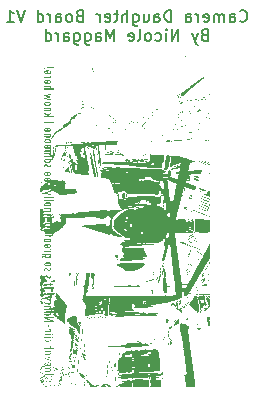
<source format=gbr>
%TF.GenerationSoftware,KiCad,Pcbnew,7.0.1*%
%TF.CreationDate,2024-03-13T19:30:43-07:00*%
%TF.ProjectId,camera_v1,63616d65-7261-45f7-9631-2e6b69636164,rev?*%
%TF.SameCoordinates,Original*%
%TF.FileFunction,Legend,Bot*%
%TF.FilePolarity,Positive*%
%FSLAX46Y46*%
G04 Gerber Fmt 4.6, Leading zero omitted, Abs format (unit mm)*
G04 Created by KiCad (PCBNEW 7.0.1) date 2024-03-13 19:30:43*
%MOMM*%
%LPD*%
G01*
G04 APERTURE LIST*
%ADD10C,0.150000*%
%ADD11R,1.700000X1.700000*%
%ADD12O,1.700000X1.700000*%
G04 APERTURE END LIST*
D10*
X167197620Y-109462380D02*
X167245239Y-109510000D01*
X167245239Y-109510000D02*
X167388096Y-109557619D01*
X167388096Y-109557619D02*
X167483334Y-109557619D01*
X167483334Y-109557619D02*
X167626191Y-109510000D01*
X167626191Y-109510000D02*
X167721429Y-109414761D01*
X167721429Y-109414761D02*
X167769048Y-109319523D01*
X167769048Y-109319523D02*
X167816667Y-109129047D01*
X167816667Y-109129047D02*
X167816667Y-108986190D01*
X167816667Y-108986190D02*
X167769048Y-108795714D01*
X167769048Y-108795714D02*
X167721429Y-108700476D01*
X167721429Y-108700476D02*
X167626191Y-108605238D01*
X167626191Y-108605238D02*
X167483334Y-108557619D01*
X167483334Y-108557619D02*
X167388096Y-108557619D01*
X167388096Y-108557619D02*
X167245239Y-108605238D01*
X167245239Y-108605238D02*
X167197620Y-108652857D01*
X166340477Y-109557619D02*
X166340477Y-109033809D01*
X166340477Y-109033809D02*
X166388096Y-108938571D01*
X166388096Y-108938571D02*
X166483334Y-108890952D01*
X166483334Y-108890952D02*
X166673810Y-108890952D01*
X166673810Y-108890952D02*
X166769048Y-108938571D01*
X166340477Y-109510000D02*
X166435715Y-109557619D01*
X166435715Y-109557619D02*
X166673810Y-109557619D01*
X166673810Y-109557619D02*
X166769048Y-109510000D01*
X166769048Y-109510000D02*
X166816667Y-109414761D01*
X166816667Y-109414761D02*
X166816667Y-109319523D01*
X166816667Y-109319523D02*
X166769048Y-109224285D01*
X166769048Y-109224285D02*
X166673810Y-109176666D01*
X166673810Y-109176666D02*
X166435715Y-109176666D01*
X166435715Y-109176666D02*
X166340477Y-109129047D01*
X165864286Y-109557619D02*
X165864286Y-108890952D01*
X165864286Y-108986190D02*
X165816667Y-108938571D01*
X165816667Y-108938571D02*
X165721429Y-108890952D01*
X165721429Y-108890952D02*
X165578572Y-108890952D01*
X165578572Y-108890952D02*
X165483334Y-108938571D01*
X165483334Y-108938571D02*
X165435715Y-109033809D01*
X165435715Y-109033809D02*
X165435715Y-109557619D01*
X165435715Y-109033809D02*
X165388096Y-108938571D01*
X165388096Y-108938571D02*
X165292858Y-108890952D01*
X165292858Y-108890952D02*
X165150001Y-108890952D01*
X165150001Y-108890952D02*
X165054762Y-108938571D01*
X165054762Y-108938571D02*
X165007143Y-109033809D01*
X165007143Y-109033809D02*
X165007143Y-109557619D01*
X164150001Y-109510000D02*
X164245239Y-109557619D01*
X164245239Y-109557619D02*
X164435715Y-109557619D01*
X164435715Y-109557619D02*
X164530953Y-109510000D01*
X164530953Y-109510000D02*
X164578572Y-109414761D01*
X164578572Y-109414761D02*
X164578572Y-109033809D01*
X164578572Y-109033809D02*
X164530953Y-108938571D01*
X164530953Y-108938571D02*
X164435715Y-108890952D01*
X164435715Y-108890952D02*
X164245239Y-108890952D01*
X164245239Y-108890952D02*
X164150001Y-108938571D01*
X164150001Y-108938571D02*
X164102382Y-109033809D01*
X164102382Y-109033809D02*
X164102382Y-109129047D01*
X164102382Y-109129047D02*
X164578572Y-109224285D01*
X163673810Y-109557619D02*
X163673810Y-108890952D01*
X163673810Y-109081428D02*
X163626191Y-108986190D01*
X163626191Y-108986190D02*
X163578572Y-108938571D01*
X163578572Y-108938571D02*
X163483334Y-108890952D01*
X163483334Y-108890952D02*
X163388096Y-108890952D01*
X162626191Y-109557619D02*
X162626191Y-109033809D01*
X162626191Y-109033809D02*
X162673810Y-108938571D01*
X162673810Y-108938571D02*
X162769048Y-108890952D01*
X162769048Y-108890952D02*
X162959524Y-108890952D01*
X162959524Y-108890952D02*
X163054762Y-108938571D01*
X162626191Y-109510000D02*
X162721429Y-109557619D01*
X162721429Y-109557619D02*
X162959524Y-109557619D01*
X162959524Y-109557619D02*
X163054762Y-109510000D01*
X163054762Y-109510000D02*
X163102381Y-109414761D01*
X163102381Y-109414761D02*
X163102381Y-109319523D01*
X163102381Y-109319523D02*
X163054762Y-109224285D01*
X163054762Y-109224285D02*
X162959524Y-109176666D01*
X162959524Y-109176666D02*
X162721429Y-109176666D01*
X162721429Y-109176666D02*
X162626191Y-109129047D01*
X161388095Y-109557619D02*
X161388095Y-108557619D01*
X161388095Y-108557619D02*
X161150000Y-108557619D01*
X161150000Y-108557619D02*
X161007143Y-108605238D01*
X161007143Y-108605238D02*
X160911905Y-108700476D01*
X160911905Y-108700476D02*
X160864286Y-108795714D01*
X160864286Y-108795714D02*
X160816667Y-108986190D01*
X160816667Y-108986190D02*
X160816667Y-109129047D01*
X160816667Y-109129047D02*
X160864286Y-109319523D01*
X160864286Y-109319523D02*
X160911905Y-109414761D01*
X160911905Y-109414761D02*
X161007143Y-109510000D01*
X161007143Y-109510000D02*
X161150000Y-109557619D01*
X161150000Y-109557619D02*
X161388095Y-109557619D01*
X159959524Y-109557619D02*
X159959524Y-109033809D01*
X159959524Y-109033809D02*
X160007143Y-108938571D01*
X160007143Y-108938571D02*
X160102381Y-108890952D01*
X160102381Y-108890952D02*
X160292857Y-108890952D01*
X160292857Y-108890952D02*
X160388095Y-108938571D01*
X159959524Y-109510000D02*
X160054762Y-109557619D01*
X160054762Y-109557619D02*
X160292857Y-109557619D01*
X160292857Y-109557619D02*
X160388095Y-109510000D01*
X160388095Y-109510000D02*
X160435714Y-109414761D01*
X160435714Y-109414761D02*
X160435714Y-109319523D01*
X160435714Y-109319523D02*
X160388095Y-109224285D01*
X160388095Y-109224285D02*
X160292857Y-109176666D01*
X160292857Y-109176666D02*
X160054762Y-109176666D01*
X160054762Y-109176666D02*
X159959524Y-109129047D01*
X159054762Y-108890952D02*
X159054762Y-109557619D01*
X159483333Y-108890952D02*
X159483333Y-109414761D01*
X159483333Y-109414761D02*
X159435714Y-109510000D01*
X159435714Y-109510000D02*
X159340476Y-109557619D01*
X159340476Y-109557619D02*
X159197619Y-109557619D01*
X159197619Y-109557619D02*
X159102381Y-109510000D01*
X159102381Y-109510000D02*
X159054762Y-109462380D01*
X158150000Y-108890952D02*
X158150000Y-109700476D01*
X158150000Y-109700476D02*
X158197619Y-109795714D01*
X158197619Y-109795714D02*
X158245238Y-109843333D01*
X158245238Y-109843333D02*
X158340476Y-109890952D01*
X158340476Y-109890952D02*
X158483333Y-109890952D01*
X158483333Y-109890952D02*
X158578571Y-109843333D01*
X158150000Y-109510000D02*
X158245238Y-109557619D01*
X158245238Y-109557619D02*
X158435714Y-109557619D01*
X158435714Y-109557619D02*
X158530952Y-109510000D01*
X158530952Y-109510000D02*
X158578571Y-109462380D01*
X158578571Y-109462380D02*
X158626190Y-109367142D01*
X158626190Y-109367142D02*
X158626190Y-109081428D01*
X158626190Y-109081428D02*
X158578571Y-108986190D01*
X158578571Y-108986190D02*
X158530952Y-108938571D01*
X158530952Y-108938571D02*
X158435714Y-108890952D01*
X158435714Y-108890952D02*
X158245238Y-108890952D01*
X158245238Y-108890952D02*
X158150000Y-108938571D01*
X157673809Y-109557619D02*
X157673809Y-108557619D01*
X157245238Y-109557619D02*
X157245238Y-109033809D01*
X157245238Y-109033809D02*
X157292857Y-108938571D01*
X157292857Y-108938571D02*
X157388095Y-108890952D01*
X157388095Y-108890952D02*
X157530952Y-108890952D01*
X157530952Y-108890952D02*
X157626190Y-108938571D01*
X157626190Y-108938571D02*
X157673809Y-108986190D01*
X156911904Y-108890952D02*
X156530952Y-108890952D01*
X156769047Y-108557619D02*
X156769047Y-109414761D01*
X156769047Y-109414761D02*
X156721428Y-109510000D01*
X156721428Y-109510000D02*
X156626190Y-109557619D01*
X156626190Y-109557619D02*
X156530952Y-109557619D01*
X155816666Y-109510000D02*
X155911904Y-109557619D01*
X155911904Y-109557619D02*
X156102380Y-109557619D01*
X156102380Y-109557619D02*
X156197618Y-109510000D01*
X156197618Y-109510000D02*
X156245237Y-109414761D01*
X156245237Y-109414761D02*
X156245237Y-109033809D01*
X156245237Y-109033809D02*
X156197618Y-108938571D01*
X156197618Y-108938571D02*
X156102380Y-108890952D01*
X156102380Y-108890952D02*
X155911904Y-108890952D01*
X155911904Y-108890952D02*
X155816666Y-108938571D01*
X155816666Y-108938571D02*
X155769047Y-109033809D01*
X155769047Y-109033809D02*
X155769047Y-109129047D01*
X155769047Y-109129047D02*
X156245237Y-109224285D01*
X155340475Y-109557619D02*
X155340475Y-108890952D01*
X155340475Y-109081428D02*
X155292856Y-108986190D01*
X155292856Y-108986190D02*
X155245237Y-108938571D01*
X155245237Y-108938571D02*
X155149999Y-108890952D01*
X155149999Y-108890952D02*
X155054761Y-108890952D01*
X153626189Y-109033809D02*
X153483332Y-109081428D01*
X153483332Y-109081428D02*
X153435713Y-109129047D01*
X153435713Y-109129047D02*
X153388094Y-109224285D01*
X153388094Y-109224285D02*
X153388094Y-109367142D01*
X153388094Y-109367142D02*
X153435713Y-109462380D01*
X153435713Y-109462380D02*
X153483332Y-109510000D01*
X153483332Y-109510000D02*
X153578570Y-109557619D01*
X153578570Y-109557619D02*
X153959522Y-109557619D01*
X153959522Y-109557619D02*
X153959522Y-108557619D01*
X153959522Y-108557619D02*
X153626189Y-108557619D01*
X153626189Y-108557619D02*
X153530951Y-108605238D01*
X153530951Y-108605238D02*
X153483332Y-108652857D01*
X153483332Y-108652857D02*
X153435713Y-108748095D01*
X153435713Y-108748095D02*
X153435713Y-108843333D01*
X153435713Y-108843333D02*
X153483332Y-108938571D01*
X153483332Y-108938571D02*
X153530951Y-108986190D01*
X153530951Y-108986190D02*
X153626189Y-109033809D01*
X153626189Y-109033809D02*
X153959522Y-109033809D01*
X152816665Y-109557619D02*
X152911903Y-109510000D01*
X152911903Y-109510000D02*
X152959522Y-109462380D01*
X152959522Y-109462380D02*
X153007141Y-109367142D01*
X153007141Y-109367142D02*
X153007141Y-109081428D01*
X153007141Y-109081428D02*
X152959522Y-108986190D01*
X152959522Y-108986190D02*
X152911903Y-108938571D01*
X152911903Y-108938571D02*
X152816665Y-108890952D01*
X152816665Y-108890952D02*
X152673808Y-108890952D01*
X152673808Y-108890952D02*
X152578570Y-108938571D01*
X152578570Y-108938571D02*
X152530951Y-108986190D01*
X152530951Y-108986190D02*
X152483332Y-109081428D01*
X152483332Y-109081428D02*
X152483332Y-109367142D01*
X152483332Y-109367142D02*
X152530951Y-109462380D01*
X152530951Y-109462380D02*
X152578570Y-109510000D01*
X152578570Y-109510000D02*
X152673808Y-109557619D01*
X152673808Y-109557619D02*
X152816665Y-109557619D01*
X151626189Y-109557619D02*
X151626189Y-109033809D01*
X151626189Y-109033809D02*
X151673808Y-108938571D01*
X151673808Y-108938571D02*
X151769046Y-108890952D01*
X151769046Y-108890952D02*
X151959522Y-108890952D01*
X151959522Y-108890952D02*
X152054760Y-108938571D01*
X151626189Y-109510000D02*
X151721427Y-109557619D01*
X151721427Y-109557619D02*
X151959522Y-109557619D01*
X151959522Y-109557619D02*
X152054760Y-109510000D01*
X152054760Y-109510000D02*
X152102379Y-109414761D01*
X152102379Y-109414761D02*
X152102379Y-109319523D01*
X152102379Y-109319523D02*
X152054760Y-109224285D01*
X152054760Y-109224285D02*
X151959522Y-109176666D01*
X151959522Y-109176666D02*
X151721427Y-109176666D01*
X151721427Y-109176666D02*
X151626189Y-109129047D01*
X151149998Y-109557619D02*
X151149998Y-108890952D01*
X151149998Y-109081428D02*
X151102379Y-108986190D01*
X151102379Y-108986190D02*
X151054760Y-108938571D01*
X151054760Y-108938571D02*
X150959522Y-108890952D01*
X150959522Y-108890952D02*
X150864284Y-108890952D01*
X150102379Y-109557619D02*
X150102379Y-108557619D01*
X150102379Y-109510000D02*
X150197617Y-109557619D01*
X150197617Y-109557619D02*
X150388093Y-109557619D01*
X150388093Y-109557619D02*
X150483331Y-109510000D01*
X150483331Y-109510000D02*
X150530950Y-109462380D01*
X150530950Y-109462380D02*
X150578569Y-109367142D01*
X150578569Y-109367142D02*
X150578569Y-109081428D01*
X150578569Y-109081428D02*
X150530950Y-108986190D01*
X150530950Y-108986190D02*
X150483331Y-108938571D01*
X150483331Y-108938571D02*
X150388093Y-108890952D01*
X150388093Y-108890952D02*
X150197617Y-108890952D01*
X150197617Y-108890952D02*
X150102379Y-108938571D01*
X149007140Y-108557619D02*
X148673807Y-109557619D01*
X148673807Y-109557619D02*
X148340474Y-108557619D01*
X147483331Y-109557619D02*
X148054759Y-109557619D01*
X147769045Y-109557619D02*
X147769045Y-108557619D01*
X147769045Y-108557619D02*
X147864283Y-108700476D01*
X147864283Y-108700476D02*
X147959521Y-108795714D01*
X147959521Y-108795714D02*
X148054759Y-108843333D01*
X164197619Y-110653809D02*
X164054762Y-110701428D01*
X164054762Y-110701428D02*
X164007143Y-110749047D01*
X164007143Y-110749047D02*
X163959524Y-110844285D01*
X163959524Y-110844285D02*
X163959524Y-110987142D01*
X163959524Y-110987142D02*
X164007143Y-111082380D01*
X164007143Y-111082380D02*
X164054762Y-111130000D01*
X164054762Y-111130000D02*
X164150000Y-111177619D01*
X164150000Y-111177619D02*
X164530952Y-111177619D01*
X164530952Y-111177619D02*
X164530952Y-110177619D01*
X164530952Y-110177619D02*
X164197619Y-110177619D01*
X164197619Y-110177619D02*
X164102381Y-110225238D01*
X164102381Y-110225238D02*
X164054762Y-110272857D01*
X164054762Y-110272857D02*
X164007143Y-110368095D01*
X164007143Y-110368095D02*
X164007143Y-110463333D01*
X164007143Y-110463333D02*
X164054762Y-110558571D01*
X164054762Y-110558571D02*
X164102381Y-110606190D01*
X164102381Y-110606190D02*
X164197619Y-110653809D01*
X164197619Y-110653809D02*
X164530952Y-110653809D01*
X163626190Y-110510952D02*
X163388095Y-111177619D01*
X163150000Y-110510952D02*
X163388095Y-111177619D01*
X163388095Y-111177619D02*
X163483333Y-111415714D01*
X163483333Y-111415714D02*
X163530952Y-111463333D01*
X163530952Y-111463333D02*
X163626190Y-111510952D01*
X162007142Y-111177619D02*
X162007142Y-110177619D01*
X162007142Y-110177619D02*
X161435714Y-111177619D01*
X161435714Y-111177619D02*
X161435714Y-110177619D01*
X160959523Y-111177619D02*
X160959523Y-110510952D01*
X160959523Y-110177619D02*
X161007142Y-110225238D01*
X161007142Y-110225238D02*
X160959523Y-110272857D01*
X160959523Y-110272857D02*
X160911904Y-110225238D01*
X160911904Y-110225238D02*
X160959523Y-110177619D01*
X160959523Y-110177619D02*
X160959523Y-110272857D01*
X160054762Y-111130000D02*
X160150000Y-111177619D01*
X160150000Y-111177619D02*
X160340476Y-111177619D01*
X160340476Y-111177619D02*
X160435714Y-111130000D01*
X160435714Y-111130000D02*
X160483333Y-111082380D01*
X160483333Y-111082380D02*
X160530952Y-110987142D01*
X160530952Y-110987142D02*
X160530952Y-110701428D01*
X160530952Y-110701428D02*
X160483333Y-110606190D01*
X160483333Y-110606190D02*
X160435714Y-110558571D01*
X160435714Y-110558571D02*
X160340476Y-110510952D01*
X160340476Y-110510952D02*
X160150000Y-110510952D01*
X160150000Y-110510952D02*
X160054762Y-110558571D01*
X159483333Y-111177619D02*
X159578571Y-111130000D01*
X159578571Y-111130000D02*
X159626190Y-111082380D01*
X159626190Y-111082380D02*
X159673809Y-110987142D01*
X159673809Y-110987142D02*
X159673809Y-110701428D01*
X159673809Y-110701428D02*
X159626190Y-110606190D01*
X159626190Y-110606190D02*
X159578571Y-110558571D01*
X159578571Y-110558571D02*
X159483333Y-110510952D01*
X159483333Y-110510952D02*
X159340476Y-110510952D01*
X159340476Y-110510952D02*
X159245238Y-110558571D01*
X159245238Y-110558571D02*
X159197619Y-110606190D01*
X159197619Y-110606190D02*
X159150000Y-110701428D01*
X159150000Y-110701428D02*
X159150000Y-110987142D01*
X159150000Y-110987142D02*
X159197619Y-111082380D01*
X159197619Y-111082380D02*
X159245238Y-111130000D01*
X159245238Y-111130000D02*
X159340476Y-111177619D01*
X159340476Y-111177619D02*
X159483333Y-111177619D01*
X158578571Y-111177619D02*
X158673809Y-111130000D01*
X158673809Y-111130000D02*
X158721428Y-111034761D01*
X158721428Y-111034761D02*
X158721428Y-110177619D01*
X157816666Y-111130000D02*
X157911904Y-111177619D01*
X157911904Y-111177619D02*
X158102380Y-111177619D01*
X158102380Y-111177619D02*
X158197618Y-111130000D01*
X158197618Y-111130000D02*
X158245237Y-111034761D01*
X158245237Y-111034761D02*
X158245237Y-110653809D01*
X158245237Y-110653809D02*
X158197618Y-110558571D01*
X158197618Y-110558571D02*
X158102380Y-110510952D01*
X158102380Y-110510952D02*
X157911904Y-110510952D01*
X157911904Y-110510952D02*
X157816666Y-110558571D01*
X157816666Y-110558571D02*
X157769047Y-110653809D01*
X157769047Y-110653809D02*
X157769047Y-110749047D01*
X157769047Y-110749047D02*
X158245237Y-110844285D01*
X156578570Y-111177619D02*
X156578570Y-110177619D01*
X156578570Y-110177619D02*
X156245237Y-110891904D01*
X156245237Y-110891904D02*
X155911904Y-110177619D01*
X155911904Y-110177619D02*
X155911904Y-111177619D01*
X155007142Y-111177619D02*
X155007142Y-110653809D01*
X155007142Y-110653809D02*
X155054761Y-110558571D01*
X155054761Y-110558571D02*
X155149999Y-110510952D01*
X155149999Y-110510952D02*
X155340475Y-110510952D01*
X155340475Y-110510952D02*
X155435713Y-110558571D01*
X155007142Y-111130000D02*
X155102380Y-111177619D01*
X155102380Y-111177619D02*
X155340475Y-111177619D01*
X155340475Y-111177619D02*
X155435713Y-111130000D01*
X155435713Y-111130000D02*
X155483332Y-111034761D01*
X155483332Y-111034761D02*
X155483332Y-110939523D01*
X155483332Y-110939523D02*
X155435713Y-110844285D01*
X155435713Y-110844285D02*
X155340475Y-110796666D01*
X155340475Y-110796666D02*
X155102380Y-110796666D01*
X155102380Y-110796666D02*
X155007142Y-110749047D01*
X154102380Y-110510952D02*
X154102380Y-111320476D01*
X154102380Y-111320476D02*
X154149999Y-111415714D01*
X154149999Y-111415714D02*
X154197618Y-111463333D01*
X154197618Y-111463333D02*
X154292856Y-111510952D01*
X154292856Y-111510952D02*
X154435713Y-111510952D01*
X154435713Y-111510952D02*
X154530951Y-111463333D01*
X154102380Y-111130000D02*
X154197618Y-111177619D01*
X154197618Y-111177619D02*
X154388094Y-111177619D01*
X154388094Y-111177619D02*
X154483332Y-111130000D01*
X154483332Y-111130000D02*
X154530951Y-111082380D01*
X154530951Y-111082380D02*
X154578570Y-110987142D01*
X154578570Y-110987142D02*
X154578570Y-110701428D01*
X154578570Y-110701428D02*
X154530951Y-110606190D01*
X154530951Y-110606190D02*
X154483332Y-110558571D01*
X154483332Y-110558571D02*
X154388094Y-110510952D01*
X154388094Y-110510952D02*
X154197618Y-110510952D01*
X154197618Y-110510952D02*
X154102380Y-110558571D01*
X153197618Y-110510952D02*
X153197618Y-111320476D01*
X153197618Y-111320476D02*
X153245237Y-111415714D01*
X153245237Y-111415714D02*
X153292856Y-111463333D01*
X153292856Y-111463333D02*
X153388094Y-111510952D01*
X153388094Y-111510952D02*
X153530951Y-111510952D01*
X153530951Y-111510952D02*
X153626189Y-111463333D01*
X153197618Y-111130000D02*
X153292856Y-111177619D01*
X153292856Y-111177619D02*
X153483332Y-111177619D01*
X153483332Y-111177619D02*
X153578570Y-111130000D01*
X153578570Y-111130000D02*
X153626189Y-111082380D01*
X153626189Y-111082380D02*
X153673808Y-110987142D01*
X153673808Y-110987142D02*
X153673808Y-110701428D01*
X153673808Y-110701428D02*
X153626189Y-110606190D01*
X153626189Y-110606190D02*
X153578570Y-110558571D01*
X153578570Y-110558571D02*
X153483332Y-110510952D01*
X153483332Y-110510952D02*
X153292856Y-110510952D01*
X153292856Y-110510952D02*
X153197618Y-110558571D01*
X152292856Y-111177619D02*
X152292856Y-110653809D01*
X152292856Y-110653809D02*
X152340475Y-110558571D01*
X152340475Y-110558571D02*
X152435713Y-110510952D01*
X152435713Y-110510952D02*
X152626189Y-110510952D01*
X152626189Y-110510952D02*
X152721427Y-110558571D01*
X152292856Y-111130000D02*
X152388094Y-111177619D01*
X152388094Y-111177619D02*
X152626189Y-111177619D01*
X152626189Y-111177619D02*
X152721427Y-111130000D01*
X152721427Y-111130000D02*
X152769046Y-111034761D01*
X152769046Y-111034761D02*
X152769046Y-110939523D01*
X152769046Y-110939523D02*
X152721427Y-110844285D01*
X152721427Y-110844285D02*
X152626189Y-110796666D01*
X152626189Y-110796666D02*
X152388094Y-110796666D01*
X152388094Y-110796666D02*
X152292856Y-110749047D01*
X151816665Y-111177619D02*
X151816665Y-110510952D01*
X151816665Y-110701428D02*
X151769046Y-110606190D01*
X151769046Y-110606190D02*
X151721427Y-110558571D01*
X151721427Y-110558571D02*
X151626189Y-110510952D01*
X151626189Y-110510952D02*
X151530951Y-110510952D01*
X150769046Y-111177619D02*
X150769046Y-110177619D01*
X150769046Y-111130000D02*
X150864284Y-111177619D01*
X150864284Y-111177619D02*
X151054760Y-111177619D01*
X151054760Y-111177619D02*
X151149998Y-111130000D01*
X151149998Y-111130000D02*
X151197617Y-111082380D01*
X151197617Y-111082380D02*
X151245236Y-110987142D01*
X151245236Y-110987142D02*
X151245236Y-110701428D01*
X151245236Y-110701428D02*
X151197617Y-110606190D01*
X151197617Y-110606190D02*
X151149998Y-110558571D01*
X151149998Y-110558571D02*
X151054760Y-110510952D01*
X151054760Y-110510952D02*
X150864284Y-110510952D01*
X150864284Y-110510952D02*
X150769046Y-110558571D01*
%TO.C,G\u002A\u002A\u002A*%
G36*
X150388212Y-140232439D02*
G01*
X150401748Y-140251682D01*
X150420597Y-140279315D01*
X150438405Y-140306356D01*
X150445767Y-140321570D01*
X150442507Y-140328297D01*
X150429445Y-140331349D01*
X150414281Y-140331725D01*
X150402513Y-140325926D01*
X150395461Y-140309300D01*
X150380820Y-140292961D01*
X150365370Y-140297840D01*
X150357270Y-140304237D01*
X150337805Y-140311306D01*
X150330699Y-140310043D01*
X150324124Y-140298121D01*
X150331557Y-140277154D01*
X150351970Y-140251492D01*
X150356754Y-140246819D01*
X150374838Y-140231381D01*
X150384147Y-140227142D01*
X150388212Y-140232439D01*
G37*
G36*
X150338787Y-140179604D02*
G01*
X150345397Y-140198069D01*
X150344279Y-140204959D01*
X150334551Y-140213697D01*
X150328131Y-140209335D01*
X150323706Y-140191367D01*
X150326015Y-140179059D01*
X150334551Y-140175738D01*
X150338787Y-140179604D01*
G37*
G36*
X150501463Y-139827443D02*
G01*
X150508078Y-139845666D01*
X150509849Y-139861013D01*
X150519305Y-139889048D01*
X150521858Y-139894058D01*
X150523724Y-139906995D01*
X150508460Y-139910025D01*
X150491259Y-139915738D01*
X150487379Y-139934710D01*
X150496964Y-139968969D01*
X150511748Y-139989541D01*
X150535357Y-139996456D01*
X150559580Y-139984331D01*
X150567727Y-139980111D01*
X150584511Y-139985522D01*
X150610931Y-140006022D01*
X150624033Y-140016440D01*
X150661502Y-140035770D01*
X150696038Y-140039752D01*
X150722562Y-140027412D01*
X150724818Y-140025348D01*
X150738879Y-140022156D01*
X150758645Y-140035546D01*
X150773968Y-140048259D01*
X150784289Y-140049624D01*
X150794149Y-140036520D01*
X150813686Y-140005933D01*
X150827185Y-139990292D01*
X150837239Y-139988648D01*
X150847423Y-139998446D01*
X150861519Y-140010161D01*
X150888093Y-140020137D01*
X150905436Y-140026453D01*
X150914782Y-140040171D01*
X150909704Y-140049747D01*
X150890937Y-140055393D01*
X150854532Y-140057639D01*
X150830829Y-140059005D01*
X150794223Y-140064413D01*
X150769214Y-140072254D01*
X150763334Y-140075252D01*
X150743870Y-140079681D01*
X150727287Y-140068810D01*
X150723920Y-140065536D01*
X150710351Y-140057773D01*
X150698728Y-140067043D01*
X150692030Y-140072198D01*
X150665773Y-140080501D01*
X150628341Y-140085000D01*
X150586708Y-140084603D01*
X150579021Y-140080271D01*
X150573151Y-140062501D01*
X150571406Y-140050042D01*
X150562231Y-140034702D01*
X150556656Y-140033461D01*
X150536951Y-140040013D01*
X150513766Y-140055356D01*
X150494459Y-140074058D01*
X150486387Y-140090686D01*
X150483085Y-140100809D01*
X150467858Y-140121249D01*
X150447466Y-140139818D01*
X150429993Y-140148264D01*
X150422867Y-140145638D01*
X150401657Y-140133700D01*
X150373054Y-140115320D01*
X150371637Y-140114361D01*
X150342069Y-140091724D01*
X150327562Y-140072291D01*
X150323706Y-140050248D01*
X150326584Y-140027890D01*
X150333587Y-140018480D01*
X150337345Y-140019705D01*
X150353305Y-140032599D01*
X150373361Y-140054196D01*
X150391634Y-140077798D01*
X150402246Y-140096708D01*
X150402593Y-140097703D01*
X150409918Y-140104893D01*
X150424974Y-140095781D01*
X150440019Y-140076405D01*
X150440400Y-140056405D01*
X150424026Y-140043927D01*
X150416824Y-140040371D01*
X150396412Y-140022540D01*
X150374518Y-139996138D01*
X150363970Y-139982158D01*
X150345575Y-139961523D01*
X150333848Y-139953407D01*
X150331438Y-139952136D01*
X150325913Y-139936621D01*
X150323706Y-139909122D01*
X150324782Y-139891128D01*
X150331842Y-139871425D01*
X150343684Y-139871254D01*
X150358179Y-139891691D01*
X150363395Y-139902404D01*
X150376404Y-139929005D01*
X150381600Y-139936922D01*
X150400365Y-139947505D01*
X150419390Y-139943195D01*
X150430058Y-139924688D01*
X150436034Y-139909978D01*
X150454461Y-139895878D01*
X150470657Y-139883946D01*
X150475542Y-139856814D01*
X150479072Y-139832655D01*
X150491810Y-139823262D01*
X150501463Y-139827443D01*
G37*
G36*
X150407338Y-139501998D02*
G01*
X150408221Y-139513518D01*
X150400169Y-139534840D01*
X150392799Y-139555827D01*
X150396163Y-139576548D01*
X150412967Y-139584662D01*
X150424379Y-139588302D01*
X150444086Y-139601908D01*
X150448050Y-139605211D01*
X150473707Y-139613754D01*
X150499323Y-139601315D01*
X150523554Y-139568457D01*
X150536481Y-139547156D01*
X150553414Y-139533054D01*
X150572670Y-139538021D01*
X150598978Y-139561629D01*
X150628863Y-139592822D01*
X150581058Y-139599991D01*
X150571442Y-139601634D01*
X150535572Y-139614365D01*
X150509933Y-139638701D01*
X150497220Y-139661521D01*
X150494418Y-139686653D01*
X150505084Y-139701666D01*
X150525787Y-139702781D01*
X150553091Y-139686218D01*
X150562555Y-139678066D01*
X150572851Y-139674557D01*
X150579708Y-139686739D01*
X150581137Y-139698408D01*
X150569695Y-139718040D01*
X150568498Y-139719043D01*
X150556232Y-139739590D01*
X150549356Y-139769035D01*
X150543164Y-139794939D01*
X150530943Y-139807098D01*
X150517695Y-139800476D01*
X150508115Y-139774457D01*
X150498205Y-139748660D01*
X150477642Y-139738385D01*
X150459371Y-139730874D01*
X150456021Y-139711538D01*
X150453286Y-139690754D01*
X150440350Y-139684144D01*
X150422571Y-139692030D01*
X150405395Y-139714133D01*
X150403854Y-139716992D01*
X150387292Y-139738521D01*
X150371217Y-139747344D01*
X150360288Y-139751397D01*
X150348539Y-139769035D01*
X150343412Y-139781700D01*
X150333286Y-139790726D01*
X150329246Y-139785013D01*
X150325252Y-139762912D01*
X150323706Y-139729869D01*
X150323706Y-139669012D01*
X150361665Y-139676133D01*
X150364894Y-139676709D01*
X150390137Y-139678219D01*
X150399624Y-139672410D01*
X150398069Y-139666320D01*
X150385667Y-139648307D01*
X150366377Y-139629209D01*
X150346880Y-139615139D01*
X150333851Y-139612209D01*
X150326958Y-139609034D01*
X150323706Y-139590725D01*
X150326537Y-139572270D01*
X150334820Y-139562972D01*
X150345008Y-139555819D01*
X150356348Y-139535580D01*
X150357341Y-139533116D01*
X150372581Y-139510678D01*
X150391473Y-139498839D01*
X150407338Y-139501998D01*
G37*
G36*
X150382822Y-139205289D02*
G01*
X150378970Y-139224687D01*
X150358578Y-139251124D01*
X150323706Y-139285996D01*
X150323706Y-139246265D01*
X150324181Y-139232266D01*
X150330432Y-139209935D01*
X150346489Y-139199303D01*
X150370865Y-139196072D01*
X150382822Y-139205289D01*
G37*
G36*
X150347869Y-138859466D02*
G01*
X150365208Y-138880730D01*
X150372110Y-138890988D01*
X150382974Y-138897126D01*
X150398332Y-138886301D01*
X150415898Y-138875497D01*
X150430139Y-138882027D01*
X150436124Y-138889228D01*
X150443006Y-138905427D01*
X150442449Y-138909533D01*
X150430637Y-138929438D01*
X150410228Y-138947655D01*
X150390216Y-138955627D01*
X150388480Y-138955765D01*
X150369785Y-138965365D01*
X150348906Y-138985452D01*
X150324486Y-139015277D01*
X150324096Y-138936648D01*
X150324193Y-138921131D01*
X150327448Y-138879548D01*
X150335311Y-138859032D01*
X150347869Y-138859466D01*
G37*
G36*
X150348644Y-138406338D02*
G01*
X150362611Y-138417239D01*
X150362201Y-138429333D01*
X150346301Y-138435047D01*
X150332829Y-138432063D01*
X150323706Y-138417983D01*
X150326308Y-138409098D01*
X150341787Y-138404427D01*
X150348644Y-138406338D01*
G37*
G36*
X150379819Y-133125638D02*
G01*
X150411769Y-133149144D01*
X150428095Y-133167299D01*
X150435934Y-133187266D01*
X150424424Y-133198042D01*
X150393891Y-133198726D01*
X150381685Y-133197842D01*
X150360033Y-133202515D01*
X150357459Y-133217382D01*
X150374191Y-133241943D01*
X150384088Y-133250710D01*
X150405888Y-133260423D01*
X150424366Y-133259339D01*
X150432160Y-133246836D01*
X150439371Y-133225248D01*
X150458383Y-133215894D01*
X150481855Y-133224008D01*
X150495108Y-133235942D01*
X150493998Y-133245981D01*
X150477083Y-133261758D01*
X150460917Y-133281037D01*
X150457763Y-133299710D01*
X150461626Y-133306443D01*
X150479370Y-133315508D01*
X150499885Y-133310853D01*
X150513752Y-133293520D01*
X150518412Y-133280918D01*
X150526145Y-133277551D01*
X150542008Y-133290150D01*
X150555723Y-133308633D01*
X150556722Y-133338426D01*
X150555613Y-133344259D01*
X150558163Y-133367754D01*
X150577403Y-133387889D01*
X150597627Y-133409520D01*
X150611687Y-133438014D01*
X150614445Y-133451988D01*
X150611204Y-133464961D01*
X150594160Y-133467839D01*
X150577014Y-133465245D01*
X150552314Y-133453357D01*
X150529396Y-133437733D01*
X150497858Y-133423865D01*
X150469480Y-133418015D01*
X150451549Y-133422421D01*
X150448927Y-133424615D01*
X150432972Y-133425885D01*
X150407606Y-133411573D01*
X150390370Y-133397652D01*
X150380180Y-133379071D01*
X150381632Y-133351635D01*
X150383885Y-133327849D01*
X150377005Y-133313272D01*
X150355684Y-133303338D01*
X150350452Y-133301477D01*
X150335367Y-133294049D01*
X150327385Y-133282149D01*
X150324250Y-133260040D01*
X150323706Y-133221981D01*
X150326430Y-133176596D01*
X150336837Y-133139623D01*
X150354737Y-133122551D01*
X150379819Y-133125638D01*
G37*
G36*
X150836626Y-131582941D02*
G01*
X150829658Y-131585120D01*
X150790014Y-131594134D01*
X150740009Y-131601952D01*
X150688769Y-131607083D01*
X150671600Y-131608401D01*
X150627147Y-131613296D01*
X150591375Y-131619294D01*
X150570779Y-131625385D01*
X150557761Y-131630437D01*
X150542650Y-131626190D01*
X150523958Y-131606268D01*
X150499260Y-131575311D01*
X150485975Y-131604445D01*
X150478853Y-131629121D01*
X150479765Y-131652014D01*
X150483471Y-131660516D01*
X150491214Y-131664443D01*
X150506447Y-131652706D01*
X150520527Y-131641464D01*
X150533334Y-131634961D01*
X150538658Y-131637923D01*
X150540670Y-131653104D01*
X150535059Y-131673406D01*
X150523423Y-131689955D01*
X150513505Y-131703935D01*
X150510879Y-131735888D01*
X150508827Y-131780359D01*
X150492831Y-131826706D01*
X150466588Y-131863281D01*
X150460729Y-131869436D01*
X150445341Y-131901177D01*
X150446614Y-131935051D01*
X150464697Y-131963231D01*
X150478706Y-131979640D01*
X150486732Y-132000888D01*
X150492506Y-132023744D01*
X150514321Y-132049636D01*
X150554791Y-132077284D01*
X150574364Y-132087806D01*
X150609045Y-132100092D01*
X150630730Y-132097135D01*
X150638223Y-132078911D01*
X150639994Y-132063564D01*
X150649450Y-132035529D01*
X150651148Y-132032645D01*
X150656035Y-132027472D01*
X150664575Y-132023390D01*
X150679022Y-132020271D01*
X150701632Y-132017985D01*
X150734658Y-132016405D01*
X150780355Y-132015401D01*
X150840979Y-132014843D01*
X150918785Y-132014603D01*
X151016026Y-132014551D01*
X151079222Y-132014472D01*
X151174482Y-132013923D01*
X151250168Y-132012812D01*
X151307625Y-132011095D01*
X151348200Y-132008723D01*
X151373241Y-132005651D01*
X151384095Y-132001831D01*
X151398121Y-131995547D01*
X151421710Y-132000185D01*
X151444010Y-132016040D01*
X151457412Y-132039232D01*
X151458479Y-132047842D01*
X151455596Y-132078215D01*
X151446241Y-132112808D01*
X151437911Y-132137631D01*
X151421442Y-132195257D01*
X151403949Y-132265767D01*
X151386839Y-132343688D01*
X151380282Y-132368695D01*
X151365393Y-132395088D01*
X151339676Y-132412287D01*
X151297704Y-132425257D01*
X151285337Y-132428116D01*
X151234600Y-132436329D01*
X151201004Y-132434941D01*
X151185709Y-132423966D01*
X151185330Y-132416437D01*
X151187865Y-132390370D01*
X151193472Y-132351292D01*
X151201299Y-132304222D01*
X151210495Y-132254174D01*
X151220211Y-132206164D01*
X151229595Y-132165209D01*
X151231896Y-132151376D01*
X151227703Y-132136764D01*
X151211400Y-132129685D01*
X151179965Y-132129201D01*
X151130380Y-132134374D01*
X151101988Y-132137029D01*
X151052385Y-132139860D01*
X150990606Y-132142146D01*
X150921833Y-132143701D01*
X150851245Y-132144342D01*
X150646717Y-132144697D01*
X150654333Y-132174522D01*
X150660168Y-132198317D01*
X150665518Y-132222217D01*
X150668517Y-132231071D01*
X150681095Y-132256593D01*
X150699241Y-132287289D01*
X150704890Y-132296756D01*
X150719912Y-132330004D01*
X150728985Y-132362721D01*
X150731501Y-132390036D01*
X150726854Y-132407082D01*
X150714434Y-132408989D01*
X150713761Y-132408701D01*
X150691113Y-132402144D01*
X150660668Y-132396496D01*
X150632863Y-132397405D01*
X150597382Y-132407243D01*
X150564096Y-132423398D01*
X150539420Y-132442666D01*
X150529769Y-132461846D01*
X150527244Y-132477147D01*
X150516326Y-132502725D01*
X150512266Y-132510911D01*
X150512288Y-132522727D01*
X150521313Y-132537993D01*
X150541741Y-132560364D01*
X150575976Y-132593494D01*
X150593357Y-132610127D01*
X150621971Y-132638366D01*
X150641710Y-132659034D01*
X150649069Y-132668531D01*
X150646559Y-132680176D01*
X150635584Y-132707314D01*
X150619630Y-132739128D01*
X150602826Y-132767589D01*
X150589304Y-132784673D01*
X150577504Y-132791241D01*
X150547468Y-132802678D01*
X150507783Y-132815017D01*
X150465230Y-132826348D01*
X150444659Y-132830828D01*
X150426593Y-132834762D01*
X150415891Y-132836136D01*
X150398653Y-132838349D01*
X150383843Y-132831576D01*
X150369061Y-132811691D01*
X150356464Y-132793483D01*
X150340207Y-132784577D01*
X150333568Y-132781976D01*
X150328608Y-132771160D01*
X150325598Y-132748749D01*
X150324107Y-132711382D01*
X150323706Y-132655697D01*
X150323758Y-132626678D01*
X150399624Y-132626678D01*
X150403483Y-132640182D01*
X150415891Y-132651966D01*
X150428799Y-132650563D01*
X150431101Y-132636931D01*
X150423407Y-132619553D01*
X150410810Y-132611050D01*
X150405874Y-132612664D01*
X150399624Y-132626678D01*
X150323758Y-132626678D01*
X150323762Y-132624584D01*
X150324414Y-132579567D01*
X150326295Y-132550491D01*
X150330013Y-132533579D01*
X150336178Y-132525055D01*
X150345397Y-132521144D01*
X150357980Y-132514555D01*
X150367088Y-132497807D01*
X150371417Y-132479457D01*
X150384100Y-132454177D01*
X150394875Y-132426503D01*
X150397657Y-132393033D01*
X150397345Y-132390247D01*
X150390549Y-132366025D01*
X150380380Y-132353552D01*
X150376787Y-132354278D01*
X150371091Y-132355430D01*
X150366940Y-132374258D01*
X150363133Y-132411782D01*
X150353102Y-132438409D01*
X150338709Y-132448369D01*
X150334405Y-132446375D01*
X150329997Y-132436143D01*
X150326932Y-132414826D01*
X150325000Y-132379772D01*
X150323995Y-132328334D01*
X150323706Y-132257861D01*
X150324049Y-132208779D01*
X150325479Y-132149099D01*
X150327841Y-132099717D01*
X150330941Y-132064429D01*
X150334581Y-132047033D01*
X150339556Y-132034396D01*
X150334581Y-132019992D01*
X150331088Y-132008703D01*
X150327977Y-131977214D01*
X150325657Y-131927410D01*
X150324207Y-131861045D01*
X150323706Y-131779873D01*
X150323706Y-131760844D01*
X150421315Y-131760844D01*
X150428424Y-131772976D01*
X150444659Y-131775133D01*
X150459274Y-131765106D01*
X150462639Y-131754430D01*
X150455289Y-131740624D01*
X150450053Y-131740335D01*
X150437236Y-131739627D01*
X150430048Y-131744023D01*
X150421315Y-131760844D01*
X150323706Y-131760844D01*
X150323706Y-131716302D01*
X150376787Y-131716302D01*
X150398993Y-131690770D01*
X150400777Y-131688621D01*
X150411035Y-131670375D01*
X150414328Y-131654296D01*
X150410557Y-131646472D01*
X150399619Y-131652996D01*
X150392579Y-131665084D01*
X150384002Y-131689188D01*
X150376787Y-131716302D01*
X150323706Y-131716302D01*
X150323706Y-131546474D01*
X150356242Y-131553621D01*
X150372027Y-131556423D01*
X150385628Y-131553564D01*
X150388779Y-131538854D01*
X150387896Y-131531930D01*
X150844287Y-131531930D01*
X150849709Y-131537352D01*
X150855132Y-131531930D01*
X150849709Y-131526507D01*
X150844287Y-131531930D01*
X150387896Y-131531930D01*
X150387079Y-131525527D01*
X150378949Y-131510867D01*
X150374948Y-131505074D01*
X150367664Y-131482365D01*
X150361557Y-131449805D01*
X150358238Y-131431199D01*
X150349231Y-131402640D01*
X150338850Y-131389007D01*
X150335276Y-131386283D01*
X150332414Y-131379438D01*
X150424450Y-131379438D01*
X150428373Y-131404496D01*
X150432207Y-131410177D01*
X150450053Y-131418053D01*
X150461128Y-131411606D01*
X150462706Y-131388228D01*
X150456591Y-131368083D01*
X150448750Y-131362434D01*
X150443154Y-131358403D01*
X150432786Y-131362019D01*
X150424450Y-131379438D01*
X150332414Y-131379438D01*
X150330546Y-131374972D01*
X150327235Y-131352866D01*
X150325133Y-131317244D01*
X150324027Y-131265383D01*
X150323706Y-131194561D01*
X150323741Y-131163185D01*
X150432160Y-131163185D01*
X150432671Y-131164754D01*
X150443006Y-131174030D01*
X150448750Y-131174899D01*
X150453851Y-131163185D01*
X150452194Y-131154915D01*
X150443006Y-131152340D01*
X150439724Y-131154562D01*
X150432160Y-131163185D01*
X150323741Y-131163185D01*
X150323753Y-131152708D01*
X150324180Y-131095541D01*
X150325302Y-131055405D01*
X150327416Y-131029347D01*
X150330820Y-131014412D01*
X150335810Y-131007645D01*
X150342685Y-131006092D01*
X150360920Y-131008944D01*
X150381294Y-131019753D01*
X150388067Y-131034034D01*
X150386720Y-131044888D01*
X150392977Y-131064827D01*
X150415252Y-131070999D01*
X150433479Y-131068549D01*
X150448428Y-131060153D01*
X150450123Y-131055952D01*
X150443646Y-131049308D01*
X150438355Y-131047467D01*
X150432160Y-131033040D01*
X150434208Y-131024876D01*
X150448704Y-131017460D01*
X150472173Y-131021892D01*
X150498743Y-131037756D01*
X150510730Y-131048493D01*
X150518002Y-131063210D01*
X150510695Y-131081142D01*
X150502256Y-131111433D01*
X150503788Y-131160925D01*
X150506273Y-131180110D01*
X150511972Y-131205118D01*
X150521186Y-131216740D01*
X150536994Y-131220497D01*
X150556285Y-131223857D01*
X150584201Y-131233790D01*
X150596790Y-131237118D01*
X150616243Y-131226440D01*
X150632244Y-131196062D01*
X150643972Y-131147176D01*
X150658705Y-131101702D01*
X150690671Y-131059483D01*
X150734725Y-131031143D01*
X150786834Y-131019142D01*
X150842960Y-131025938D01*
X150865663Y-131036390D01*
X150906965Y-131066700D01*
X150957131Y-131114105D01*
X150985773Y-131142665D01*
X151017606Y-131170723D01*
X151041548Y-131185803D01*
X151060855Y-131190299D01*
X151067825Y-131189983D01*
X151100177Y-131177497D01*
X151120359Y-131148914D01*
X151126109Y-131107118D01*
X151125929Y-131103209D01*
X151125044Y-131067501D01*
X151127700Y-131048104D01*
X151135656Y-131040115D01*
X151150670Y-131038629D01*
X151151995Y-131038642D01*
X151179034Y-131042744D01*
X151196166Y-131056722D01*
X151205969Y-131084480D01*
X151211023Y-131129918D01*
X151212118Y-131147788D01*
X151212669Y-131179912D01*
X151208062Y-131201407D01*
X151195678Y-131220103D01*
X151172893Y-131243834D01*
X151134659Y-131276649D01*
X151095054Y-131296272D01*
X151054840Y-131298886D01*
X151011416Y-131284071D01*
X150962183Y-131251407D01*
X150904541Y-131200474D01*
X150861150Y-131160735D01*
X150821229Y-131130008D01*
X150790613Y-131114918D01*
X150767316Y-131114537D01*
X150749353Y-131127937D01*
X150748326Y-131129559D01*
X150742496Y-131149608D01*
X150737164Y-131183799D01*
X150733373Y-131225750D01*
X150733318Y-131226651D01*
X150731426Y-131270894D01*
X150732903Y-131299615D01*
X150738630Y-131318742D01*
X150749489Y-131334204D01*
X150763528Y-131350592D01*
X150791451Y-131385045D01*
X150819017Y-131420962D01*
X150842866Y-131453791D01*
X150859640Y-131478983D01*
X150865978Y-131491987D01*
X150867883Y-131497638D01*
X150882246Y-131508738D01*
X150889762Y-131513363D01*
X150898514Y-131530261D01*
X150900991Y-131540398D01*
X150914782Y-131559043D01*
X150919081Y-131562838D01*
X150930234Y-131578033D01*
X150926747Y-131584849D01*
X150909833Y-131578513D01*
X150893628Y-131571925D01*
X150871194Y-131572934D01*
X150849709Y-131579154D01*
X150836626Y-131582941D01*
G37*
G36*
X153147386Y-126164164D02*
G01*
X153012924Y-126170897D01*
X152897885Y-126176816D01*
X152800936Y-126182005D01*
X152720747Y-126186547D01*
X152655987Y-126190525D01*
X152605325Y-126194021D01*
X152567429Y-126197119D01*
X152540969Y-126199901D01*
X152524613Y-126202452D01*
X152517030Y-126204853D01*
X152503086Y-126217919D01*
X152489929Y-126244912D01*
X152481923Y-126285608D01*
X152478621Y-126342557D01*
X152479575Y-126418309D01*
X152484199Y-126553877D01*
X152445461Y-126608104D01*
X152429156Y-126631170D01*
X152401227Y-126671512D01*
X152378185Y-126705713D01*
X152366459Y-126721588D01*
X152335007Y-126756159D01*
X152300881Y-126786407D01*
X152284436Y-126799798D01*
X152245778Y-126835650D01*
X152212483Y-126871574D01*
X152199379Y-126887190D01*
X152198975Y-126887671D01*
X152103791Y-126988858D01*
X152003135Y-127074309D01*
X151958936Y-127109216D01*
X151909856Y-127150500D01*
X151867674Y-127188335D01*
X151864210Y-127191573D01*
X151827755Y-127223454D01*
X151792044Y-127251397D01*
X151764349Y-127269675D01*
X151735361Y-127285665D01*
X151677442Y-127319158D01*
X151625400Y-127351219D01*
X151582564Y-127379683D01*
X151552264Y-127402380D01*
X151537830Y-127417143D01*
X151533559Y-127423490D01*
X151517552Y-127435415D01*
X151502000Y-127437181D01*
X151495013Y-127426934D01*
X151495008Y-127426641D01*
X151486872Y-127417381D01*
X151470465Y-127417791D01*
X151456602Y-127427664D01*
X151457147Y-127436204D01*
X151472230Y-127445197D01*
X151485955Y-127450689D01*
X151495013Y-127460522D01*
X151492966Y-127464878D01*
X151479170Y-127482820D01*
X151455229Y-127510125D01*
X151424517Y-127542855D01*
X151422320Y-127545134D01*
X151383574Y-127588298D01*
X151361152Y-127620489D01*
X151353874Y-127643388D01*
X151353774Y-127652162D01*
X151350500Y-127687659D01*
X151339271Y-127708109D01*
X151315527Y-127718041D01*
X151274704Y-127721984D01*
X151241342Y-127724179D01*
X151218872Y-127728556D01*
X151207676Y-127737155D01*
X151202205Y-127752297D01*
X151191957Y-127771841D01*
X151169930Y-127783655D01*
X151145099Y-127780369D01*
X151125374Y-127761081D01*
X151114589Y-127743444D01*
X151102543Y-127729713D01*
X151102037Y-127729475D01*
X151086370Y-127727430D01*
X151052899Y-127725467D01*
X151005106Y-127723718D01*
X150946474Y-127722313D01*
X150880483Y-127721383D01*
X150872522Y-127721303D01*
X150807223Y-127720338D01*
X150749699Y-127718952D01*
X150703428Y-127717268D01*
X150671889Y-127715410D01*
X150658562Y-127713502D01*
X150651889Y-127703112D01*
X150649302Y-127679031D01*
X150653372Y-127652740D01*
X150663459Y-127634556D01*
X150670930Y-127631688D01*
X150699945Y-127627470D01*
X150748555Y-127624006D01*
X150815457Y-127621379D01*
X150899347Y-127619671D01*
X150954309Y-127618914D01*
X151015157Y-127617836D01*
X151059124Y-127616441D01*
X151089024Y-127614400D01*
X151107669Y-127611378D01*
X151117873Y-127607045D01*
X151122448Y-127601068D01*
X151124208Y-127593114D01*
X151128630Y-127576118D01*
X151145174Y-127554785D01*
X151167033Y-127549968D01*
X151188177Y-127561857D01*
X151202578Y-127590642D01*
X151203096Y-127592674D01*
X151210535Y-127607456D01*
X151225509Y-127614032D01*
X151252444Y-127613103D01*
X151295767Y-127605368D01*
X151329698Y-127598385D01*
X151301974Y-127556041D01*
X151293000Y-127543408D01*
X151273557Y-127522114D01*
X151258871Y-127513697D01*
X151246123Y-127511006D01*
X151217745Y-127498947D01*
X151185217Y-127480910D01*
X151156512Y-127461000D01*
X151136803Y-127453847D01*
X151101725Y-127451845D01*
X151059655Y-127455448D01*
X151017736Y-127464003D01*
X150983116Y-127476856D01*
X150969232Y-127481620D01*
X150934093Y-127487415D01*
X150887578Y-127491093D01*
X150835180Y-127492644D01*
X150782391Y-127492060D01*
X150734705Y-127489330D01*
X150697614Y-127484444D01*
X150676612Y-127477394D01*
X150669490Y-127471265D01*
X150666074Y-127458808D01*
X150682071Y-127448073D01*
X150718617Y-127437994D01*
X150752100Y-127430824D01*
X150695523Y-127401765D01*
X150670465Y-127389815D01*
X150639160Y-127377486D01*
X150618842Y-127372707D01*
X150616143Y-127372628D01*
X150606978Y-127369197D01*
X150602034Y-127357443D01*
X150600334Y-127332924D01*
X150600900Y-127291194D01*
X150601046Y-127284382D01*
X150600467Y-127245504D01*
X150597698Y-127216642D01*
X150593248Y-127203618D01*
X150591831Y-127201782D01*
X150595389Y-127187422D01*
X150610081Y-127165889D01*
X150612935Y-127162421D01*
X150632092Y-127135262D01*
X150643628Y-127112475D01*
X150644963Y-127108770D01*
X150649399Y-127102343D01*
X150658364Y-127097654D01*
X150674719Y-127094431D01*
X150701325Y-127092400D01*
X150741041Y-127091288D01*
X150796727Y-127090821D01*
X150871244Y-127090726D01*
X150884924Y-127090713D01*
X150951779Y-127090283D01*
X151011186Y-127089312D01*
X151059584Y-127087899D01*
X151093413Y-127086143D01*
X151109113Y-127084143D01*
X151119779Y-127074469D01*
X151126268Y-127051988D01*
X151126612Y-127047189D01*
X151138577Y-127023537D01*
X151161443Y-127008507D01*
X151186765Y-127008209D01*
X151197539Y-127021507D01*
X151202186Y-127047004D01*
X151203066Y-127063482D01*
X151210897Y-127076867D01*
X151232011Y-127079732D01*
X151234791Y-127079704D01*
X151273785Y-127075780D01*
X151300640Y-127066409D01*
X151310640Y-127053183D01*
X151310581Y-127051764D01*
X151299866Y-127031310D01*
X151275385Y-127011691D01*
X151243928Y-126998478D01*
X151225079Y-126992220D01*
X151190914Y-126978125D01*
X151153206Y-126960493D01*
X151152365Y-126960076D01*
X151112602Y-126942469D01*
X151083691Y-126936918D01*
X151058503Y-126943533D01*
X151029908Y-126962427D01*
X151002743Y-126975279D01*
X150968167Y-126981576D01*
X150935419Y-126980453D01*
X150927543Y-126977139D01*
X150913501Y-126971230D01*
X150901375Y-126965961D01*
X150871250Y-126961497D01*
X150830338Y-126959637D01*
X150784682Y-126960416D01*
X150740321Y-126963867D01*
X150703296Y-126970025D01*
X150693017Y-126972314D01*
X150651302Y-126979131D01*
X150627402Y-126981004D01*
X150614608Y-126982006D01*
X150601615Y-126983147D01*
X150565390Y-126998494D01*
X150539597Y-127027520D01*
X150529769Y-127064825D01*
X150524124Y-127084950D01*
X150502867Y-127107852D01*
X150493319Y-127114599D01*
X150482458Y-127129089D01*
X150487333Y-127146720D01*
X150497023Y-127158776D01*
X150511524Y-127163345D01*
X150512869Y-127162922D01*
X150533255Y-127164610D01*
X150553273Y-127175289D01*
X150562305Y-127189492D01*
X150554214Y-127196256D01*
X150532894Y-127197245D01*
X150523819Y-127196478D01*
X150509009Y-127199723D01*
X150498990Y-127214066D01*
X150489084Y-127244560D01*
X150484153Y-127260438D01*
X150470551Y-127287410D01*
X150451579Y-127298168D01*
X150423160Y-127293891D01*
X150381217Y-127275758D01*
X150324852Y-127247984D01*
X150324279Y-127098860D01*
X150324262Y-127081482D01*
X150324848Y-127029715D01*
X150326282Y-126987892D01*
X150328387Y-126959927D01*
X150330986Y-126949735D01*
X150336088Y-126951045D01*
X150353555Y-126963556D01*
X150370393Y-126982147D01*
X150377933Y-126997919D01*
X150378966Y-127002315D01*
X150389772Y-127021787D01*
X150408545Y-127046872D01*
X150422686Y-127061810D01*
X150444567Y-127074977D01*
X150459300Y-127069700D01*
X150464697Y-127046012D01*
X150464205Y-127039114D01*
X150460395Y-127027510D01*
X150450831Y-127012373D01*
X150433189Y-126990681D01*
X150405145Y-126959412D01*
X150364376Y-126915544D01*
X150323706Y-126872099D01*
X150323706Y-126691748D01*
X150554955Y-126691748D01*
X150555667Y-126724365D01*
X150558769Y-126743672D01*
X150563585Y-126753196D01*
X150579209Y-126777302D01*
X150598459Y-126802515D01*
X150616226Y-126822379D01*
X150627402Y-126830435D01*
X150632066Y-126821271D01*
X150636729Y-126795919D01*
X150640178Y-126760057D01*
X150640315Y-126758903D01*
X150724987Y-126758903D01*
X150725509Y-126765826D01*
X150734992Y-126784690D01*
X150757927Y-126798409D01*
X150796325Y-126807529D01*
X150852195Y-126812599D01*
X150927543Y-126814167D01*
X150943232Y-126814149D01*
X150995734Y-126813536D01*
X151032168Y-126811580D01*
X151057049Y-126807646D01*
X151074896Y-126801100D01*
X151090225Y-126791306D01*
X151097907Y-126785161D01*
X151117609Y-126759235D01*
X151115660Y-126733766D01*
X151092070Y-126708261D01*
X151080367Y-126700095D01*
X151062763Y-126692818D01*
X151040878Y-126693177D01*
X151006447Y-126700415D01*
X151001049Y-126701640D01*
X150939900Y-126708831D01*
X150869136Y-126707251D01*
X150862092Y-126706677D01*
X150814953Y-126704697D01*
X150781960Y-126707929D01*
X150756830Y-126716917D01*
X150734868Y-126733118D01*
X150724987Y-126758903D01*
X150640315Y-126758903D01*
X150645274Y-126717005D01*
X150660879Y-126670423D01*
X150689200Y-126635385D01*
X150733389Y-126606706D01*
X150766205Y-126594234D01*
X150823114Y-126582218D01*
X150891113Y-126575288D01*
X150964455Y-126573970D01*
X151037394Y-126578792D01*
X151043055Y-126579419D01*
X151080967Y-126582651D01*
X151108702Y-126583366D01*
X151120598Y-126581390D01*
X151121790Y-126575682D01*
X151111844Y-126558917D01*
X151088212Y-126539047D01*
X151055628Y-126518817D01*
X151018824Y-126500968D01*
X150982535Y-126488244D01*
X150951492Y-126483387D01*
X150950482Y-126483352D01*
X150929629Y-126476165D01*
X150904590Y-126460267D01*
X150897024Y-126454176D01*
X150886564Y-126443374D01*
X150880339Y-126429554D01*
X150877446Y-126408049D01*
X150876980Y-126374193D01*
X150878035Y-126323320D01*
X150878106Y-126320443D01*
X150878597Y-126263183D01*
X150875034Y-126224008D01*
X150864786Y-126199494D01*
X150845222Y-126186221D01*
X150813712Y-126180767D01*
X150767624Y-126179709D01*
X150726043Y-126180936D01*
X150694363Y-126187468D01*
X150678390Y-126202739D01*
X150674961Y-126230154D01*
X150680914Y-126273120D01*
X150685409Y-126303219D01*
X150690400Y-126356437D01*
X150692263Y-126406744D01*
X150692260Y-126407805D01*
X150691314Y-126446648D01*
X150687319Y-126470524D01*
X150678100Y-126486003D01*
X150661481Y-126499650D01*
X150652419Y-126506598D01*
X150625394Y-126530913D01*
X150623700Y-126532437D01*
X150595579Y-126561890D01*
X150593684Y-126564081D01*
X150572418Y-126593281D01*
X150561195Y-126623460D01*
X150556064Y-126664922D01*
X150554955Y-126691748D01*
X150323706Y-126691748D01*
X150323706Y-126135469D01*
X150323706Y-126071160D01*
X150554354Y-126071160D01*
X150569708Y-126099906D01*
X150603321Y-126119308D01*
X150625394Y-126120722D01*
X150646661Y-126104627D01*
X150650070Y-126100760D01*
X150658238Y-126094157D01*
X150670318Y-126089243D01*
X150689271Y-126085716D01*
X150718062Y-126083271D01*
X150759653Y-126081605D01*
X150817009Y-126080415D01*
X150893091Y-126079398D01*
X151120845Y-126076678D01*
X151126862Y-126033296D01*
X151127771Y-126027371D01*
X151135913Y-125992493D01*
X151146278Y-125965410D01*
X151152407Y-125952596D01*
X151150673Y-125939936D01*
X151131421Y-125930162D01*
X151122913Y-125927117D01*
X151079451Y-125918726D01*
X151047098Y-125925538D01*
X151028432Y-125947129D01*
X151025316Y-125954701D01*
X151015587Y-125967646D01*
X150998245Y-125972346D01*
X150966340Y-125971531D01*
X150950710Y-125970370D01*
X150926614Y-125966103D01*
X150915532Y-125956738D01*
X150911372Y-125938629D01*
X150910682Y-125934396D01*
X150896989Y-125912138D01*
X150866375Y-125897883D01*
X150817633Y-125891282D01*
X150749554Y-125891986D01*
X150711298Y-125894456D01*
X150678007Y-125898755D01*
X150659234Y-125905937D01*
X150650936Y-125917778D01*
X150649069Y-125936049D01*
X150642720Y-125957948D01*
X150617191Y-125978728D01*
X150590529Y-125996787D01*
X150568387Y-126019379D01*
X150558633Y-126037003D01*
X150554354Y-126071160D01*
X150323706Y-126071160D01*
X150323706Y-125398838D01*
X150404876Y-125398838D01*
X150412662Y-125398851D01*
X150453241Y-125399957D01*
X150479976Y-125404111D01*
X150499662Y-125413089D01*
X150519092Y-125428663D01*
X150539500Y-125451027D01*
X150551795Y-125478275D01*
X150558514Y-125518138D01*
X150562348Y-125544973D01*
X150574171Y-125588088D01*
X150590027Y-125615445D01*
X150608171Y-125625610D01*
X150626858Y-125617150D01*
X150644345Y-125588633D01*
X150660205Y-125550674D01*
X150872039Y-125550674D01*
X150918186Y-125550658D01*
X150979420Y-125550407D01*
X151024079Y-125549567D01*
X151055354Y-125547782D01*
X151076439Y-125544694D01*
X151090528Y-125539948D01*
X151100815Y-125533187D01*
X151110493Y-125524054D01*
X151112258Y-125522258D01*
X151133247Y-125490663D01*
X151133513Y-125461826D01*
X151113009Y-125437412D01*
X151112071Y-125436774D01*
X151099513Y-125430935D01*
X151080104Y-125426629D01*
X151050877Y-125423645D01*
X151008864Y-125421774D01*
X150951100Y-125420805D01*
X150874616Y-125420529D01*
X150660328Y-125420529D01*
X150653738Y-125394273D01*
X150650545Y-125374446D01*
X150650962Y-125348180D01*
X150652116Y-125344229D01*
X150656794Y-125338685D01*
X150667171Y-125334502D01*
X150685914Y-125331436D01*
X150715688Y-125329240D01*
X150759157Y-125327669D01*
X150818986Y-125326478D01*
X150897841Y-125325419D01*
X151140905Y-125322495D01*
X151171546Y-125351850D01*
X151188790Y-125371243D01*
X151199482Y-125396464D01*
X151202186Y-125432764D01*
X151201634Y-125449304D01*
X151197739Y-125477072D01*
X151191340Y-125491025D01*
X151188554Y-125493360D01*
X151181358Y-125512615D01*
X151182594Y-125537925D01*
X151192130Y-125557972D01*
X151192811Y-125558722D01*
X151199475Y-125577900D01*
X151200265Y-125606234D01*
X151196763Y-125642861D01*
X150925627Y-125648283D01*
X150869697Y-125649478D01*
X150789574Y-125651751D01*
X150727052Y-125654738D01*
X150679547Y-125658938D01*
X150644477Y-125664850D01*
X150619259Y-125672973D01*
X150601309Y-125683803D01*
X150588047Y-125697841D01*
X150576887Y-125715583D01*
X150565308Y-125744488D01*
X150567115Y-125779652D01*
X150588878Y-125816387D01*
X150615342Y-125848924D01*
X150643490Y-125819099D01*
X150671638Y-125789274D01*
X150930441Y-125789274D01*
X151189244Y-125789274D01*
X151228251Y-125866056D01*
X151233071Y-125875599D01*
X151250456Y-125911092D01*
X151262626Y-125937647D01*
X151267190Y-125950108D01*
X151266953Y-125951092D01*
X151256071Y-125961819D01*
X151233991Y-125976233D01*
X151214397Y-125989465D01*
X151204396Y-126007031D01*
X151204235Y-126035883D01*
X151207609Y-126076678D01*
X151269687Y-126079922D01*
X151308044Y-126080140D01*
X151347313Y-126072533D01*
X151374112Y-126053739D01*
X151393045Y-126021578D01*
X151393650Y-126020161D01*
X151413044Y-125993948D01*
X151436739Y-125985582D01*
X151459790Y-125993443D01*
X151477248Y-126015914D01*
X151484167Y-126051377D01*
X151482539Y-126072955D01*
X151467339Y-126112308D01*
X151434567Y-126143990D01*
X151382279Y-126170272D01*
X151316063Y-126195978D01*
X151319036Y-126320700D01*
X151321289Y-126382700D01*
X151327254Y-126458814D01*
X151336373Y-126514197D01*
X151348731Y-126549301D01*
X151364412Y-126564578D01*
X151374078Y-126565134D01*
X151402466Y-126557019D01*
X151439147Y-126538575D01*
X151462207Y-126526168D01*
X151502061Y-126508795D01*
X151535160Y-126498865D01*
X151540546Y-126497817D01*
X151571452Y-126488919D01*
X151592621Y-126478377D01*
X151594563Y-126476901D01*
X151626397Y-126463060D01*
X151673309Y-126453907D01*
X151729662Y-126449634D01*
X151789820Y-126450431D01*
X151848146Y-126456489D01*
X151899005Y-126467999D01*
X151902439Y-126469300D01*
X151916184Y-126484803D01*
X151914063Y-126507783D01*
X151896332Y-126532151D01*
X151882439Y-126549788D01*
X151885894Y-126565260D01*
X151898190Y-126571870D01*
X151923172Y-126576126D01*
X151948900Y-126575546D01*
X151964580Y-126569544D01*
X151978321Y-126550484D01*
X151998694Y-126518993D01*
X152020214Y-126483385D01*
X152039628Y-126449229D01*
X152053687Y-126422095D01*
X152059138Y-126407554D01*
X152059530Y-126403086D01*
X152065036Y-126378863D01*
X152074930Y-126347814D01*
X152078586Y-126337422D01*
X152090004Y-126294877D01*
X152088847Y-126264407D01*
X152073777Y-126240477D01*
X152043459Y-126217554D01*
X152027497Y-126206342D01*
X152001865Y-126182488D01*
X151989002Y-126161660D01*
X151988828Y-126160942D01*
X151990854Y-126126509D01*
X152009407Y-126088364D01*
X152041673Y-126052347D01*
X152059013Y-126034290D01*
X152069697Y-126011352D01*
X152063342Y-125995289D01*
X152040037Y-125989487D01*
X152036665Y-125989526D01*
X152021606Y-125988146D01*
X152013833Y-125980324D01*
X152012206Y-125968997D01*
X152185210Y-125968997D01*
X152199379Y-125977380D01*
X152228701Y-125973152D01*
X152271779Y-125955269D01*
X152289152Y-125946217D01*
X152313915Y-125930698D01*
X152324025Y-125917746D01*
X152323236Y-125903591D01*
X152317381Y-125889789D01*
X152305399Y-125874434D01*
X152294743Y-125871693D01*
X152268584Y-125876788D01*
X152238949Y-125891263D01*
X152213756Y-125911883D01*
X152207923Y-125918582D01*
X152187592Y-125949050D01*
X152185210Y-125968997D01*
X152012206Y-125968997D01*
X152011055Y-125960978D01*
X152010982Y-125925027D01*
X152011002Y-125922989D01*
X152010974Y-125896909D01*
X152012579Y-125878555D01*
X152019059Y-125865799D01*
X152033659Y-125856515D01*
X152059624Y-125848573D01*
X152100198Y-125839848D01*
X152158625Y-125828211D01*
X152188932Y-125822443D01*
X152302505Y-125806216D01*
X152430137Y-125795911D01*
X152574138Y-125791386D01*
X152736814Y-125792499D01*
X152792030Y-125793637D01*
X152869115Y-125794620D01*
X152928023Y-125794246D01*
X152970945Y-125792305D01*
X152988852Y-125790019D01*
X153099448Y-125790019D01*
X153106741Y-125796189D01*
X153128770Y-125801462D01*
X153163490Y-125805258D01*
X153208855Y-125806997D01*
X153262818Y-125806098D01*
X153264706Y-125806019D01*
X153309370Y-125804154D01*
X153349205Y-125802499D01*
X153375791Y-125801405D01*
X153376957Y-125801356D01*
X153399358Y-125799004D01*
X153401603Y-125795112D01*
X153385086Y-125790109D01*
X153351201Y-125784424D01*
X153301344Y-125778487D01*
X153290791Y-125777468D01*
X153239145Y-125774132D01*
X153190322Y-125773275D01*
X153153659Y-125775111D01*
X153137255Y-125777317D01*
X153108937Y-125783535D01*
X153099448Y-125790019D01*
X152988852Y-125790019D01*
X153000070Y-125788587D01*
X153017590Y-125782881D01*
X153025694Y-125774978D01*
X153026572Y-125764665D01*
X153026324Y-125761203D01*
X153035777Y-125747348D01*
X153064531Y-125736452D01*
X153078729Y-125732898D01*
X153103329Y-125727291D01*
X153128661Y-125722595D01*
X153157715Y-125718516D01*
X153193481Y-125714759D01*
X153238949Y-125711028D01*
X153297108Y-125707027D01*
X153370948Y-125702461D01*
X153463458Y-125697035D01*
X153529914Y-125692966D01*
X153614121Y-125687225D01*
X153694054Y-125681170D01*
X153765366Y-125675151D01*
X153823711Y-125669520D01*
X153864739Y-125664628D01*
X153895102Y-125660515D01*
X153961727Y-125652398D01*
X154032999Y-125644612D01*
X154097916Y-125638396D01*
X154139835Y-125634771D01*
X154213163Y-125628421D01*
X154289637Y-125621792D01*
X154358206Y-125615840D01*
X154405394Y-125611423D01*
X154476180Y-125603938D01*
X154545083Y-125595811D01*
X154602229Y-125588165D01*
X154608081Y-125587309D01*
X154764399Y-125565688D01*
X154902291Y-125549279D01*
X155024236Y-125537848D01*
X155132715Y-125531161D01*
X155230209Y-125528984D01*
X155260817Y-125528882D01*
X155328521Y-125527530D01*
X155379902Y-125524360D01*
X155418827Y-125519060D01*
X155449160Y-125511317D01*
X155450257Y-125510958D01*
X155478281Y-125504057D01*
X155516659Y-125498598D01*
X155568226Y-125494345D01*
X155635813Y-125491061D01*
X155722252Y-125488509D01*
X155758858Y-125487715D01*
X155844278Y-125486618D01*
X155909582Y-125487311D01*
X155955889Y-125490082D01*
X155984319Y-125495222D01*
X155995989Y-125503019D01*
X155992020Y-125513763D01*
X155973530Y-125527744D01*
X155941639Y-125545252D01*
X155919496Y-125557428D01*
X155894984Y-125576751D01*
X155887412Y-125595101D01*
X155888908Y-125607501D01*
X155898561Y-125613320D01*
X155922660Y-125609899D01*
X155927637Y-125608728D01*
X155958244Y-125599846D01*
X155999755Y-125586201D01*
X156044671Y-125570230D01*
X156130015Y-125544769D01*
X156232231Y-125524966D01*
X156343886Y-125512294D01*
X156459136Y-125507636D01*
X156488624Y-125507049D01*
X156556010Y-125503401D01*
X156627657Y-125497182D01*
X156692313Y-125489279D01*
X156697560Y-125488518D01*
X156774838Y-125479661D01*
X156857551Y-125473943D01*
X156941845Y-125471284D01*
X157023867Y-125471602D01*
X157099765Y-125474817D01*
X157165684Y-125480848D01*
X157217773Y-125489614D01*
X157252176Y-125501034D01*
X157268956Y-125510564D01*
X157271859Y-125517931D01*
X157257786Y-125526923D01*
X157237077Y-125534378D01*
X157202131Y-125543228D01*
X157160975Y-125551360D01*
X157103706Y-125564510D01*
X157037020Y-125588734D01*
X156968321Y-125623769D01*
X156895940Y-125670823D01*
X156818209Y-125731103D01*
X156733459Y-125805816D01*
X156640023Y-125896168D01*
X156536231Y-126003367D01*
X156501791Y-126040910D01*
X156467802Y-126082569D01*
X156445340Y-126118474D01*
X156431556Y-126153401D01*
X156423600Y-126192128D01*
X156422338Y-126200483D01*
X156414899Y-126239934D01*
X156406657Y-126273164D01*
X156398989Y-126304103D01*
X156388542Y-126369050D01*
X156379866Y-126453962D01*
X156373057Y-126557831D01*
X156368210Y-126679644D01*
X156367803Y-126693571D01*
X156365999Y-126761782D01*
X156365336Y-126813408D01*
X156366145Y-126852787D01*
X156368757Y-126884256D01*
X156373503Y-126912151D01*
X156380714Y-126940810D01*
X156390722Y-126974569D01*
X156396525Y-126993002D01*
X156410826Y-127034086D01*
X156423701Y-127065635D01*
X156432923Y-127081979D01*
X156440421Y-127091276D01*
X156457577Y-127116562D01*
X156477033Y-127148402D01*
X156491460Y-127171065D01*
X156539006Y-127230472D01*
X156601440Y-127293418D01*
X156675153Y-127356442D01*
X156756534Y-127416089D01*
X156782206Y-127434045D01*
X156814821Y-127458471D01*
X156837495Y-127477364D01*
X156852687Y-127490504D01*
X156889312Y-127518124D01*
X156933241Y-127548046D01*
X156978376Y-127576354D01*
X157018619Y-127599131D01*
X157047873Y-127612463D01*
X157051144Y-127613589D01*
X157080976Y-127625977D01*
X157102100Y-127638093D01*
X157105662Y-127640838D01*
X157134667Y-127660132D01*
X157167865Y-127678655D01*
X157197894Y-127692578D01*
X157217393Y-127698070D01*
X157226103Y-127700899D01*
X157230203Y-127716933D01*
X157230199Y-127716955D01*
X157219166Y-127730304D01*
X157191131Y-127740478D01*
X157144957Y-127747654D01*
X157079508Y-127752010D01*
X156993646Y-127753723D01*
X156977261Y-127753781D01*
X156931219Y-127753372D01*
X156894099Y-127751221D01*
X156860015Y-127746269D01*
X156823078Y-127737460D01*
X156777398Y-127723734D01*
X156717088Y-127704034D01*
X156684130Y-127692667D01*
X156587815Y-127655423D01*
X156483596Y-127610084D01*
X156378678Y-127559723D01*
X156373223Y-127556978D01*
X156315482Y-127528562D01*
X156264617Y-127504640D01*
X156223723Y-127486583D01*
X156195896Y-127475764D01*
X156184230Y-127473554D01*
X156182941Y-127478292D01*
X156189904Y-127496645D01*
X156206598Y-127522041D01*
X156229156Y-127548998D01*
X156253709Y-127572032D01*
X156259803Y-127577129D01*
X156272030Y-127593166D01*
X156264482Y-127601552D01*
X156237643Y-127602109D01*
X156191997Y-127594661D01*
X156169425Y-127589709D01*
X156141427Y-127582722D01*
X156111229Y-127573959D01*
X156075833Y-127562391D01*
X156032245Y-127546986D01*
X155977467Y-127526712D01*
X155908505Y-127500539D01*
X155822361Y-127467435D01*
X155726124Y-127432528D01*
X155626775Y-127401972D01*
X155542117Y-127382399D01*
X155510403Y-127376547D01*
X155460250Y-127366784D01*
X155417948Y-127357954D01*
X155390259Y-127351435D01*
X155388988Y-127351089D01*
X155358720Y-127342230D01*
X155315714Y-127328912D01*
X155264749Y-127312697D01*
X155210602Y-127295145D01*
X155158050Y-127277816D01*
X155111870Y-127262273D01*
X155076840Y-127250076D01*
X155057737Y-127242786D01*
X155033054Y-127234112D01*
X155001201Y-127226152D01*
X154979698Y-127220838D01*
X154937186Y-127208267D01*
X154880644Y-127190198D01*
X154813576Y-127167784D01*
X154739486Y-127142177D01*
X154661878Y-127114531D01*
X154650337Y-127110395D01*
X154598895Y-127092692D01*
X154549006Y-127076504D01*
X154510042Y-127064895D01*
X154443489Y-127046533D01*
X154376977Y-127027671D01*
X154311254Y-127008374D01*
X154240976Y-126987043D01*
X154160800Y-126962079D01*
X154065380Y-126931885D01*
X154044392Y-126925201D01*
X153978006Y-126903953D01*
X153918081Y-126884618D01*
X153868171Y-126868352D01*
X153831832Y-126856313D01*
X153812620Y-126849657D01*
X153801420Y-126844789D01*
X153790201Y-126834363D01*
X153798944Y-126824762D01*
X153827936Y-126815934D01*
X153877465Y-126807826D01*
X153947818Y-126800386D01*
X154039282Y-126793560D01*
X154152143Y-126787295D01*
X154211449Y-126784319D01*
X154330117Y-126777791D01*
X154445524Y-126770722D01*
X154555038Y-126763312D01*
X154656030Y-126755763D01*
X154745869Y-126748278D01*
X154821925Y-126741058D01*
X154881569Y-126734305D01*
X154922169Y-126728220D01*
X154938542Y-126725176D01*
X154992646Y-126715419D01*
X155053906Y-126704686D01*
X155111964Y-126694802D01*
X155139096Y-126690055D01*
X155189999Y-126680096D01*
X155233990Y-126670218D01*
X155263800Y-126661992D01*
X155281258Y-126658286D01*
X155318195Y-126654476D01*
X155366765Y-126651838D01*
X155422211Y-126650385D01*
X155479780Y-126650124D01*
X155534714Y-126651067D01*
X155582259Y-126653223D01*
X155617659Y-126656602D01*
X155636160Y-126661214D01*
X155644721Y-126664740D01*
X155671021Y-126671918D01*
X155705594Y-126679080D01*
X155747880Y-126686881D01*
X155808640Y-126699654D01*
X155852165Y-126712077D01*
X155881214Y-126725624D01*
X155898548Y-126741769D01*
X155906924Y-126761985D01*
X155909103Y-126787745D01*
X155909233Y-126794732D01*
X155917160Y-126836785D01*
X155936076Y-126864088D01*
X155964171Y-126873817D01*
X155981431Y-126870094D01*
X156006097Y-126856191D01*
X156039482Y-126830079D01*
X156084441Y-126789765D01*
X156116428Y-126759631D01*
X156149314Y-126727742D01*
X156173632Y-126703118D01*
X156185662Y-126689445D01*
X156192190Y-126677787D01*
X156203753Y-126633813D01*
X156201312Y-126585580D01*
X156199829Y-126567241D01*
X156203594Y-126526443D01*
X156214056Y-126477126D01*
X156214263Y-126476342D01*
X156224200Y-126435991D01*
X156231352Y-126401921D01*
X156234181Y-126381433D01*
X156236950Y-126367622D01*
X156247623Y-126338110D01*
X156263518Y-126303450D01*
X156292570Y-126246074D01*
X156271727Y-126199335D01*
X156254854Y-126171139D01*
X156223647Y-126131465D01*
X156183951Y-126087894D01*
X156140444Y-126045247D01*
X156097809Y-126008345D01*
X156060725Y-125982009D01*
X156035873Y-125967141D01*
X155996225Y-125943212D01*
X155956041Y-125918784D01*
X155922861Y-125899087D01*
X155892552Y-125882178D01*
X155873855Y-125873031D01*
X155861211Y-125870997D01*
X155855196Y-125880161D01*
X155862283Y-125900347D01*
X155881989Y-125928287D01*
X155885828Y-125933065D01*
X155902382Y-125959895D01*
X155909103Y-125982018D01*
X155911514Y-125995251D01*
X155925371Y-126017028D01*
X155934027Y-126026376D01*
X155941639Y-126044558D01*
X155941554Y-126045380D01*
X155932378Y-126059421D01*
X155912436Y-126080000D01*
X155887977Y-126101569D01*
X155865250Y-126118579D01*
X155850504Y-126125482D01*
X155840274Y-126128818D01*
X155813819Y-126139175D01*
X155775565Y-126154876D01*
X155729758Y-126174206D01*
X155690277Y-126190468D01*
X155641992Y-126208810D01*
X155601485Y-126222525D01*
X155574757Y-126229474D01*
X155559325Y-126230426D01*
X155526107Y-126227686D01*
X155478447Y-126219694D01*
X155414247Y-126206080D01*
X155331409Y-126186471D01*
X155313143Y-126182006D01*
X155227661Y-126161437D01*
X155157367Y-126145493D01*
X155097381Y-126133475D01*
X155042819Y-126124687D01*
X154988800Y-126118431D01*
X154930442Y-126114009D01*
X154862862Y-126110726D01*
X154781178Y-126107882D01*
X154764931Y-126107429D01*
X154687586Y-126106362D01*
X154593175Y-126106422D01*
X154485370Y-126107515D01*
X154367842Y-126109547D01*
X154244263Y-126112425D01*
X154118305Y-126116057D01*
X153993637Y-126120349D01*
X153873933Y-126125207D01*
X153762863Y-126130539D01*
X153664099Y-126136251D01*
X153659956Y-126136516D01*
X153594216Y-126140528D01*
X153513924Y-126145149D01*
X153425705Y-126150014D01*
X153336180Y-126154756D01*
X153251972Y-126159011D01*
X153208855Y-126161135D01*
X153147386Y-126164164D01*
G37*
G36*
X151012379Y-123194139D02*
G01*
X151006003Y-123224986D01*
X150999644Y-123241247D01*
X150990305Y-123244008D01*
X150974420Y-123237328D01*
X150954495Y-123223124D01*
X150936868Y-123200329D01*
X150925195Y-123184647D01*
X150900692Y-123170257D01*
X150882527Y-123164227D01*
X150862338Y-123153471D01*
X150834311Y-123130699D01*
X150794444Y-123099285D01*
X150765889Y-123078628D01*
X150745412Y-123066463D01*
X150729779Y-123060521D01*
X150724539Y-123058692D01*
X150700307Y-123042610D01*
X150676665Y-123017935D01*
X150672149Y-123011829D01*
X150657778Y-122986274D01*
X150650859Y-122956667D01*
X150649069Y-122914279D01*
X150649070Y-122911777D01*
X150650107Y-122874511D01*
X150655325Y-122850115D01*
X150668013Y-122830226D01*
X150691461Y-122806477D01*
X150702615Y-122796636D01*
X150743868Y-122770581D01*
X150785238Y-122757895D01*
X150820468Y-122760794D01*
X150829406Y-122772439D01*
X150831314Y-122798698D01*
X150831151Y-122800227D01*
X150825343Y-122821334D01*
X150809949Y-122836098D01*
X150779214Y-122850211D01*
X150766847Y-122855350D01*
X150737389Y-122873939D01*
X150725845Y-122897584D01*
X150729311Y-122930988D01*
X150733940Y-122942170D01*
X150758234Y-122963805D01*
X150798295Y-122976260D01*
X150850835Y-122978255D01*
X150903937Y-122974884D01*
X150907049Y-122912645D01*
X150987418Y-122912645D01*
X150987671Y-122950266D01*
X150996430Y-122972398D01*
X151017243Y-122979895D01*
X151053517Y-122976023D01*
X151056749Y-122975388D01*
X151098902Y-122960634D01*
X151126937Y-122938036D01*
X151137113Y-122910525D01*
X151136604Y-122902235D01*
X151124262Y-122876364D01*
X151094586Y-122861173D01*
X151046453Y-122855984D01*
X150990700Y-122855585D01*
X150987418Y-122912645D01*
X150907049Y-122912645D01*
X150909359Y-122866430D01*
X150914782Y-122757976D01*
X151009908Y-122758976D01*
X151044796Y-122759571D01*
X151080183Y-122761778D01*
X151104575Y-122766986D01*
X151124247Y-122776753D01*
X151145476Y-122792638D01*
X151156458Y-122802349D01*
X151181126Y-122830679D01*
X151195387Y-122856711D01*
X151198752Y-122867763D01*
X151211192Y-122904455D01*
X151222145Y-122925354D01*
X151234619Y-122934747D01*
X151251621Y-122936925D01*
X151253497Y-122936971D01*
X151279387Y-122940760D01*
X151317468Y-122949444D01*
X151360207Y-122961328D01*
X151399175Y-122973939D01*
X151424917Y-122985095D01*
X151437391Y-122995966D01*
X151440684Y-123008972D01*
X151437524Y-123023843D01*
X151423972Y-123038666D01*
X151415448Y-123049089D01*
X151409907Y-123073832D01*
X151408906Y-123105363D01*
X151412125Y-123136624D01*
X151419243Y-123160556D01*
X151429940Y-123170102D01*
X151438274Y-123166766D01*
X151444621Y-123150101D01*
X151446774Y-123115875D01*
X151447643Y-123099526D01*
X151454324Y-123060133D01*
X151465306Y-123029683D01*
X151469749Y-123021384D01*
X151476993Y-122998726D01*
X151470697Y-122982567D01*
X151467114Y-122977441D01*
X151467320Y-122963879D01*
X151484702Y-122946991D01*
X151495779Y-122938814D01*
X151552659Y-122907811D01*
X151611345Y-122895146D01*
X151674043Y-122900961D01*
X151742960Y-122925400D01*
X151820301Y-122968603D01*
X151846354Y-122985024D01*
X151905188Y-123020278D01*
X151957636Y-123049225D01*
X152000805Y-123070400D01*
X152031800Y-123082343D01*
X152047726Y-123083588D01*
X152054683Y-123073773D01*
X152058975Y-123051047D01*
X152059014Y-123049373D01*
X152070219Y-123023046D01*
X152098137Y-123001030D01*
X152138131Y-122985920D01*
X152185559Y-122980307D01*
X152212833Y-122982271D01*
X152272681Y-122998573D01*
X152330125Y-123028488D01*
X152380344Y-123068516D01*
X152418518Y-123115158D01*
X152439825Y-123164913D01*
X152444978Y-123221290D01*
X152438616Y-123284870D01*
X152421694Y-123343449D01*
X152414340Y-123366425D01*
X152405534Y-123414669D01*
X152400384Y-123471228D01*
X152399207Y-123528743D01*
X152402314Y-123579852D01*
X152410020Y-123617195D01*
X152413552Y-123627689D01*
X152419506Y-123655594D01*
X152416294Y-123669351D01*
X152409487Y-123679636D01*
X152406284Y-123700132D01*
X152408699Y-123719832D01*
X152416668Y-123728642D01*
X152425403Y-123721841D01*
X152434111Y-123701528D01*
X152438779Y-123687974D01*
X152448918Y-123677868D01*
X152467080Y-123676892D01*
X152497133Y-123685081D01*
X152542946Y-123702468D01*
X152564611Y-123710356D01*
X152646363Y-123727854D01*
X152728507Y-123727882D01*
X152804683Y-123710250D01*
X152827449Y-123703090D01*
X152857844Y-123697272D01*
X152896998Y-123693622D01*
X152949215Y-123691761D01*
X153018796Y-123691307D01*
X153032229Y-123691352D01*
X153115985Y-123693238D01*
X153182316Y-123698500D01*
X153234845Y-123708019D01*
X153277197Y-123722680D01*
X153312995Y-123743364D01*
X153345864Y-123770954D01*
X153364488Y-123790641D01*
X153398401Y-123843917D01*
X153411638Y-123899162D01*
X153403966Y-123954489D01*
X153375153Y-124008012D01*
X153358209Y-124027316D01*
X153327767Y-124051309D01*
X153286617Y-124072867D01*
X153231165Y-124093773D01*
X153157815Y-124115809D01*
X153127425Y-124123469D01*
X153066776Y-124135248D01*
X153002720Y-124144056D01*
X152939369Y-124149675D01*
X152880837Y-124151889D01*
X152831234Y-124150482D01*
X152794673Y-124145237D01*
X152775266Y-124135939D01*
X152756078Y-124122626D01*
X152732043Y-124120100D01*
X152714483Y-124130960D01*
X152713318Y-124132366D01*
X152695954Y-124138271D01*
X152667749Y-124138064D01*
X152664830Y-124137739D01*
X152632091Y-124137171D01*
X152606669Y-124141438D01*
X152595651Y-124145662D01*
X152565908Y-124157318D01*
X152530751Y-124171290D01*
X152507812Y-124179315D01*
X152458881Y-124192238D01*
X152411451Y-124200610D01*
X152385267Y-124204105D01*
X152330902Y-124213032D01*
X152281032Y-124222975D01*
X152253521Y-124228857D01*
X152209142Y-124238346D01*
X152149065Y-124248618D01*
X152117391Y-124251360D01*
X152102047Y-124252688D01*
X152064127Y-124250635D01*
X152033736Y-124243126D01*
X152031346Y-124242535D01*
X151999743Y-124228466D01*
X151988140Y-124222608D01*
X151960428Y-124210614D01*
X151956847Y-124209644D01*
X151942805Y-124205841D01*
X151936541Y-124204160D01*
X151928830Y-124190094D01*
X151928241Y-124187409D01*
X151916084Y-124171594D01*
X151896293Y-124153979D01*
X151892959Y-124151011D01*
X151865155Y-124130417D01*
X151859643Y-124127083D01*
X151838959Y-124114571D01*
X151820657Y-124108232D01*
X151814837Y-124105602D01*
X151811766Y-124090378D01*
X151811533Y-124080820D01*
X151801396Y-124067783D01*
X151795702Y-124066660D01*
X151787839Y-124072367D01*
X151786675Y-124074399D01*
X151771527Y-124078085D01*
X151744457Y-124077555D01*
X151741046Y-124077201D01*
X151711405Y-124070161D01*
X151701076Y-124058288D01*
X151700115Y-124051871D01*
X151690961Y-124043159D01*
X151682851Y-124037671D01*
X151673123Y-124018757D01*
X151669235Y-124008131D01*
X151653261Y-123978330D01*
X151641426Y-123963939D01*
X151640786Y-123963161D01*
X151811189Y-123963161D01*
X151814575Y-123979007D01*
X151832089Y-124003841D01*
X151844471Y-124017983D01*
X151859643Y-124026804D01*
X151866757Y-124015512D01*
X151865881Y-123984067D01*
X151865666Y-123982285D01*
X151858334Y-123951976D01*
X151857755Y-123949583D01*
X151844442Y-123937597D01*
X151825323Y-123945945D01*
X151821141Y-123949546D01*
X151811189Y-123963161D01*
X151640786Y-123963161D01*
X151634336Y-123955317D01*
X151617639Y-123945891D01*
X151605033Y-123939816D01*
X151588171Y-123921956D01*
X151580336Y-123911833D01*
X151565729Y-123904178D01*
X151543664Y-123911111D01*
X151533797Y-123915569D01*
X151532981Y-123915938D01*
X151513766Y-123922359D01*
X151503710Y-123916730D01*
X151495013Y-123896746D01*
X151484031Y-123878987D01*
X151466270Y-123872217D01*
X151459491Y-123869633D01*
X151442231Y-123867521D01*
X151423822Y-123859176D01*
X151412191Y-123855766D01*
X151386301Y-123858071D01*
X151365631Y-123863217D01*
X151355553Y-123865726D01*
X151328183Y-123876567D01*
X151312427Y-123888432D01*
X151310169Y-123890838D01*
X151291055Y-123899020D01*
X151261785Y-123904072D01*
X151244516Y-123906121D01*
X151223113Y-123913972D01*
X151214918Y-123929282D01*
X151203146Y-123953841D01*
X151201884Y-123956474D01*
X151172271Y-123972803D01*
X151124904Y-123978087D01*
X151091700Y-123979988D01*
X151044279Y-123985816D01*
X150996849Y-123994202D01*
X150947823Y-124005689D01*
X150897892Y-124020820D01*
X150863573Y-124035666D01*
X150846305Y-124049376D01*
X150847530Y-124061097D01*
X150868689Y-124069979D01*
X150876040Y-124071666D01*
X150906391Y-124078776D01*
X150941896Y-124087222D01*
X150953292Y-124089887D01*
X150999077Y-124099816D01*
X151043468Y-124108545D01*
X151057240Y-124111275D01*
X151104672Y-124122699D01*
X151149211Y-124135762D01*
X151163499Y-124140675D01*
X151188488Y-124151961D01*
X151199635Y-124164719D01*
X151202186Y-124183694D01*
X151202177Y-124185039D01*
X151194826Y-124216766D01*
X151175423Y-124232017D01*
X151146461Y-124228777D01*
X151144547Y-124228032D01*
X151119673Y-124219453D01*
X151082215Y-124207570D01*
X151039504Y-124194715D01*
X151037397Y-124194098D01*
X150991103Y-124180325D01*
X150947148Y-124166920D01*
X150914782Y-124156702D01*
X150889964Y-124148610D01*
X150823210Y-124127486D01*
X150771347Y-124112941D01*
X150730123Y-124104552D01*
X150695285Y-124101897D01*
X150662583Y-124104554D01*
X150627762Y-124112102D01*
X150586572Y-124124117D01*
X150568643Y-124129676D01*
X150523605Y-124143941D01*
X150485876Y-124156292D01*
X150462180Y-124164543D01*
X150456020Y-124166729D01*
X150423994Y-124171153D01*
X150405439Y-124159589D01*
X150401609Y-124132696D01*
X150403696Y-124121930D01*
X150409930Y-124111218D01*
X150423396Y-124101107D01*
X150447438Y-124089750D01*
X150485396Y-124075301D01*
X150540615Y-124055914D01*
X150594846Y-124037290D01*
X150660945Y-124014866D01*
X150723398Y-123993938D01*
X150773791Y-123977339D01*
X150875269Y-123943988D01*
X150964621Y-123913583D01*
X151035980Y-123887953D01*
X151090839Y-123866541D01*
X151130690Y-123848788D01*
X151157026Y-123834138D01*
X151174126Y-123822483D01*
X151190749Y-123806994D01*
X151195239Y-123789754D01*
X151191583Y-123762503D01*
X151190324Y-123754655D01*
X151189050Y-123725542D01*
X151193912Y-123708718D01*
X151198181Y-123699332D01*
X151192083Y-123675802D01*
X151186062Y-123655854D01*
X151186831Y-123625833D01*
X151186981Y-123624481D01*
X151942613Y-123624481D01*
X151942780Y-123628183D01*
X151956847Y-123630177D01*
X151967508Y-123628440D01*
X151963400Y-123623624D01*
X151957128Y-123621892D01*
X151942613Y-123624481D01*
X151186981Y-123624481D01*
X151187976Y-123615485D01*
X152004748Y-123615485D01*
X152011149Y-123627501D01*
X152033736Y-123629042D01*
X152055064Y-123623654D01*
X152067090Y-123613064D01*
X152061712Y-123602985D01*
X152038188Y-123598497D01*
X152013165Y-123602403D01*
X152004748Y-123615485D01*
X151187976Y-123615485D01*
X151188867Y-123607430D01*
X151181671Y-123598497D01*
X151179470Y-123599172D01*
X151172451Y-123613146D01*
X151169650Y-123639806D01*
X151169057Y-123654635D01*
X151160170Y-123691466D01*
X151142001Y-123712387D01*
X151116332Y-123714892D01*
X151106843Y-123713992D01*
X151075509Y-123719721D01*
X151036081Y-123734788D01*
X151012076Y-123745264D01*
X150981182Y-123756618D01*
X150961707Y-123761072D01*
X150957029Y-123761774D01*
X150934702Y-123772047D01*
X150908537Y-123790648D01*
X150896148Y-123800230D01*
X150874779Y-123811586D01*
X150871152Y-123813514D01*
X150838581Y-123822009D01*
X150791377Y-123827963D01*
X150783340Y-123828712D01*
X150745116Y-123831721D01*
X150717385Y-123832994D01*
X150705686Y-123832256D01*
X150701569Y-123817332D01*
X150701932Y-123786234D01*
X150707072Y-123744910D01*
X150708297Y-123736382D01*
X150709385Y-123706579D01*
X150705255Y-123687604D01*
X150702058Y-123683851D01*
X150684964Y-123679237D01*
X150667756Y-123687879D01*
X150659914Y-123705942D01*
X150657982Y-123718482D01*
X150641386Y-123741258D01*
X150613513Y-123750333D01*
X150597069Y-123756197D01*
X150570426Y-123775595D01*
X150540834Y-123803848D01*
X150513348Y-123836049D01*
X150493020Y-123867293D01*
X150483637Y-123881854D01*
X150458455Y-123911280D01*
X150428113Y-123939581D01*
X150407702Y-123955804D01*
X150386338Y-123969239D01*
X150369974Y-123971821D01*
X150352027Y-123965818D01*
X150323706Y-123952914D01*
X150323706Y-123765353D01*
X150323799Y-123704969D01*
X150324365Y-123652851D01*
X150325799Y-123615978D01*
X150328262Y-123593074D01*
X151852912Y-123593074D01*
X151858334Y-123598497D01*
X151862302Y-123594529D01*
X151887366Y-123594529D01*
X151896293Y-123598497D01*
X151902035Y-123597714D01*
X151903524Y-123591266D01*
X151901934Y-123589968D01*
X151889063Y-123591266D01*
X151887366Y-123594529D01*
X151862302Y-123594529D01*
X151863757Y-123593074D01*
X151858334Y-123587651D01*
X151852912Y-123593074D01*
X150328262Y-123593074D01*
X150328496Y-123590901D01*
X150332851Y-123574171D01*
X150339257Y-123562341D01*
X150347765Y-123552364D01*
X151202850Y-123552364D01*
X151203146Y-123562666D01*
X151215743Y-123559162D01*
X151250751Y-123535891D01*
X151279574Y-123507764D01*
X151288949Y-123481940D01*
X151290358Y-123473774D01*
X151332331Y-123473774D01*
X151333386Y-123478587D01*
X151346353Y-123488250D01*
X151365631Y-123489323D01*
X151380433Y-123480333D01*
X151378959Y-123471614D01*
X151364062Y-123461832D01*
X151342289Y-123457506D01*
X151337716Y-123459335D01*
X151332331Y-123473774D01*
X151290358Y-123473774D01*
X151291595Y-123466602D01*
X151299795Y-123462929D01*
X151305382Y-123463949D01*
X151310640Y-123452724D01*
X151310519Y-123452083D01*
X151636003Y-123452083D01*
X151641426Y-123457506D01*
X151646849Y-123452083D01*
X151641426Y-123446661D01*
X151636003Y-123452083D01*
X151310519Y-123452083D01*
X151308212Y-123439856D01*
X151297495Y-123438288D01*
X151277265Y-123453925D01*
X151246481Y-123487331D01*
X151233894Y-123502646D01*
X151213538Y-123531332D01*
X151202850Y-123552364D01*
X150347765Y-123552364D01*
X150348108Y-123551962D01*
X150402854Y-123493783D01*
X150444866Y-123448535D01*
X150474846Y-123415361D01*
X150494341Y-123392506D01*
X150504902Y-123378215D01*
X150508078Y-123370732D01*
X150508151Y-123368605D01*
X150513962Y-123359754D01*
X150525681Y-123366631D01*
X150538505Y-123386712D01*
X150544366Y-123396561D01*
X150568109Y-123415846D01*
X150596847Y-123422585D01*
X150622096Y-123414008D01*
X150623722Y-123411261D01*
X151490634Y-123411261D01*
X151505813Y-123421816D01*
X151518549Y-123426601D01*
X151527549Y-123435118D01*
X151533797Y-123437210D01*
X151556065Y-123435852D01*
X151588911Y-123430484D01*
X151623604Y-123421952D01*
X151647491Y-123410470D01*
X151658942Y-123394798D01*
X151660269Y-123390554D01*
X151658090Y-123365035D01*
X151641319Y-123347838D01*
X151615727Y-123345539D01*
X151602903Y-123346529D01*
X151587783Y-123339151D01*
X151573244Y-123327996D01*
X151556857Y-123331513D01*
X151549240Y-123348845D01*
X151544726Y-123363556D01*
X151522911Y-123376938D01*
X151509051Y-123382005D01*
X151492430Y-123396111D01*
X151490634Y-123411261D01*
X150623722Y-123411261D01*
X150633353Y-123394993D01*
X150637982Y-123368194D01*
X150780615Y-123368194D01*
X150790583Y-123370743D01*
X150794835Y-123371413D01*
X150816017Y-123378708D01*
X150844811Y-123391449D01*
X150846524Y-123392273D01*
X150874779Y-123403716D01*
X150885739Y-123402519D01*
X150879511Y-123388391D01*
X150856204Y-123361044D01*
X150851108Y-123355748D01*
X150822110Y-123332927D01*
X150799917Y-123329084D01*
X150785797Y-123344516D01*
X150781641Y-123356049D01*
X150780615Y-123368194D01*
X150637982Y-123368194D01*
X150638240Y-123366703D01*
X150642165Y-123334150D01*
X150662884Y-123285622D01*
X150697624Y-123245482D01*
X150742096Y-123218154D01*
X150792012Y-123208061D01*
X150796792Y-123208108D01*
X150852934Y-123217396D01*
X150902116Y-123244235D01*
X150948236Y-123290687D01*
X150949932Y-123292787D01*
X150991416Y-123340246D01*
X151025364Y-123369527D01*
X151054165Y-123381662D01*
X151080205Y-123377676D01*
X151105873Y-123358601D01*
X151118138Y-123343607D01*
X151124588Y-123321753D01*
X151122408Y-123288534D01*
X151119910Y-123257829D01*
X151121335Y-123252338D01*
X151434060Y-123252338D01*
X151434929Y-123284355D01*
X151439671Y-123310935D01*
X151448269Y-123324230D01*
X151449142Y-123324557D01*
X151466270Y-123325200D01*
X151474539Y-123309579D01*
X151474948Y-123287717D01*
X151965159Y-123287717D01*
X151968371Y-123325695D01*
X151985485Y-123350816D01*
X152014575Y-123359897D01*
X152018556Y-123360445D01*
X152039585Y-123371544D01*
X152062689Y-123392434D01*
X152077260Y-123406846D01*
X152100345Y-123421961D01*
X152117391Y-123423935D01*
X152124016Y-123411413D01*
X152123846Y-123409909D01*
X152113558Y-123394394D01*
X152103556Y-123386039D01*
X152236530Y-123386039D01*
X152243267Y-123397807D01*
X152253521Y-123400795D01*
X152272864Y-123398549D01*
X152288589Y-123390830D01*
X152291669Y-123380807D01*
X152285269Y-123375483D01*
X152265038Y-123370743D01*
X152246095Y-123375056D01*
X152236530Y-123386039D01*
X152103556Y-123386039D01*
X152092250Y-123376595D01*
X152088035Y-123373693D01*
X152069742Y-123358580D01*
X152064289Y-123349228D01*
X152063552Y-123342057D01*
X152055673Y-123319842D01*
X152041927Y-123289149D01*
X152031738Y-123267047D01*
X152020217Y-123238406D01*
X152015692Y-123221618D01*
X152013482Y-123212553D01*
X152001678Y-123209289D01*
X151984861Y-123222156D01*
X151982624Y-123225436D01*
X151973417Y-123248553D01*
X151966176Y-123279943D01*
X151965159Y-123287717D01*
X151474948Y-123287717D01*
X151475178Y-123275462D01*
X151470032Y-123230812D01*
X151460993Y-123205294D01*
X151447999Y-123200228D01*
X151444011Y-123203380D01*
X151437082Y-123222730D01*
X151434060Y-123252338D01*
X151121335Y-123252338D01*
X151124814Y-123238932D01*
X151139489Y-123224970D01*
X151146012Y-123220301D01*
X151156434Y-123209320D01*
X151155696Y-123195168D01*
X151144540Y-123169725D01*
X151136539Y-123153774D01*
X151124298Y-123138495D01*
X151106308Y-123133332D01*
X151074646Y-123134265D01*
X151023236Y-123137566D01*
X151017243Y-123168794D01*
X151012379Y-123194139D01*
G37*
G36*
X150581830Y-123079964D02*
G01*
X150582643Y-123089211D01*
X150565017Y-123106200D01*
X150545447Y-123115611D01*
X150515617Y-123120953D01*
X150501670Y-123124010D01*
X150471242Y-123137078D01*
X150434507Y-123156939D01*
X150397892Y-123179768D01*
X150367828Y-123201740D01*
X150350743Y-123219031D01*
X150347725Y-123222495D01*
X150333802Y-123223866D01*
X150327708Y-123215106D01*
X150323706Y-123193162D01*
X150323923Y-123189205D01*
X150329396Y-123175171D01*
X150344344Y-123161290D01*
X150371572Y-123145899D01*
X150413884Y-123127334D01*
X150474085Y-123103930D01*
X150487166Y-123099127D01*
X150532250Y-123084876D01*
X150564418Y-123078503D01*
X150581830Y-123079964D01*
G37*
G36*
X150334551Y-121673433D02*
G01*
X150329129Y-121678855D01*
X150323706Y-121673433D01*
X150329129Y-121668010D01*
X150334551Y-121673433D01*
G37*
G36*
X150350100Y-121488210D02*
G01*
X150354560Y-121504311D01*
X150350068Y-121523143D01*
X150337263Y-121535208D01*
X150327980Y-121532138D01*
X150323706Y-121511655D01*
X150326911Y-121492993D01*
X150340728Y-121483638D01*
X150350100Y-121488210D01*
G37*
G36*
X150424081Y-139009118D02*
G01*
X150430600Y-139024978D01*
X150421768Y-139052389D01*
X150417205Y-139059155D01*
X150397991Y-139072407D01*
X150377439Y-139073593D01*
X150364166Y-139061370D01*
X150362017Y-139052633D01*
X150368405Y-139029887D01*
X150395164Y-139011389D01*
X150404273Y-139007986D01*
X150424081Y-139009118D01*
G37*
G36*
X150595338Y-138663232D02*
G01*
X150603818Y-138682609D01*
X150602063Y-138707445D01*
X150584052Y-138722433D01*
X150579544Y-138724114D01*
X150566817Y-138737174D01*
X150565072Y-138763828D01*
X150565576Y-138779142D01*
X150560092Y-138795633D01*
X150542729Y-138801906D01*
X150524868Y-138801467D01*
X150502059Y-138792451D01*
X150501920Y-138792336D01*
X150489502Y-138785429D01*
X150486387Y-138796266D01*
X150480618Y-138817584D01*
X150463169Y-138835825D01*
X150440400Y-138844786D01*
X150418848Y-138842121D01*
X150405047Y-138825482D01*
X150397122Y-138812882D01*
X150377202Y-138803791D01*
X150367497Y-138801088D01*
X150357081Y-138785302D01*
X150357219Y-138762552D01*
X150368999Y-138741146D01*
X150369747Y-138740432D01*
X150387007Y-138735952D01*
X150403263Y-138746543D01*
X150410469Y-138767160D01*
X150414569Y-138775875D01*
X150432160Y-138782101D01*
X150435814Y-138781851D01*
X150450931Y-138771548D01*
X150453221Y-138751818D01*
X150441296Y-138730502D01*
X150434377Y-138716341D01*
X150442833Y-138700589D01*
X150466095Y-138689002D01*
X150500418Y-138684492D01*
X150537541Y-138679462D01*
X150564825Y-138665943D01*
X150572477Y-138659355D01*
X150585513Y-138653570D01*
X150595338Y-138663232D01*
G37*
G36*
X150404746Y-121110845D02*
G01*
X150410469Y-121135944D01*
X150409846Y-121147419D01*
X150402019Y-121170485D01*
X150387893Y-121176554D01*
X150370865Y-121163281D01*
X150360523Y-121147654D01*
X150357831Y-121132332D01*
X150369257Y-121117062D01*
X150389658Y-121104386D01*
X150404746Y-121110845D01*
G37*
G36*
X150386629Y-122140379D02*
G01*
X150395864Y-122161877D01*
X150398743Y-122192189D01*
X150397489Y-122204257D01*
X150393003Y-122203092D01*
X150382964Y-122183168D01*
X150382278Y-122181666D01*
X150370400Y-122152666D01*
X150368738Y-122138259D01*
X150376773Y-122134364D01*
X150386629Y-122140379D01*
G37*
G36*
X150388779Y-121445679D02*
G01*
X150383356Y-121451101D01*
X150377933Y-121445679D01*
X150383356Y-121440256D01*
X150388779Y-121445679D01*
G37*
G36*
X150399624Y-139850375D02*
G01*
X150394201Y-139855798D01*
X150388779Y-139850375D01*
X150394201Y-139844953D01*
X150399624Y-139850375D01*
G37*
G36*
X150478442Y-139297342D02*
G01*
X150501371Y-139310324D01*
X150521273Y-139325576D01*
X150529769Y-139337518D01*
X150529345Y-139338156D01*
X150516357Y-139341100D01*
X150490880Y-139342866D01*
X150462367Y-139347641D01*
X150430584Y-139366947D01*
X150412783Y-139381157D01*
X150398977Y-139383622D01*
X150392973Y-139378543D01*
X150390372Y-139362767D01*
X150405877Y-139349666D01*
X150418805Y-139339808D01*
X150432723Y-139317470D01*
X150443619Y-139300981D01*
X150461717Y-139292197D01*
X150478442Y-139297342D01*
G37*
G36*
X150395301Y-120909329D02*
G01*
X150405047Y-120919675D01*
X150406741Y-120923876D01*
X150400264Y-120930521D01*
X150397116Y-120930104D01*
X150388779Y-120919675D01*
X150388903Y-120917221D01*
X150393561Y-120908830D01*
X150395301Y-120909329D01*
G37*
G36*
X151094261Y-133132437D02*
G01*
X151062743Y-133134417D01*
X151041704Y-133145248D01*
X151032422Y-133161582D01*
X151022932Y-133188630D01*
X151018833Y-133202976D01*
X151011519Y-133217978D01*
X151006900Y-133214985D01*
X151006246Y-133196482D01*
X151010828Y-133164954D01*
X151012899Y-133153637D01*
X151014091Y-133111571D01*
X151001692Y-133086017D01*
X150975815Y-133077264D01*
X150958035Y-133074305D01*
X150926127Y-133066205D01*
X150887668Y-133054789D01*
X150852686Y-133044127D01*
X150787795Y-133027946D01*
X150731436Y-133020572D01*
X150676216Y-133021318D01*
X150614742Y-133029500D01*
X150567064Y-133037977D01*
X150526505Y-133045924D01*
X150498053Y-133052853D01*
X150476664Y-133060020D01*
X150457294Y-133068681D01*
X150439197Y-133074415D01*
X150416624Y-133073762D01*
X150414491Y-133072752D01*
X150402752Y-133055885D01*
X150400190Y-133030000D01*
X150408046Y-133005036D01*
X150408691Y-133004106D01*
X150420882Y-132994449D01*
X150445667Y-132982484D01*
X150485141Y-132967402D01*
X150541398Y-132948395D01*
X150544028Y-132947564D01*
X150855505Y-132947564D01*
X150864061Y-132962342D01*
X150865808Y-132963241D01*
X150885891Y-132969638D01*
X150920298Y-132978138D01*
X150963114Y-132987499D01*
X151008426Y-132996478D01*
X151050321Y-133003833D01*
X151082886Y-133008321D01*
X151106922Y-133009874D01*
X151140089Y-133006079D01*
X151153948Y-132992991D01*
X151148765Y-132970457D01*
X151134861Y-132954475D01*
X151108896Y-132940590D01*
X151089409Y-132930479D01*
X151071061Y-132906722D01*
X151067777Y-132898951D01*
X151054661Y-132885042D01*
X151031181Y-132885640D01*
X150996234Y-132893279D01*
X150954687Y-132903572D01*
X150914981Y-132914368D01*
X150883557Y-132923912D01*
X150866855Y-132930448D01*
X150864972Y-132931708D01*
X150855505Y-132947564D01*
X150544028Y-132947564D01*
X150616533Y-132924658D01*
X150665001Y-132909413D01*
X150728692Y-132888961D01*
X150796669Y-132866804D01*
X150860555Y-132845655D01*
X150869164Y-132842781D01*
X150925066Y-132824329D01*
X150976668Y-132807620D01*
X151018555Y-132794394D01*
X151045313Y-132786386D01*
X151065474Y-132779976D01*
X151107908Y-132757141D01*
X151130331Y-132726686D01*
X151133111Y-132688200D01*
X151132374Y-132684076D01*
X151118463Y-132648597D01*
X151095440Y-132628574D01*
X151066618Y-132627052D01*
X151023324Y-132637001D01*
X150954813Y-132646460D01*
X150887668Y-132649583D01*
X150828019Y-132649009D01*
X150830326Y-132600354D01*
X150836639Y-132561331D01*
X150851378Y-132537993D01*
X150860520Y-132534197D01*
X150883012Y-132530379D01*
X150919499Y-132527573D01*
X150971902Y-132525685D01*
X151042144Y-132524621D01*
X151132145Y-132524287D01*
X151219313Y-132523819D01*
X151298598Y-132522308D01*
X151361043Y-132519817D01*
X151405036Y-132516411D01*
X151428966Y-132512156D01*
X151448907Y-132506416D01*
X151468957Y-132508527D01*
X151490234Y-132524892D01*
X151492824Y-132527377D01*
X151512625Y-132553507D01*
X151514212Y-132573745D01*
X151497297Y-132585619D01*
X151483359Y-132593609D01*
X151467472Y-132614429D01*
X151463954Y-132621219D01*
X151452016Y-132632253D01*
X151430100Y-132638307D01*
X151392356Y-132641486D01*
X151372466Y-132642907D01*
X151328998Y-132650802D01*
X151306373Y-132664355D01*
X151304507Y-132683605D01*
X151305279Y-132686997D01*
X151303141Y-132709413D01*
X151294206Y-132738806D01*
X151291253Y-132746603D01*
X151278338Y-132786901D01*
X151267878Y-132827959D01*
X151262547Y-132851581D01*
X151251380Y-132896889D01*
X151239426Y-132941836D01*
X151232079Y-132970738D01*
X151222409Y-133017218D01*
X151216736Y-133055713D01*
X151211904Y-133095893D01*
X151202396Y-133136023D01*
X151188791Y-133157081D01*
X151169933Y-133160546D01*
X151144664Y-133147897D01*
X151127040Y-133139072D01*
X151106922Y-133135000D01*
X151094261Y-133132437D01*
G37*
G36*
X150426304Y-139749179D02*
G01*
X150432160Y-139763612D01*
X150430937Y-139771096D01*
X150421315Y-139779880D01*
X150416326Y-139778045D01*
X150410469Y-139763612D01*
X150411693Y-139756128D01*
X150421315Y-139747344D01*
X150426304Y-139749179D01*
G37*
G36*
X150840502Y-129528514D02*
G01*
X150782084Y-129523087D01*
X150737674Y-129513738D01*
X150704014Y-129499858D01*
X150677846Y-129480836D01*
X150665911Y-129466752D01*
X150650644Y-129428801D01*
X150650046Y-129387399D01*
X150661442Y-129359921D01*
X150729994Y-129359921D01*
X150732545Y-129374408D01*
X150749654Y-129393919D01*
X150758470Y-129401726D01*
X150790882Y-129418513D01*
X150838195Y-129428302D01*
X150844375Y-129429038D01*
X150903737Y-129432992D01*
X150964320Y-129432287D01*
X151020443Y-129427393D01*
X151066421Y-129418781D01*
X151096570Y-129406921D01*
X151107137Y-129398724D01*
X151124221Y-129372002D01*
X151122576Y-129344048D01*
X151101866Y-129320331D01*
X151089129Y-129314554D01*
X151053281Y-129306143D01*
X151005124Y-129300076D01*
X150950564Y-129296655D01*
X150895508Y-129296183D01*
X150845861Y-129298961D01*
X150807531Y-129305290D01*
X150796421Y-129308595D01*
X150760633Y-129324592D01*
X150738756Y-129343365D01*
X150729994Y-129359921D01*
X150661442Y-129359921D01*
X150664992Y-129351360D01*
X150667806Y-129347565D01*
X150682279Y-129321250D01*
X150679239Y-129304234D01*
X150657485Y-129295080D01*
X150615820Y-129292348D01*
X150608515Y-129292394D01*
X150552530Y-129297270D01*
X150514788Y-129310970D01*
X150493420Y-129334608D01*
X150486553Y-129369297D01*
X150491307Y-129392420D01*
X150512652Y-129419938D01*
X150546037Y-129435024D01*
X150555764Y-129438430D01*
X150566193Y-129453054D01*
X150570996Y-129483574D01*
X150571093Y-129484953D01*
X150568973Y-129518346D01*
X150555888Y-129534740D01*
X150530221Y-129534851D01*
X150490357Y-129519399D01*
X150460080Y-129501914D01*
X150440869Y-129480134D01*
X150426985Y-129445954D01*
X150422954Y-129431915D01*
X150415009Y-129370476D01*
X150421868Y-129312305D01*
X150442417Y-129262452D01*
X150475542Y-129225965D01*
X150481430Y-129222194D01*
X150492567Y-129217413D01*
X150508492Y-129213646D01*
X150531620Y-129210749D01*
X150564364Y-129208578D01*
X150609141Y-129206989D01*
X150668365Y-129205839D01*
X150744450Y-129204984D01*
X150839811Y-129204279D01*
X150878289Y-129204085D01*
X150959320Y-129204022D01*
X151032338Y-129204432D01*
X151094608Y-129205271D01*
X151143394Y-129206494D01*
X151175962Y-129208057D01*
X151189576Y-129209917D01*
X151195802Y-129216527D01*
X151201687Y-129239898D01*
X151198389Y-129268266D01*
X151186296Y-129291931D01*
X151178590Y-129301926D01*
X151176447Y-129316958D01*
X151186296Y-129340117D01*
X151197336Y-129371969D01*
X151202186Y-129408178D01*
X151201610Y-129423817D01*
X151193462Y-129460344D01*
X151174092Y-129488107D01*
X151141480Y-129508067D01*
X151093606Y-129521181D01*
X151028448Y-129528409D01*
X150943987Y-129530709D01*
X150916187Y-129530631D01*
X150903737Y-129530283D01*
X150840502Y-129528514D01*
G37*
G36*
X150453167Y-140219421D02*
G01*
X150469195Y-140241994D01*
X150482120Y-140273347D01*
X150490066Y-140305884D01*
X150461456Y-140273347D01*
X150456748Y-140267708D01*
X150439609Y-140241129D01*
X150432503Y-140219421D01*
X150432881Y-140205932D01*
X150438029Y-140204921D01*
X150453167Y-140219421D01*
G37*
G36*
X150440689Y-139394649D02*
G01*
X150439391Y-139407520D01*
X150436128Y-139409217D01*
X150432160Y-139400290D01*
X150432943Y-139394549D01*
X150439391Y-139393060D01*
X150440689Y-139394649D01*
G37*
G36*
X150456730Y-127530674D02*
G01*
X150470414Y-127540330D01*
X150473192Y-127551638D01*
X150461985Y-127557079D01*
X150455755Y-127556559D01*
X150439391Y-127549849D01*
X150435340Y-127545085D01*
X150434011Y-127532202D01*
X150450552Y-127529161D01*
X150456730Y-127530674D01*
G37*
G36*
X150500858Y-139193514D02*
G01*
X150507180Y-139204171D01*
X150497142Y-139216203D01*
X150488108Y-139221240D01*
X150472449Y-139226597D01*
X150469877Y-139221106D01*
X150476165Y-139203908D01*
X150476641Y-139203027D01*
X150488647Y-139188656D01*
X150500858Y-139193514D01*
G37*
G36*
X150491347Y-139529686D02*
G01*
X150492821Y-139533596D01*
X150486564Y-139546594D01*
X150480878Y-139547668D01*
X150475542Y-139536498D01*
X150475754Y-139531022D01*
X150480877Y-139520069D01*
X150491347Y-139529686D01*
G37*
G36*
X150486387Y-139047814D02*
G01*
X150480965Y-139053236D01*
X150475542Y-139047814D01*
X150480965Y-139042391D01*
X150486387Y-139047814D01*
G37*
G36*
X150529769Y-139008527D02*
G01*
X150526717Y-139022382D01*
X150513501Y-139031545D01*
X150506037Y-139030478D01*
X150497233Y-139022028D01*
X150499867Y-139014665D01*
X150513501Y-138999009D01*
X150517272Y-138996006D01*
X150527395Y-138992859D01*
X150529769Y-139008527D01*
G37*
G36*
X150521516Y-139096933D02*
G01*
X150529769Y-139107463D01*
X150529454Y-139110056D01*
X150518924Y-139118309D01*
X150516331Y-139117994D01*
X150508078Y-139107463D01*
X150508393Y-139104871D01*
X150518924Y-139096618D01*
X150521516Y-139096933D01*
G37*
G36*
X150564109Y-127473335D02*
G01*
X150573151Y-127486584D01*
X150569125Y-127496071D01*
X150551460Y-127502852D01*
X150538811Y-127499833D01*
X150529769Y-127486584D01*
X150533795Y-127477097D01*
X150551460Y-127470316D01*
X150564109Y-127473335D01*
G37*
G36*
X150655928Y-140239557D02*
G01*
X150659635Y-140260539D01*
X150656334Y-140280954D01*
X150646358Y-140290714D01*
X150630017Y-140291439D01*
X150594097Y-140289458D01*
X150564512Y-140283567D01*
X150548915Y-140275000D01*
X150541633Y-140259849D01*
X150546432Y-140249231D01*
X150569004Y-140251007D01*
X150588789Y-140252943D01*
X150617125Y-140240275D01*
X150632505Y-140230482D01*
X150648385Y-140229543D01*
X150655928Y-140239557D01*
G37*
G36*
X151190571Y-131665057D02*
G01*
X151198150Y-131687989D01*
X151199706Y-131695417D01*
X151205021Y-131709957D01*
X151216076Y-131717939D01*
X151238183Y-131721798D01*
X151276655Y-131723969D01*
X151348599Y-131727147D01*
X151348599Y-131770529D01*
X151348599Y-131813911D01*
X151283527Y-131819334D01*
X151248737Y-131822962D01*
X151226391Y-131828916D01*
X151213273Y-131840180D01*
X151202940Y-131860004D01*
X151189983Y-131880291D01*
X151164418Y-131895556D01*
X151136448Y-131891969D01*
X151111555Y-131868989D01*
X151109289Y-131865579D01*
X151100368Y-131854787D01*
X151088481Y-131848425D01*
X151068954Y-131845699D01*
X151037117Y-131845809D01*
X150988296Y-131847960D01*
X150954353Y-131849734D01*
X150902487Y-131853243D01*
X150867590Y-131857312D01*
X150846534Y-131862572D01*
X150836193Y-131869655D01*
X150833441Y-131879190D01*
X150831151Y-131886811D01*
X150814180Y-131894236D01*
X150779689Y-131892854D01*
X150726509Y-131882704D01*
X150718835Y-131880970D01*
X150686650Y-131875661D01*
X150664828Y-131877855D01*
X150644722Y-131888127D01*
X150608988Y-131904232D01*
X150579980Y-131900610D01*
X150558431Y-131876680D01*
X150552847Y-131864084D01*
X150549139Y-131832900D01*
X150561861Y-131811103D01*
X150589369Y-131802628D01*
X150600231Y-131801687D01*
X150620346Y-131791182D01*
X150636964Y-131764669D01*
X150654667Y-131727147D01*
X150887279Y-131721725D01*
X151119892Y-131716302D01*
X151126220Y-131689188D01*
X151136728Y-131668615D01*
X151162069Y-131658631D01*
X151176115Y-131657910D01*
X151190571Y-131665057D01*
G37*
G36*
X150580482Y-139916286D02*
G01*
X150578661Y-139929281D01*
X150564339Y-139940076D01*
X150557766Y-139939846D01*
X150551460Y-139927197D01*
X150553692Y-139918758D01*
X150568632Y-139910025D01*
X150580482Y-139916286D01*
G37*
G36*
X150612917Y-139186997D02*
G01*
X150614614Y-139190259D01*
X150605687Y-139194227D01*
X150599946Y-139193444D01*
X150598457Y-139186997D01*
X150600046Y-139185699D01*
X150612917Y-139186997D01*
G37*
G36*
X150620561Y-140369085D02*
G01*
X150629005Y-140381802D01*
X150628551Y-140384794D01*
X150617346Y-140395991D01*
X150611190Y-140395300D01*
X150605687Y-140381802D01*
X150607457Y-140372847D01*
X150617346Y-140367612D01*
X150620561Y-140369085D01*
G37*
G36*
X151019591Y-138706453D02*
G01*
X151001545Y-138705266D01*
X150998917Y-138705599D01*
X150978223Y-138707395D01*
X150943531Y-138709930D01*
X150900711Y-138712768D01*
X150854557Y-138714845D01*
X150819563Y-138713459D01*
X150791947Y-138707493D01*
X150764430Y-138696055D01*
X150736021Y-138683136D01*
X150709716Y-138675055D01*
X150696242Y-138678530D01*
X150692451Y-138693447D01*
X150691942Y-138698142D01*
X150681852Y-138719162D01*
X150663631Y-138739809D01*
X150643626Y-138753958D01*
X150628181Y-138755483D01*
X150617457Y-138741850D01*
X150623931Y-138720483D01*
X150650420Y-138692122D01*
X150665560Y-138678395D01*
X150677289Y-138662535D01*
X150678219Y-138644027D01*
X150670701Y-138613787D01*
X150667555Y-138601554D01*
X150660629Y-138539956D01*
X150669174Y-138486175D01*
X150691806Y-138443079D01*
X150727140Y-138413534D01*
X150773791Y-138400405D01*
X150773846Y-138400401D01*
X150802151Y-138399843D01*
X150815586Y-138405912D01*
X150820645Y-138421538D01*
X150821496Y-138432758D01*
X150816676Y-138444654D01*
X150800118Y-138452921D01*
X150766988Y-138461127D01*
X150758443Y-138463647D01*
X150728717Y-138484574D01*
X150710431Y-138516963D01*
X150708457Y-138553156D01*
X150723686Y-138580052D01*
X150756477Y-138601799D01*
X150802398Y-138614795D01*
X150857386Y-138617290D01*
X150914782Y-138613996D01*
X150916623Y-138547787D01*
X150969377Y-138547787D01*
X150970358Y-138580387D01*
X150974941Y-138600440D01*
X150992763Y-138614344D01*
X151024377Y-138619830D01*
X151062149Y-138615670D01*
X151099538Y-138602660D01*
X151130008Y-138581594D01*
X151134062Y-138577066D01*
X151146795Y-138546018D01*
X151142875Y-138511150D01*
X151122858Y-138480319D01*
X151110407Y-138470482D01*
X151082748Y-138459779D01*
X151042157Y-138456738D01*
X151021640Y-138457296D01*
X150994433Y-138460242D01*
X150981735Y-138464872D01*
X150976463Y-138480002D01*
X150971559Y-138511404D01*
X150969377Y-138547787D01*
X150916623Y-138547787D01*
X150917873Y-138502831D01*
X150920963Y-138391665D01*
X150982945Y-138391924D01*
X151052539Y-138396436D01*
X151114065Y-138411973D01*
X151158437Y-138439183D01*
X151186622Y-138478690D01*
X151199587Y-138531113D01*
X151204843Y-138585813D01*
X151135730Y-138651795D01*
X151128346Y-138658813D01*
X151095524Y-138688538D01*
X151072550Y-138705384D01*
X151055264Y-138711896D01*
X151039504Y-138710618D01*
X151024377Y-138707454D01*
X151019591Y-138706453D01*
G37*
G36*
X150643537Y-123066894D02*
G01*
X150644611Y-123072580D01*
X150633441Y-123077916D01*
X150627965Y-123077704D01*
X150617012Y-123072581D01*
X150626629Y-123062111D01*
X150630539Y-123060637D01*
X150643537Y-123066894D01*
G37*
G36*
X150721591Y-132508571D02*
G01*
X150743267Y-132526177D01*
X150753746Y-132538699D01*
X150766873Y-132572869D01*
X150765915Y-132609009D01*
X150750325Y-132638390D01*
X150742463Y-132644309D01*
X150713039Y-132651028D01*
X150678569Y-132644427D01*
X150647069Y-132625509D01*
X150638983Y-132617286D01*
X150628775Y-132595091D01*
X150636242Y-132570056D01*
X150662042Y-132538360D01*
X150684565Y-132516567D01*
X150704136Y-132505050D01*
X150721591Y-132508571D01*
G37*
G36*
X151484906Y-139323990D02*
G01*
X151490133Y-139337369D01*
X151476832Y-139359049D01*
X151459915Y-139382143D01*
X151449769Y-139405713D01*
X151444845Y-139418262D01*
X151430814Y-139424444D01*
X151401826Y-139423950D01*
X151365707Y-139425359D01*
X151343566Y-139437780D01*
X151336997Y-139445093D01*
X151325662Y-139449079D01*
X151309593Y-139437302D01*
X151291542Y-139427117D01*
X151262009Y-139422000D01*
X151216251Y-139421449D01*
X151211048Y-139421579D01*
X151169141Y-139422471D01*
X151113325Y-139423478D01*
X151050258Y-139424486D01*
X150986603Y-139425381D01*
X150970542Y-139425596D01*
X150913790Y-139426620D01*
X150874214Y-139428233D01*
X150848156Y-139430996D01*
X150831952Y-139435471D01*
X150821942Y-139442221D01*
X150814464Y-139451806D01*
X150799103Y-139468078D01*
X150773436Y-139475454D01*
X150748395Y-139462742D01*
X150736905Y-139456079D01*
X150726029Y-139462903D01*
X150721786Y-139483314D01*
X150726161Y-139512837D01*
X150730656Y-139529343D01*
X150734947Y-139555741D01*
X150729784Y-139569791D01*
X150714141Y-139576959D01*
X150699704Y-139585581D01*
X150692451Y-139610761D01*
X150692414Y-139613586D01*
X150687317Y-139634725D01*
X150674807Y-139635940D01*
X150656611Y-139616934D01*
X150653492Y-139612002D01*
X150646421Y-139586340D01*
X150650101Y-139549150D01*
X150651374Y-139542109D01*
X150657020Y-139497914D01*
X150659683Y-139454517D01*
X150664881Y-139414578D01*
X150681217Y-139378599D01*
X150702038Y-139351486D01*
X151052432Y-139343959D01*
X151099168Y-139342871D01*
X151183112Y-139340485D01*
X151259833Y-139337760D01*
X151326438Y-139334830D01*
X151380032Y-139331830D01*
X151417725Y-139328893D01*
X151436622Y-139326153D01*
X151463302Y-139320672D01*
X151484906Y-139323990D01*
G37*
G36*
X150880931Y-134419090D02*
G01*
X150801850Y-134412451D01*
X150773681Y-134408438D01*
X150726332Y-134398121D01*
X150693661Y-134383388D01*
X150670877Y-134361583D01*
X150653188Y-134330051D01*
X150645563Y-134305349D01*
X150646994Y-134262596D01*
X150653199Y-134250815D01*
X150726580Y-134250815D01*
X150742013Y-134275033D01*
X150742462Y-134275478D01*
X150760622Y-134288993D01*
X150785589Y-134298410D01*
X150821070Y-134304357D01*
X150870770Y-134307464D01*
X150938397Y-134308360D01*
X150989361Y-134307972D01*
X151028441Y-134306223D01*
X151055071Y-134302390D01*
X151074064Y-134295750D01*
X151090233Y-134285581D01*
X151094101Y-134282593D01*
X151117994Y-134255172D01*
X151123459Y-134228052D01*
X151109593Y-134204991D01*
X151108132Y-134203853D01*
X151080325Y-134192350D01*
X151036980Y-134184549D01*
X150983384Y-134180366D01*
X150924822Y-134179717D01*
X150866582Y-134182518D01*
X150813950Y-134188684D01*
X150772211Y-134198131D01*
X150746652Y-134210775D01*
X150731878Y-134227335D01*
X150726580Y-134250815D01*
X150653199Y-134250815D01*
X150666182Y-134226165D01*
X150675028Y-134214799D01*
X150680139Y-134192865D01*
X150664789Y-134172337D01*
X150654088Y-134155259D01*
X150651232Y-134119493D01*
X150654492Y-134080606D01*
X150932931Y-134077713D01*
X150945223Y-134077587D01*
X151027647Y-134076848D01*
X151091192Y-134076620D01*
X151138345Y-134077045D01*
X151171590Y-134078266D01*
X151193413Y-134080428D01*
X151206300Y-134083672D01*
X151212736Y-134088142D01*
X151215205Y-134093981D01*
X151216711Y-134103683D01*
X151215675Y-134138414D01*
X151206026Y-134166593D01*
X151189905Y-134180870D01*
X151172898Y-134188849D01*
X151173385Y-134201815D01*
X151192448Y-134222599D01*
X151195255Y-134225380D01*
X151209440Y-134254679D01*
X151210789Y-134292538D01*
X151200049Y-134331627D01*
X151177969Y-134364621D01*
X151145173Y-134385439D01*
X151094990Y-134401857D01*
X151031534Y-134413280D01*
X150958836Y-134419195D01*
X150938397Y-134419167D01*
X150880931Y-134419090D01*
G37*
G36*
X151542240Y-133852457D02*
G01*
X151502688Y-133818092D01*
X151486362Y-133805274D01*
X151744480Y-133805274D01*
X151749107Y-133830938D01*
X151761500Y-133852077D01*
X151765861Y-133856276D01*
X151784425Y-133868105D01*
X151793237Y-133860588D01*
X151792052Y-133833873D01*
X151787503Y-133809226D01*
X151780951Y-133784946D01*
X151772965Y-133774038D01*
X151761066Y-133771511D01*
X151758691Y-133771742D01*
X151747660Y-133782927D01*
X151744480Y-133805274D01*
X151486362Y-133805274D01*
X151468084Y-133790924D01*
X151443517Y-133775126D01*
X151413181Y-133754757D01*
X151399361Y-133730841D01*
X151400260Y-133713518D01*
X151413010Y-133707249D01*
X151438483Y-133718363D01*
X151448887Y-133722896D01*
X151468701Y-133721048D01*
X151497986Y-133706447D01*
X151508752Y-133699917D01*
X151529964Y-133685670D01*
X151538394Y-133677715D01*
X151534000Y-133663426D01*
X151521317Y-133640337D01*
X152244058Y-133640337D01*
X152253769Y-133662743D01*
X152260341Y-133670149D01*
X152271211Y-133671345D01*
X152274532Y-133657277D01*
X152267549Y-133639283D01*
X152254533Y-133630521D01*
X152251051Y-133630809D01*
X152244058Y-133640337D01*
X151521317Y-133640337D01*
X151520491Y-133638833D01*
X151503561Y-133614794D01*
X151489097Y-133600527D01*
X151485399Y-133597984D01*
X151538394Y-133597984D01*
X151539177Y-133603726D01*
X151545625Y-133605215D01*
X151546923Y-133603625D01*
X151545625Y-133590754D01*
X151542362Y-133589057D01*
X151538394Y-133597984D01*
X151485399Y-133597984D01*
X151482819Y-133596210D01*
X151477805Y-133583256D01*
X151484476Y-133559318D01*
X151485675Y-133556128D01*
X151490726Y-133535226D01*
X151484333Y-133519342D01*
X151463386Y-133499675D01*
X151455771Y-133493237D01*
X151443307Y-133480790D01*
X151435828Y-133466653D01*
X151432160Y-133445827D01*
X151431130Y-133413312D01*
X151431190Y-133406480D01*
X151929749Y-133406480D01*
X151942499Y-133430230D01*
X151968681Y-133462318D01*
X151985107Y-133478827D01*
X152003848Y-133492889D01*
X152012800Y-133492488D01*
X152012994Y-133489838D01*
X152005832Y-133472025D01*
X151989864Y-133446788D01*
X151972986Y-133424632D01*
X151969965Y-133420666D01*
X151951006Y-133400197D01*
X151937860Y-133391921D01*
X151931518Y-133393553D01*
X151929749Y-133406480D01*
X151431190Y-133406480D01*
X151431551Y-133365711D01*
X152168285Y-133365711D01*
X152170022Y-133376372D01*
X152174838Y-133372264D01*
X152176571Y-133365992D01*
X152173982Y-133351477D01*
X152170279Y-133351645D01*
X152168285Y-133365711D01*
X151431551Y-133365711D01*
X151431565Y-133364107D01*
X151431853Y-133349659D01*
X151436139Y-133285389D01*
X151444821Y-133237296D01*
X151457456Y-133207146D01*
X151473600Y-133196703D01*
X151484683Y-133193709D01*
X151505052Y-133175760D01*
X151521181Y-133148050D01*
X151527894Y-133118074D01*
X151527894Y-133118010D01*
X151528912Y-133095134D01*
X151533327Y-133091303D01*
X151544162Y-133103879D01*
X151553840Y-133122337D01*
X151560251Y-133152683D01*
X151560927Y-133165928D01*
X151570830Y-133194335D01*
X151595019Y-133210590D01*
X151598730Y-133211657D01*
X151621274Y-133207150D01*
X151639421Y-133188153D01*
X151646915Y-133160681D01*
X151651486Y-133135670D01*
X151654452Y-133128145D01*
X151928996Y-133128145D01*
X151929111Y-133130017D01*
X151938313Y-133148670D01*
X151955916Y-133166841D01*
X151972986Y-133175013D01*
X151980317Y-133169484D01*
X151982755Y-133150683D01*
X151978089Y-133126145D01*
X151966995Y-133103879D01*
X151961134Y-133096573D01*
X151950071Y-133089351D01*
X151940047Y-133099095D01*
X151934771Y-133108549D01*
X151928996Y-133128145D01*
X151654452Y-133128145D01*
X151663184Y-133105989D01*
X151674345Y-133077640D01*
X151679385Y-133049825D01*
X151678887Y-133042602D01*
X151669023Y-133016848D01*
X151651011Y-132999678D01*
X151630786Y-132997485D01*
X151623423Y-132999328D01*
X151604460Y-132996677D01*
X151603583Y-132996088D01*
X151598038Y-132981917D01*
X151605198Y-132965790D01*
X151620689Y-132958104D01*
X151629061Y-132954463D01*
X151640112Y-132936787D01*
X151645157Y-132912959D01*
X151641176Y-132892626D01*
X151629850Y-132885783D01*
X151606763Y-132885247D01*
X151606648Y-132885269D01*
X151589641Y-132886891D01*
X151579417Y-132880563D01*
X151572952Y-132861746D01*
X151567220Y-132825899D01*
X151565101Y-132801191D01*
X151570007Y-132787600D01*
X151585275Y-132782517D01*
X151586555Y-132782324D01*
X151600844Y-132776547D01*
X151607606Y-132761235D01*
X151609661Y-132730350D01*
X151609885Y-132717473D01*
X151611289Y-132683481D01*
X151614952Y-132664317D01*
X151622610Y-132654614D01*
X151636003Y-132649009D01*
X151651408Y-132638062D01*
X151657694Y-132610959D01*
X151660561Y-132587833D01*
X151668184Y-132573311D01*
X151673729Y-132560684D01*
X151672672Y-132536815D01*
X151671500Y-132516131D01*
X151682123Y-132493978D01*
X151685869Y-132491371D01*
X151697356Y-132490993D01*
X151712304Y-132503796D01*
X151734468Y-132532545D01*
X151734812Y-132533023D01*
X151764851Y-132571673D01*
X151799428Y-132611377D01*
X151834933Y-132648532D01*
X151867755Y-132679533D01*
X151894283Y-132700777D01*
X151910907Y-132708659D01*
X151911550Y-132708667D01*
X151924798Y-132716660D01*
X151928830Y-132741811D01*
X151931455Y-132757836D01*
X151941236Y-132778991D01*
X151960126Y-132807206D01*
X151990072Y-132845366D01*
X152033021Y-132896358D01*
X152043620Y-132908708D01*
X152085985Y-132958108D01*
X152117880Y-132995462D01*
X152142326Y-133024409D01*
X152162343Y-133048589D01*
X152180953Y-133071640D01*
X152201175Y-133097204D01*
X152226031Y-133128919D01*
X152232692Y-133137334D01*
X152258016Y-133167548D01*
X152278018Y-133188722D01*
X152288847Y-133196703D01*
X152291642Y-133197131D01*
X152310605Y-133210361D01*
X152338162Y-133240996D01*
X152373087Y-133287551D01*
X152414152Y-133348539D01*
X152428073Y-133369562D01*
X152460047Y-133414783D01*
X152490984Y-133455037D01*
X152515776Y-133483536D01*
X152517310Y-133485105D01*
X152540372Y-133512467D01*
X152553571Y-133539941D01*
X152557571Y-133572614D01*
X152553036Y-133615572D01*
X152540630Y-133673902D01*
X152533247Y-133707165D01*
X152522690Y-133761457D01*
X152514878Y-133809470D01*
X152507928Y-133858498D01*
X152497069Y-133927863D01*
X152487595Y-133977769D01*
X152479232Y-134009589D01*
X152471704Y-134024692D01*
X152468108Y-134030961D01*
X152462476Y-134055481D01*
X152460256Y-134088736D01*
X152459723Y-134103673D01*
X152454433Y-134141731D01*
X152445308Y-134170619D01*
X152443143Y-134175352D01*
X152434652Y-134203340D01*
X152425783Y-134247767D01*
X152416332Y-134309939D01*
X152406094Y-134391159D01*
X152394865Y-134492732D01*
X152393146Y-134508273D01*
X152386621Y-134558157D01*
X152379440Y-134602682D01*
X152372872Y-134633723D01*
X152372386Y-134635520D01*
X152360884Y-134679451D01*
X152355262Y-134708364D01*
X152355584Y-134727947D01*
X152361913Y-134743888D01*
X152374314Y-134761877D01*
X152377232Y-134765938D01*
X152394146Y-134801317D01*
X152397586Y-134844173D01*
X152397387Y-134856780D01*
X152399830Y-134886661D01*
X152405582Y-134904321D01*
X152407425Y-134908005D01*
X152412137Y-134930438D01*
X152415981Y-134966577D01*
X152418262Y-135010608D01*
X152419121Y-135051673D01*
X152418177Y-135083107D01*
X152413969Y-135103356D01*
X152405234Y-135118017D01*
X152390710Y-135132683D01*
X152390057Y-135133287D01*
X152368566Y-135150672D01*
X152351441Y-135154364D01*
X152333853Y-135148388D01*
X152328644Y-135146618D01*
X152305969Y-135131189D01*
X152290270Y-135105499D01*
X152286691Y-135096869D01*
X152277197Y-135073977D01*
X152270676Y-135066145D01*
X152320681Y-135066145D01*
X152333853Y-135072963D01*
X152344002Y-135070580D01*
X152363940Y-135055452D01*
X152378382Y-135033642D01*
X152380571Y-135013717D01*
X152371598Y-135000026D01*
X152356323Y-135001283D01*
X152336781Y-135023777D01*
X152324311Y-135045828D01*
X152320681Y-135066145D01*
X152270676Y-135066145D01*
X152257178Y-135049933D01*
X152235903Y-135040427D01*
X152226883Y-135037492D01*
X152214047Y-135021447D01*
X152204420Y-135002270D01*
X152187513Y-134976906D01*
X152185049Y-134973612D01*
X152174231Y-134950978D01*
X152179392Y-134929884D01*
X152185105Y-134915382D01*
X152184576Y-134902122D01*
X152182168Y-134900680D01*
X152178275Y-134908474D01*
X152173529Y-134919326D01*
X152158272Y-134920383D01*
X152138223Y-134909900D01*
X152119350Y-134889771D01*
X152110526Y-134877796D01*
X152107097Y-134873143D01*
X152095305Y-134865999D01*
X152083328Y-134873534D01*
X152069808Y-134883781D01*
X152050163Y-134885593D01*
X152044258Y-134886138D01*
X152018499Y-134866900D01*
X152003380Y-134852722D01*
X152002916Y-134852499D01*
X152258026Y-134852499D01*
X152263527Y-134894013D01*
X152273533Y-134918082D01*
X152286691Y-134927071D01*
X152297269Y-134919755D01*
X152299739Y-134895853D01*
X152299385Y-134892011D01*
X152302472Y-134869551D01*
X152318718Y-134859340D01*
X152333251Y-134851142D01*
X152340321Y-134829854D01*
X152330217Y-134801827D01*
X152323422Y-134793452D01*
X152311567Y-134791855D01*
X152289713Y-134802190D01*
X152284609Y-134805182D01*
X152271211Y-134818189D01*
X152264549Y-134824656D01*
X152258026Y-134852499D01*
X152002916Y-134852499D01*
X151987750Y-134845209D01*
X151974770Y-134839760D01*
X151973542Y-134838701D01*
X152102535Y-134838701D01*
X152110526Y-134845209D01*
X152113149Y-134844375D01*
X152128364Y-134833047D01*
X152149386Y-134812692D01*
X152160993Y-134801208D01*
X152183755Y-134786726D01*
X152206289Y-134786754D01*
X152212043Y-134787872D01*
X152229548Y-134784880D01*
X152231889Y-134774064D01*
X152216234Y-134762368D01*
X152205229Y-134750288D01*
X152199966Y-134725389D01*
X152197049Y-134702669D01*
X152189120Y-134687950D01*
X152179100Y-134676839D01*
X152181312Y-134665819D01*
X152196071Y-134665345D01*
X152202763Y-134667629D01*
X152230983Y-134668131D01*
X152248284Y-134650101D01*
X152254126Y-134614013D01*
X152254059Y-134568650D01*
X152237180Y-134601187D01*
X152225414Y-134622667D01*
X152210209Y-134642660D01*
X152196495Y-134646199D01*
X152180388Y-134635636D01*
X152165669Y-134625662D01*
X152156928Y-134619739D01*
X152139885Y-134623226D01*
X152126278Y-134647280D01*
X152125052Y-134650573D01*
X152110974Y-134699829D01*
X152108925Y-134736841D01*
X152119085Y-134758828D01*
X152127411Y-134767330D01*
X152133725Y-134790195D01*
X152118625Y-134812673D01*
X152108135Y-134823832D01*
X152102535Y-134838701D01*
X151973542Y-134838701D01*
X151968367Y-134834236D01*
X151955943Y-134823518D01*
X151955893Y-134823475D01*
X151939315Y-134809280D01*
X151921173Y-134801827D01*
X151918909Y-134801469D01*
X151904566Y-134789314D01*
X151890747Y-134765246D01*
X151888996Y-134761321D01*
X151872106Y-134736230D01*
X151853297Y-134722868D01*
X151840217Y-134716398D01*
X151837538Y-134700377D01*
X151838482Y-134696104D01*
X151836014Y-134688713D01*
X151832440Y-134678009D01*
X152037284Y-134678009D01*
X152039100Y-134686167D01*
X152050163Y-134690888D01*
X152064439Y-134680167D01*
X152066333Y-134667159D01*
X152054456Y-134660837D01*
X152048731Y-134662351D01*
X152046016Y-134663069D01*
X152037284Y-134678009D01*
X151832440Y-134678009D01*
X151831251Y-134674448D01*
X151809449Y-134648485D01*
X151777283Y-134621835D01*
X151738961Y-134598115D01*
X151698688Y-134580944D01*
X151686978Y-134571165D01*
X151820375Y-134571165D01*
X151825131Y-134593243D01*
X151836014Y-134602590D01*
X151848023Y-134594900D01*
X151848839Y-134583613D01*
X151837927Y-134565286D01*
X151830089Y-134557786D01*
X151821926Y-134555049D01*
X151820375Y-134571109D01*
X151820375Y-134571165D01*
X151686978Y-134571165D01*
X151684191Y-134568838D01*
X151673109Y-134544713D01*
X151667141Y-134523387D01*
X151973070Y-134523387D01*
X151980512Y-134548416D01*
X151980902Y-134548952D01*
X151995520Y-134555895D01*
X152020792Y-134560110D01*
X152048731Y-134561243D01*
X152071351Y-134558941D01*
X152080666Y-134552850D01*
X152079830Y-134549875D01*
X152069025Y-134533352D01*
X152049732Y-134510716D01*
X152046272Y-134507053D01*
X152042937Y-134503523D01*
X152024934Y-134487404D01*
X152011565Y-134484958D01*
X151995504Y-134493916D01*
X151986425Y-134501086D01*
X151973070Y-134523387D01*
X151667141Y-134523387D01*
X151663190Y-134509269D01*
X151646973Y-134469930D01*
X151629392Y-134443041D01*
X151612865Y-134433083D01*
X151608156Y-134433234D01*
X151590185Y-134440308D01*
X151590796Y-134456581D01*
X151610100Y-134480159D01*
X151618684Y-134488625D01*
X151632658Y-134510780D01*
X151631819Y-134535042D01*
X151624179Y-134553997D01*
X151613724Y-134563228D01*
X151602175Y-134560851D01*
X151578348Y-134547248D01*
X151557912Y-134527648D01*
X151549240Y-134509081D01*
X151543584Y-134489322D01*
X151526106Y-134472664D01*
X151511281Y-134471129D01*
X151504521Y-134470429D01*
X151494264Y-134467811D01*
X151474707Y-134451757D01*
X151453173Y-134427660D01*
X151495013Y-134427660D01*
X151496902Y-134435247D01*
X151511281Y-134443928D01*
X151518867Y-134442038D01*
X151527549Y-134427660D01*
X151525659Y-134420073D01*
X151511281Y-134411392D01*
X151503694Y-134413281D01*
X151495013Y-134427660D01*
X151453173Y-134427660D01*
X151452049Y-134426402D01*
X151430568Y-134397159D01*
X151414542Y-134369438D01*
X151408249Y-134348652D01*
X151405870Y-134335587D01*
X151391981Y-134313783D01*
X151383590Y-134303881D01*
X151375713Y-134279919D01*
X151375903Y-134276093D01*
X151384164Y-134263172D01*
X151408249Y-134259556D01*
X151419756Y-134258706D01*
X151438257Y-134249787D01*
X151438144Y-134235251D01*
X151418129Y-134220225D01*
X151416761Y-134219614D01*
X151402701Y-134211821D01*
X151402829Y-134202371D01*
X151416886Y-134183671D01*
X151428520Y-134170512D01*
X151441775Y-134164014D01*
X151456270Y-134172142D01*
X151467112Y-134178956D01*
X151483618Y-134178767D01*
X151490140Y-134164644D01*
X151482449Y-134141535D01*
X151470898Y-134126171D01*
X151456092Y-134119896D01*
X151444707Y-134134833D01*
X151432646Y-134145831D01*
X151407820Y-134151101D01*
X151393869Y-134153278D01*
X151373709Y-134167167D01*
X151365950Y-134187939D01*
X151374635Y-134208589D01*
X151379795Y-134214609D01*
X151386558Y-134229188D01*
X151386332Y-134231309D01*
X151377112Y-134237857D01*
X151361777Y-134234371D01*
X151350519Y-134222688D01*
X151349681Y-134220990D01*
X151333963Y-134207401D01*
X151307656Y-134195288D01*
X151307416Y-134195208D01*
X151276828Y-134178256D01*
X151255381Y-134154544D01*
X151252459Y-134147444D01*
X151246342Y-134118310D01*
X151242500Y-134078910D01*
X151241034Y-134035599D01*
X151242052Y-133994733D01*
X151245655Y-133962666D01*
X151251950Y-133945754D01*
X151260561Y-133941476D01*
X151282695Y-133944772D01*
X151306099Y-133959793D01*
X151323315Y-133982680D01*
X151325765Y-133987672D01*
X151342464Y-134005315D01*
X151370871Y-134010111D01*
X151373693Y-134010139D01*
X151400917Y-134016087D01*
X151415050Y-134035001D01*
X151419095Y-134070648D01*
X151419491Y-134078467D01*
X151426366Y-134094761D01*
X151438416Y-134092218D01*
X151451230Y-134070814D01*
X151457456Y-134056686D01*
X151470208Y-134039538D01*
X151480156Y-134039755D01*
X151484167Y-134058508D01*
X151485640Y-134072560D01*
X151494629Y-134086956D01*
X151515773Y-134099115D01*
X151553576Y-134112543D01*
X151554138Y-134112723D01*
X151566599Y-134118408D01*
X151565303Y-134127265D01*
X151549492Y-134145410D01*
X151533697Y-134168911D01*
X151531259Y-134188509D01*
X151536092Y-134196592D01*
X151554823Y-134204801D01*
X151578123Y-134198324D01*
X151599041Y-134178215D01*
X151609877Y-134163462D01*
X151624719Y-134152222D01*
X151631869Y-134160926D01*
X151629865Y-134189060D01*
X151629859Y-134189092D01*
X151627618Y-134217379D01*
X151634796Y-134227019D01*
X151638475Y-134227595D01*
X151646849Y-134239041D01*
X151641097Y-134245633D01*
X151619978Y-134244318D01*
X151612059Y-134242614D01*
X151595061Y-134245352D01*
X151586266Y-134264833D01*
X151584027Y-134273263D01*
X151576644Y-134288285D01*
X151563510Y-134288662D01*
X151538394Y-134275824D01*
X151527885Y-134270100D01*
X151501254Y-134260529D01*
X151487887Y-134266815D01*
X151486158Y-134289381D01*
X151488753Y-134304100D01*
X151496459Y-134314457D01*
X151514481Y-134318969D01*
X151548506Y-134320472D01*
X151571744Y-134321362D01*
X151598858Y-134325974D01*
X151618347Y-134337913D01*
X151639033Y-134361143D01*
X151648899Y-134372359D01*
X151672544Y-134392548D01*
X151691551Y-134400546D01*
X151707230Y-134406292D01*
X151722872Y-134427938D01*
X151738496Y-134453389D01*
X151762431Y-134462295D01*
X151792964Y-134450543D01*
X151794108Y-134449798D01*
X151824630Y-134435117D01*
X151845989Y-134438415D01*
X151861784Y-134460196D01*
X151874381Y-134478404D01*
X151890638Y-134487310D01*
X151904135Y-134483794D01*
X151903941Y-134470693D01*
X151885448Y-134449351D01*
X151874324Y-134436539D01*
X151934927Y-134436539D01*
X151941094Y-134450228D01*
X151955893Y-134450999D01*
X151967852Y-134439310D01*
X151967373Y-134423182D01*
X151964437Y-134419267D01*
X151963018Y-134418433D01*
X152048256Y-134418433D01*
X152051953Y-134437757D01*
X152069820Y-134454773D01*
X152082759Y-134465986D01*
X152091511Y-134487960D01*
X152096810Y-134503717D01*
X152118625Y-134519846D01*
X152137371Y-134531792D01*
X152145738Y-134556897D01*
X152146436Y-134568386D01*
X152153750Y-134587363D01*
X152165669Y-134588243D01*
X152177991Y-134569397D01*
X152183797Y-134540563D01*
X152177834Y-134517830D01*
X152170022Y-134513770D01*
X152160846Y-134509001D01*
X152154156Y-134507386D01*
X152145738Y-134493484D01*
X152145307Y-134488067D01*
X152135208Y-134460942D01*
X152115943Y-134432628D01*
X152093166Y-134410268D01*
X152072532Y-134401005D01*
X152058358Y-134404132D01*
X152048256Y-134418433D01*
X151963018Y-134418433D01*
X151951041Y-134411392D01*
X151939482Y-134419413D01*
X151934927Y-134436539D01*
X151874324Y-134436539D01*
X151871177Y-134432915D01*
X151863757Y-134415556D01*
X151856850Y-134399246D01*
X151847489Y-134388211D01*
X151839500Y-134378793D01*
X151829425Y-134368783D01*
X151822513Y-134355885D01*
X151830865Y-134346539D01*
X151839336Y-134334196D01*
X151832621Y-134311647D01*
X151807698Y-134279737D01*
X151769832Y-134243288D01*
X151842066Y-134243288D01*
X151847489Y-134248710D01*
X151852912Y-134243288D01*
X151847489Y-134237865D01*
X151842066Y-134243288D01*
X151769832Y-134243288D01*
X151764198Y-134237865D01*
X151737162Y-134213483D01*
X151700087Y-134179223D01*
X151669949Y-134150497D01*
X151656150Y-134137603D01*
X151630167Y-134116291D01*
X151611438Y-134104682D01*
X151596381Y-134093204D01*
X151581780Y-134069771D01*
X151579677Y-134065189D01*
X151560556Y-134041016D01*
X151533138Y-134019618D01*
X151532780Y-134019406D01*
X151504110Y-133996316D01*
X151495013Y-133971721D01*
X151494990Y-133969914D01*
X151490019Y-133947712D01*
X151479508Y-133937852D01*
X151468008Y-133944861D01*
X151451483Y-133954985D01*
X151429810Y-133952913D01*
X151415173Y-133939615D01*
X151402948Y-133928492D01*
X151378765Y-133922907D01*
X151378684Y-133922905D01*
X151346090Y-133913458D01*
X151311413Y-133889886D01*
X151281310Y-133857894D01*
X151262434Y-133823185D01*
X151257090Y-133810413D01*
X151237685Y-133788797D01*
X151214130Y-133784060D01*
X151191775Y-133798101D01*
X151183582Y-133813145D01*
X151190675Y-133830360D01*
X151193549Y-133835204D01*
X151199422Y-133860083D01*
X151200137Y-133892721D01*
X151196763Y-133939615D01*
X151145247Y-133939164D01*
X151057977Y-133938394D01*
X150956389Y-133937447D01*
X150873249Y-133936538D01*
X150806688Y-133935576D01*
X150754834Y-133934472D01*
X150715817Y-133933136D01*
X150687768Y-133931478D01*
X150668815Y-133929408D01*
X150657088Y-133926836D01*
X150650717Y-133923673D01*
X150647832Y-133919829D01*
X150646562Y-133915213D01*
X150645487Y-133897645D01*
X150649237Y-133869120D01*
X150656010Y-133842007D01*
X150873238Y-133836584D01*
X150938197Y-133834792D01*
X151003516Y-133832133D01*
X151051734Y-133828432D01*
X151085421Y-133823022D01*
X151107147Y-133815236D01*
X151119483Y-133804408D01*
X151125000Y-133789871D01*
X151126268Y-133770958D01*
X151126268Y-133770859D01*
X151123957Y-133745250D01*
X151115047Y-133727130D01*
X151096538Y-133715398D01*
X151065430Y-133708953D01*
X151018722Y-133706695D01*
X150953415Y-133707521D01*
X150902219Y-133708605D01*
X150837984Y-133709347D01*
X150778939Y-133709422D01*
X150733328Y-133708784D01*
X150713287Y-133708157D01*
X150678331Y-133706037D01*
X150658227Y-133701877D01*
X150648144Y-133694222D01*
X150643251Y-133681613D01*
X150641919Y-133658123D01*
X150648199Y-133627386D01*
X150659377Y-133597984D01*
X150887748Y-133597984D01*
X150897375Y-133597987D01*
X150983412Y-133598478D01*
X151050676Y-133600225D01*
X151101813Y-133603832D01*
X151139472Y-133609899D01*
X151166299Y-133619028D01*
X151184941Y-133631821D01*
X151198046Y-133648878D01*
X151208262Y-133670801D01*
X151208354Y-133671034D01*
X151224337Y-133709183D01*
X151238389Y-133733353D01*
X151255486Y-133750084D01*
X151280602Y-133765919D01*
X151327860Y-133794340D01*
X151368783Y-133823787D01*
X151394080Y-133849777D01*
X151406335Y-133874543D01*
X151417512Y-133897287D01*
X151435519Y-133910431D01*
X151453525Y-133909037D01*
X151465470Y-133891380D01*
X151466978Y-133886812D01*
X151477613Y-133872468D01*
X151489428Y-133869074D01*
X151495013Y-133879588D01*
X151499217Y-133891982D01*
X151516942Y-133915662D01*
X151543259Y-133941496D01*
X151572397Y-133964017D01*
X151598586Y-133977753D01*
X151604028Y-133979652D01*
X151626775Y-133990370D01*
X151636003Y-133999729D01*
X151640508Y-134012534D01*
X151658717Y-134036108D01*
X151685594Y-134061681D01*
X151715373Y-134083942D01*
X151742288Y-134097583D01*
X151747189Y-134099225D01*
X151778102Y-134112336D01*
X151800113Y-134125879D01*
X151802145Y-134127524D01*
X151826281Y-134140894D01*
X151857568Y-134152274D01*
X151888771Y-134166277D01*
X151908948Y-134192424D01*
X151909259Y-134193198D01*
X151918965Y-134209927D01*
X151925813Y-134207412D01*
X151925265Y-134194352D01*
X151913675Y-134174022D01*
X151902769Y-134160474D01*
X151896293Y-134148095D01*
X151887518Y-134130893D01*
X151865634Y-134110594D01*
X151849297Y-134100105D01*
X151848943Y-134099878D01*
X151993902Y-134099878D01*
X151994333Y-134103622D01*
X152005765Y-134124136D01*
X152026075Y-134142894D01*
X152046272Y-134151101D01*
X152050177Y-134150869D01*
X152058699Y-134143623D01*
X152050357Y-134128300D01*
X152026439Y-134107720D01*
X152014036Y-134099352D01*
X152003848Y-134095009D01*
X151998417Y-134092694D01*
X151993902Y-134099878D01*
X151848943Y-134099878D01*
X151837594Y-134092592D01*
X151810349Y-134082216D01*
X151802558Y-134080250D01*
X151784425Y-134070463D01*
X151765449Y-134060221D01*
X151739631Y-134036461D01*
X151928830Y-134036461D01*
X151933239Y-134048623D01*
X151950521Y-134064338D01*
X151953386Y-134065836D01*
X151968367Y-134070152D01*
X151972211Y-134059678D01*
X151967802Y-134047516D01*
X151950521Y-134031802D01*
X151947655Y-134030303D01*
X151932674Y-134025987D01*
X151928830Y-134036461D01*
X151739631Y-134036461D01*
X151722666Y-134020849D01*
X151722153Y-134020300D01*
X151696140Y-133993293D01*
X151676154Y-133974059D01*
X151666484Y-133966729D01*
X151658465Y-133960912D01*
X151640509Y-133945038D01*
X151842066Y-133945038D01*
X151842849Y-133950780D01*
X151849297Y-133952268D01*
X151850595Y-133950679D01*
X151849297Y-133937808D01*
X151846034Y-133936111D01*
X151842066Y-133945038D01*
X151640509Y-133945038D01*
X151637837Y-133942676D01*
X151608084Y-133914983D01*
X151572526Y-133880869D01*
X151545625Y-133855633D01*
X151542240Y-133852457D01*
G37*
G36*
X151180912Y-133207772D02*
G01*
X151181933Y-133208352D01*
X151199167Y-133228614D01*
X151212461Y-133261666D01*
X151219360Y-133299117D01*
X151217409Y-133332573D01*
X151217135Y-133333579D01*
X151205891Y-133356446D01*
X151184572Y-133388258D01*
X151157547Y-133422454D01*
X151153780Y-133426887D01*
X151128930Y-133457878D01*
X151111363Y-133482810D01*
X151104673Y-133496636D01*
X151097533Y-133502090D01*
X151074323Y-133504747D01*
X151040605Y-133503770D01*
X151002173Y-133499605D01*
X150964819Y-133492700D01*
X150934335Y-133483501D01*
X150927186Y-133480956D01*
X150882565Y-133474097D01*
X150818866Y-133475536D01*
X150738071Y-133481646D01*
X150699538Y-133443113D01*
X150688321Y-133430833D01*
X150664978Y-133398122D01*
X150651177Y-133368425D01*
X150645734Y-133325477D01*
X150649481Y-133277318D01*
X150661805Y-133237374D01*
X150674673Y-133224974D01*
X150703874Y-133218394D01*
X150713329Y-133218516D01*
X150728785Y-133221938D01*
X150734099Y-133234710D01*
X150733318Y-133262953D01*
X150733198Y-133289791D01*
X150740872Y-133311646D01*
X150761050Y-133330737D01*
X150764015Y-133332938D01*
X150779549Y-133342300D01*
X150798329Y-133348411D01*
X150824963Y-133351943D01*
X150864062Y-133353570D01*
X150920234Y-133353962D01*
X150928844Y-133353957D01*
X150982670Y-133353417D01*
X151020030Y-133351529D01*
X151045532Y-133347634D01*
X151063782Y-133341072D01*
X151079388Y-133331183D01*
X151081091Y-133329880D01*
X151102512Y-133306552D01*
X151113036Y-133282379D01*
X151121055Y-133238100D01*
X151134546Y-133209448D01*
X151154124Y-133199751D01*
X151180912Y-133207772D01*
G37*
G36*
X150892140Y-128228312D02*
G01*
X150834497Y-128226826D01*
X150786283Y-128223807D01*
X150753601Y-128219261D01*
X150725085Y-128208949D01*
X150688575Y-128185709D01*
X150660319Y-128156794D01*
X150646710Y-128127682D01*
X150645137Y-128106942D01*
X150650791Y-128069545D01*
X150658888Y-128056475D01*
X150725603Y-128056475D01*
X150733287Y-128084170D01*
X150747961Y-128099376D01*
X150771969Y-128110843D01*
X150807890Y-128118232D01*
X150858947Y-128122190D01*
X150928366Y-128123366D01*
X150938221Y-128123358D01*
X150993733Y-128122805D01*
X151032551Y-128120969D01*
X151059020Y-128117287D01*
X151077488Y-128111197D01*
X151092300Y-128102136D01*
X151094441Y-128100512D01*
X151118741Y-128072787D01*
X151121968Y-128044545D01*
X151103901Y-128017412D01*
X151097478Y-128012168D01*
X151084208Y-128005167D01*
X151065031Y-128000568D01*
X151036002Y-127997884D01*
X150993176Y-127996629D01*
X150932608Y-127996319D01*
X150913348Y-127996345D01*
X150856947Y-127996999D01*
X150816987Y-127998879D01*
X150789375Y-128002454D01*
X150770015Y-128008187D01*
X150754812Y-128016546D01*
X150738974Y-128029850D01*
X150725603Y-128056475D01*
X150658888Y-128056475D01*
X150666538Y-128044127D01*
X150675344Y-128034464D01*
X150680218Y-128009577D01*
X150664751Y-127983339D01*
X150654384Y-127964773D01*
X150651195Y-127932598D01*
X150654492Y-127898710D01*
X150925627Y-127898710D01*
X151196763Y-127898710D01*
X151200023Y-127937598D01*
X151198907Y-127966578D01*
X151186466Y-127990441D01*
X151173757Y-128005957D01*
X151171364Y-128026801D01*
X151185918Y-128041202D01*
X151189556Y-128043225D01*
X151199139Y-128061583D01*
X151202186Y-128098482D01*
X151200409Y-128129254D01*
X151191201Y-128155652D01*
X151170389Y-128179984D01*
X151134624Y-128204293D01*
X151091759Y-128219499D01*
X151060592Y-128223536D01*
X151011292Y-128226672D01*
X150953106Y-128228262D01*
X150928366Y-128228282D01*
X150892140Y-128228312D01*
G37*
G36*
X150960605Y-120298965D02*
G01*
X150902694Y-120302359D01*
X150853354Y-120306663D01*
X150843853Y-120307698D01*
X150807364Y-120310546D01*
X150782350Y-120308339D01*
X150760482Y-120299355D01*
X150733431Y-120281874D01*
X150724424Y-120275629D01*
X150690946Y-120250254D01*
X150670556Y-120227984D01*
X150658573Y-120202341D01*
X150650315Y-120166848D01*
X150650148Y-120165943D01*
X150646536Y-120103347D01*
X150658962Y-120050037D01*
X150685778Y-120008572D01*
X150725338Y-119981511D01*
X150775998Y-119971413D01*
X150799841Y-119971394D01*
X150819650Y-119974471D01*
X150828132Y-119984571D01*
X150831379Y-120005436D01*
X150832061Y-120021772D01*
X150827032Y-120037404D01*
X150811123Y-120050998D01*
X150779863Y-120067980D01*
X150765362Y-120075728D01*
X150734957Y-120097396D01*
X150724987Y-120116521D01*
X150730261Y-120137321D01*
X150752085Y-120162079D01*
X150785395Y-120176747D01*
X150804943Y-120180768D01*
X150836480Y-120187217D01*
X150854283Y-120188961D01*
X150884917Y-120186048D01*
X150886540Y-120185608D01*
X150896803Y-120180961D01*
X150903494Y-120171207D01*
X150907571Y-120152201D01*
X150908505Y-120139691D01*
X150985277Y-120139691D01*
X150985277Y-120182186D01*
X151029696Y-120182186D01*
X151066520Y-120176829D01*
X151101757Y-120161771D01*
X151127279Y-120140616D01*
X151137113Y-120116990D01*
X151135299Y-120106328D01*
X151117809Y-120084056D01*
X151085659Y-120068644D01*
X151043674Y-120062886D01*
X151038869Y-120062930D01*
X151006446Y-120067476D01*
X150991860Y-120080041D01*
X150990912Y-120082955D01*
X150986904Y-120107562D01*
X150985277Y-120139691D01*
X150908505Y-120139691D01*
X150909989Y-120119798D01*
X150911704Y-120069851D01*
X150914782Y-119959855D01*
X150996790Y-119961050D01*
X151053814Y-119963940D01*
X151109377Y-119973774D01*
X151152303Y-119991846D01*
X151187187Y-120019568D01*
X151196163Y-120028199D01*
X151225598Y-120046576D01*
X151262474Y-120051739D01*
X151269716Y-120052002D01*
X151303166Y-120057899D01*
X151327547Y-120069037D01*
X151333485Y-120073947D01*
X151339769Y-120081659D01*
X151330688Y-120083509D01*
X151303172Y-120081004D01*
X151292317Y-120080016D01*
X151261234Y-120081910D01*
X151242185Y-120093832D01*
X151234962Y-120104731D01*
X151221686Y-120140283D01*
X151211926Y-120188096D01*
X151207178Y-120241836D01*
X151206999Y-120246395D01*
X151203518Y-120288729D01*
X151197751Y-120330495D01*
X151194431Y-120356221D01*
X151197674Y-120378900D01*
X151211300Y-120397363D01*
X151217114Y-120404007D01*
X151223358Y-120415477D01*
X151227989Y-120432629D01*
X151231389Y-120458665D01*
X151233937Y-120496785D01*
X151236015Y-120550192D01*
X151238001Y-120622087D01*
X151243112Y-120825219D01*
X151216755Y-120848045D01*
X151190398Y-120870871D01*
X151211636Y-120914253D01*
X151219509Y-120930105D01*
X151229148Y-120946307D01*
X151234466Y-120945804D01*
X151238664Y-120930521D01*
X151241638Y-120909536D01*
X151242299Y-120876294D01*
X151242170Y-120874499D01*
X151245561Y-120854627D01*
X151261836Y-120849047D01*
X151277857Y-120843816D01*
X151280134Y-120824645D01*
X151279486Y-120818347D01*
X151284243Y-120803959D01*
X151304536Y-120800375D01*
X151313737Y-120800666D01*
X151326174Y-120805296D01*
X151331319Y-120820115D01*
X151332331Y-120850861D01*
X151332504Y-120874769D01*
X151334582Y-120891428D01*
X151341122Y-120892385D01*
X151354689Y-120881112D01*
X151367602Y-120865130D01*
X151370731Y-120838761D01*
X151368433Y-120828546D01*
X151363728Y-120797732D01*
X151359848Y-120760816D01*
X151358651Y-120725426D01*
X151363557Y-120702380D01*
X151376343Y-120685928D01*
X151390323Y-120667897D01*
X151396314Y-120634520D01*
X151382521Y-120599437D01*
X151370020Y-120574631D01*
X151359969Y-120542797D01*
X151356305Y-120519684D01*
X151361790Y-120509501D01*
X151380614Y-120507549D01*
X151383516Y-120507492D01*
X151408249Y-120499357D01*
X151415791Y-120479884D01*
X151404612Y-120452580D01*
X151395348Y-120433544D01*
X151394113Y-120413716D01*
X151402433Y-120403475D01*
X151423670Y-120387057D01*
X151448061Y-120372706D01*
X151466221Y-120366558D01*
X151468422Y-120369071D01*
X151472595Y-120384157D01*
X151477927Y-120414660D01*
X151484761Y-120462635D01*
X151493439Y-120530137D01*
X151498647Y-120566138D01*
X151504564Y-120596991D01*
X151509531Y-120613173D01*
X151514418Y-120623341D01*
X151523457Y-120656248D01*
X151530345Y-120699936D01*
X151534817Y-120749047D01*
X151536609Y-120798224D01*
X151535458Y-120842107D01*
X151531101Y-120875339D01*
X151523273Y-120892562D01*
X151522752Y-120892976D01*
X151507947Y-120910441D01*
X151492144Y-120936400D01*
X151480870Y-120955247D01*
X151457828Y-120988292D01*
X151431250Y-121022454D01*
X151411586Y-121048744D01*
X151391218Y-121082507D01*
X151380679Y-121108761D01*
X151377871Y-121118197D01*
X151364520Y-121147816D01*
X151344550Y-121184257D01*
X151321934Y-121220912D01*
X151300645Y-121251175D01*
X151284657Y-121268437D01*
X151281252Y-121270286D01*
X151262246Y-121270808D01*
X151260997Y-121270426D01*
X151253839Y-121277725D01*
X151254375Y-121304863D01*
X151255428Y-121317544D01*
X151253390Y-121335431D01*
X151244043Y-121353282D01*
X151224448Y-121375942D01*
X151191664Y-121408260D01*
X151166449Y-121432236D01*
X151140682Y-121454370D01*
X151117161Y-121468941D01*
X151089957Y-121478610D01*
X151053140Y-121486038D01*
X151000781Y-121493883D01*
X150991083Y-121495170D01*
X150928707Y-121498420D01*
X150921361Y-121498803D01*
X150851560Y-121493825D01*
X150786996Y-121481223D01*
X150732984Y-121461984D01*
X150694840Y-121437094D01*
X150686904Y-121428889D01*
X150663711Y-121398348D01*
X150649751Y-121370032D01*
X150646640Y-121357592D01*
X150645352Y-121319562D01*
X150724987Y-121319562D01*
X150725493Y-121327668D01*
X150735048Y-121350379D01*
X150758199Y-121366931D01*
X150796894Y-121377960D01*
X150853081Y-121384101D01*
X150928707Y-121385988D01*
X150975203Y-121385658D01*
X151019037Y-121383986D01*
X151049751Y-121380319D01*
X151072145Y-121374022D01*
X151091020Y-121364457D01*
X151099400Y-121358920D01*
X151122001Y-121333772D01*
X151123067Y-121306631D01*
X151102532Y-121277997D01*
X151093346Y-121270514D01*
X151079929Y-121263949D01*
X151060373Y-121259690D01*
X151030790Y-121257251D01*
X150987293Y-121256144D01*
X150925996Y-121255884D01*
X150871708Y-121256216D01*
X150821673Y-121257724D01*
X150786913Y-121260761D01*
X150763895Y-121265663D01*
X150749091Y-121272767D01*
X150734846Y-121287321D01*
X150724987Y-121319562D01*
X150645352Y-121319562D01*
X150644697Y-121300241D01*
X150661969Y-121247130D01*
X150696431Y-121202458D01*
X150746057Y-121170421D01*
X150752729Y-121167629D01*
X150782627Y-121157567D01*
X150815871Y-121151412D01*
X150858560Y-121148348D01*
X150916792Y-121147558D01*
X150974297Y-121149180D01*
X151039326Y-121154944D01*
X151095149Y-121164192D01*
X151137619Y-121176202D01*
X151162586Y-121190255D01*
X151165147Y-121192610D01*
X151186126Y-121201636D01*
X151204899Y-121197193D01*
X151213031Y-121180853D01*
X151215150Y-121159215D01*
X151223741Y-121135343D01*
X151236089Y-121125738D01*
X151240926Y-121133454D01*
X151238884Y-121154016D01*
X151238572Y-121178738D01*
X151251446Y-121194582D01*
X151274210Y-121194146D01*
X151276172Y-121193326D01*
X151283048Y-121184222D01*
X151275645Y-121165325D01*
X151270864Y-121151267D01*
X151266383Y-121118310D01*
X151266016Y-121079295D01*
X151266640Y-121056884D01*
X151262766Y-121016887D01*
X151250559Y-120987990D01*
X151231824Y-120959396D01*
X151216658Y-120988340D01*
X151216054Y-120989482D01*
X151202919Y-121007313D01*
X151184682Y-121015532D01*
X151183575Y-121016031D01*
X151150324Y-121019218D01*
X151135864Y-121019614D01*
X151101343Y-121019458D01*
X151077463Y-121017848D01*
X151061654Y-121016543D01*
X151027395Y-121014668D01*
X150978971Y-121012465D01*
X150920257Y-121010111D01*
X150855132Y-121007780D01*
X150654492Y-121001016D01*
X150654492Y-120957634D01*
X150654492Y-120914253D01*
X150800905Y-120907400D01*
X150802715Y-120907315D01*
X150864895Y-120904578D01*
X150926475Y-120902150D01*
X150980434Y-120900293D01*
X151019750Y-120899266D01*
X151021041Y-120899242D01*
X151071494Y-120895149D01*
X151103887Y-120884035D01*
X151121163Y-120864080D01*
X151126268Y-120833465D01*
X151125345Y-120817856D01*
X151118887Y-120799837D01*
X151103516Y-120788029D01*
X151076054Y-120781300D01*
X151033323Y-120778517D01*
X150972144Y-120778548D01*
X150933749Y-120778829D01*
X150869521Y-120778198D01*
X150806480Y-120776408D01*
X150748726Y-120773671D01*
X150700361Y-120770196D01*
X150665486Y-120766195D01*
X150648200Y-120761880D01*
X150639659Y-120746423D01*
X150639906Y-120719728D01*
X150649450Y-120691208D01*
X150649825Y-120690520D01*
X150655167Y-120683423D01*
X150664200Y-120678202D01*
X150679925Y-120674570D01*
X150705342Y-120672243D01*
X150737744Y-120671130D01*
X151169967Y-120671130D01*
X151179266Y-120685739D01*
X151184682Y-120686670D01*
X151198721Y-120678765D01*
X151209647Y-120664455D01*
X151209622Y-120652360D01*
X151204417Y-120650030D01*
X151186385Y-120652282D01*
X151178921Y-120656207D01*
X151169967Y-120671130D01*
X150737744Y-120671130D01*
X150743450Y-120670934D01*
X150797248Y-120670359D01*
X150869737Y-120670230D01*
X150874685Y-120670230D01*
X150946200Y-120670072D01*
X150999409Y-120669420D01*
X151037501Y-120667968D01*
X151063669Y-120665416D01*
X151081102Y-120661458D01*
X151092993Y-120655793D01*
X151102532Y-120648117D01*
X151108541Y-120641917D01*
X151124243Y-120611591D01*
X151122003Y-120581305D01*
X151101866Y-120557198D01*
X151088840Y-120550923D01*
X151064573Y-120546125D01*
X151027964Y-120544901D01*
X150974432Y-120546878D01*
X150972737Y-120546970D01*
X150909893Y-120549572D01*
X150845753Y-120550897D01*
X150784909Y-120550985D01*
X150731954Y-120549875D01*
X150691478Y-120547609D01*
X150668074Y-120544224D01*
X150662661Y-120541944D01*
X150646668Y-120522906D01*
X150641247Y-120494445D01*
X150648528Y-120465177D01*
X150650703Y-120461384D01*
X150656624Y-120454616D01*
X150666582Y-120449636D01*
X150683521Y-120446132D01*
X150710381Y-120443792D01*
X150750106Y-120442304D01*
X150805636Y-120441356D01*
X150879916Y-120440636D01*
X150887053Y-120440577D01*
X150956878Y-120440175D01*
X151021808Y-120440083D01*
X151077646Y-120440288D01*
X151120192Y-120440775D01*
X151145247Y-120441531D01*
X151169121Y-120442017D01*
X151186604Y-120437875D01*
X151191340Y-120426763D01*
X151189487Y-120417963D01*
X151175072Y-120403017D01*
X151167541Y-120398469D01*
X151158804Y-120382281D01*
X151154827Y-120370804D01*
X151138834Y-120353616D01*
X151126079Y-120342359D01*
X151107337Y-120317696D01*
X151105959Y-120315224D01*
X151096946Y-120305143D01*
X151081437Y-120299508D01*
X151054379Y-120297252D01*
X151010718Y-120297308D01*
X150985277Y-120298149D01*
X150960605Y-120298965D01*
G37*
G36*
X150887377Y-119825402D02*
G01*
X150805707Y-119818218D01*
X150742305Y-119802360D01*
X150695892Y-119777264D01*
X150665190Y-119742362D01*
X150648919Y-119697089D01*
X150645545Y-119671637D01*
X150647682Y-119636728D01*
X150726161Y-119636728D01*
X150729514Y-119665109D01*
X150753563Y-119693354D01*
X150760608Y-119698531D01*
X150775307Y-119706238D01*
X150794829Y-119711267D01*
X150823389Y-119714173D01*
X150865204Y-119715510D01*
X150924489Y-119715832D01*
X150926543Y-119715832D01*
X150984176Y-119715626D01*
X151024466Y-119714566D01*
X151051629Y-119711977D01*
X151069886Y-119707183D01*
X151083455Y-119699509D01*
X151096554Y-119688280D01*
X151102121Y-119682934D01*
X151124348Y-119653031D01*
X151125613Y-119628510D01*
X151105906Y-119609362D01*
X151065213Y-119595581D01*
X151003523Y-119587158D01*
X150920823Y-119584088D01*
X150917141Y-119584075D01*
X150856076Y-119584752D01*
X150812193Y-119587529D01*
X150781263Y-119592850D01*
X150759056Y-119601163D01*
X150743311Y-119611423D01*
X150726161Y-119636728D01*
X150647682Y-119636728D01*
X150649203Y-119611884D01*
X150668989Y-119560629D01*
X150703574Y-119522124D01*
X150742455Y-119501220D01*
X150800256Y-119486044D01*
X150875120Y-119478998D01*
X150968672Y-119479822D01*
X150996825Y-119481322D01*
X151068557Y-119488495D01*
X151122307Y-119500982D01*
X151160701Y-119520511D01*
X151186368Y-119548813D01*
X151201934Y-119587616D01*
X151210029Y-119638649D01*
X151210405Y-119686127D01*
X151197227Y-119734011D01*
X151166990Y-119771013D01*
X151117787Y-119800477D01*
X151103923Y-119806371D01*
X151075528Y-119815468D01*
X151042486Y-119821210D01*
X150999122Y-119824409D01*
X150939762Y-119825872D01*
X150924489Y-119825735D01*
X150887377Y-119825402D01*
G37*
G36*
X150937357Y-116673448D02*
G01*
X150875099Y-116672011D01*
X150797195Y-116663599D01*
X150737194Y-116647029D01*
X150693502Y-116621570D01*
X150664527Y-116586493D01*
X150648677Y-116541068D01*
X150647582Y-116535022D01*
X150644154Y-116505304D01*
X150644572Y-116494670D01*
X150724987Y-116494670D01*
X150727872Y-116516752D01*
X150739701Y-116535878D01*
X150763042Y-116549344D01*
X150800411Y-116558016D01*
X150854326Y-116562765D01*
X150927305Y-116564457D01*
X150985162Y-116564576D01*
X151026246Y-116563779D01*
X151053930Y-116561439D01*
X151072381Y-116556934D01*
X151085770Y-116549643D01*
X151098262Y-116538942D01*
X151109647Y-116527180D01*
X151124281Y-116500096D01*
X151117716Y-116475826D01*
X151089740Y-116452242D01*
X151075686Y-116444460D01*
X151054660Y-116436892D01*
X151027208Y-116432391D01*
X150988250Y-116430226D01*
X150932701Y-116429667D01*
X150914149Y-116429753D01*
X150849905Y-116432028D01*
X150802606Y-116437685D01*
X150768588Y-116447112D01*
X150743114Y-116459094D01*
X150728600Y-116473658D01*
X150724987Y-116494670D01*
X150644572Y-116494670D01*
X150644923Y-116485718D01*
X150646981Y-116475769D01*
X150649069Y-116450311D01*
X150650721Y-116442192D01*
X150663393Y-116417865D01*
X150684470Y-116390719D01*
X150705349Y-116370842D01*
X150738811Y-116351008D01*
X150784790Y-116336821D01*
X150836727Y-116327806D01*
X150907618Y-116323081D01*
X150980122Y-116325118D01*
X151048553Y-116333447D01*
X151107223Y-116347596D01*
X151150445Y-116367096D01*
X151156097Y-116371086D01*
X151187055Y-116406786D01*
X151205635Y-116453800D01*
X151211075Y-116505974D01*
X151202609Y-116557152D01*
X151179476Y-116601179D01*
X151173007Y-116608951D01*
X151144990Y-116635206D01*
X151111386Y-116653598D01*
X151068226Y-116665313D01*
X151011539Y-116671535D01*
X150985162Y-116672215D01*
X150937357Y-116673448D01*
G37*
G36*
X150718805Y-113397884D02*
G01*
X150745652Y-113421219D01*
X150759689Y-113450900D01*
X150753069Y-113478216D01*
X150725451Y-113501152D01*
X150705702Y-113509765D01*
X150683440Y-113508776D01*
X150659914Y-113490555D01*
X150652698Y-113483098D01*
X150640479Y-113464788D01*
X150643116Y-113446946D01*
X150660701Y-113421522D01*
X150665040Y-113416283D01*
X150691967Y-113396239D01*
X150718805Y-113397884D01*
G37*
G36*
X151321499Y-134561252D02*
G01*
X151367266Y-134561885D01*
X151400562Y-134563136D01*
X151423531Y-134565112D01*
X151438316Y-134567923D01*
X151447061Y-134571677D01*
X151451912Y-134576482D01*
X151455010Y-134582448D01*
X151459816Y-134604041D01*
X151457821Y-134634524D01*
X151450469Y-134663821D01*
X151215162Y-134658651D01*
X151188145Y-134658089D01*
X151120566Y-134656976D01*
X151061232Y-134656409D01*
X151013503Y-134656396D01*
X150980739Y-134656944D01*
X150966298Y-134658062D01*
X150954604Y-134666031D01*
X150956827Y-134679691D01*
X150977143Y-134693382D01*
X151002964Y-134703740D01*
X151045151Y-134719586D01*
X151097158Y-134738428D01*
X151155208Y-134758970D01*
X151215524Y-134779913D01*
X151274330Y-134799958D01*
X151327849Y-134817808D01*
X151372303Y-134832166D01*
X151403918Y-134841732D01*
X151418914Y-134845209D01*
X151437458Y-134852915D01*
X151453515Y-134874794D01*
X151462590Y-134903238D01*
X151462343Y-134930537D01*
X151450431Y-134948982D01*
X151447697Y-134949675D01*
X151426805Y-134951276D01*
X151388401Y-134952590D01*
X151335499Y-134953623D01*
X151271115Y-134954380D01*
X151198264Y-134954865D01*
X151119961Y-134955082D01*
X151039223Y-134955037D01*
X150959064Y-134954734D01*
X150882499Y-134954177D01*
X150812544Y-134953372D01*
X150752215Y-134952323D01*
X150704527Y-134951034D01*
X150672494Y-134949511D01*
X150659133Y-134947758D01*
X150657523Y-134946476D01*
X150650525Y-134928553D01*
X150649750Y-134900898D01*
X150655652Y-134873210D01*
X150655754Y-134872952D01*
X150660425Y-134867386D01*
X150671039Y-134863171D01*
X150690219Y-134860128D01*
X150720590Y-134858075D01*
X150764778Y-134856832D01*
X150825405Y-134856219D01*
X150905097Y-134856054D01*
X150940754Y-134855951D01*
X151007166Y-134855168D01*
X151064160Y-134853714D01*
X151108670Y-134851711D01*
X151137625Y-134849279D01*
X151147959Y-134846537D01*
X151147959Y-134846382D01*
X151147370Y-134840098D01*
X151144293Y-134834132D01*
X151136726Y-134827658D01*
X151122671Y-134819849D01*
X151100126Y-134809880D01*
X151067092Y-134796923D01*
X151021568Y-134780154D01*
X150961555Y-134758746D01*
X150885052Y-134731872D01*
X150790059Y-134698707D01*
X150779238Y-134694931D01*
X150727516Y-134676609D01*
X150692389Y-134663032D01*
X150670516Y-134652230D01*
X150658553Y-134642236D01*
X150653158Y-134631080D01*
X150650990Y-134616794D01*
X150650904Y-134615913D01*
X150651185Y-134589405D01*
X150656413Y-134573423D01*
X150667805Y-134571452D01*
X150698603Y-134569408D01*
X150746230Y-134567469D01*
X150808189Y-134565706D01*
X150881983Y-134564189D01*
X150965116Y-134562990D01*
X151055091Y-134562177D01*
X151087932Y-134561967D01*
X151183976Y-134561401D01*
X151261117Y-134561126D01*
X151321499Y-134561252D01*
G37*
G36*
X150810569Y-130377432D02*
G01*
X150840120Y-130381295D01*
X150866622Y-130391208D01*
X150894441Y-130409709D01*
X150927946Y-130439338D01*
X150971502Y-130482634D01*
X150984130Y-130495193D01*
X151015079Y-130523438D01*
X151040351Y-130543064D01*
X151055421Y-130550418D01*
X151074208Y-130545797D01*
X151099536Y-130532903D01*
X151104890Y-130529200D01*
X151118494Y-130514763D01*
X151124756Y-130493337D01*
X151126268Y-130457625D01*
X151127266Y-130428735D01*
X151133393Y-130401165D01*
X151146744Y-130390198D01*
X151169192Y-130393014D01*
X151179933Y-130398159D01*
X151194259Y-130416581D01*
X151201853Y-130449332D01*
X151203832Y-130499856D01*
X151203252Y-130521399D01*
X151198564Y-130548607D01*
X151185524Y-130570501D01*
X151159837Y-130596511D01*
X151152741Y-130603037D01*
X151124956Y-130624773D01*
X151099383Y-130634771D01*
X151066499Y-130637182D01*
X151032319Y-130634985D01*
X151000689Y-130626269D01*
X150969117Y-130608426D01*
X150933061Y-130578857D01*
X150887982Y-130534962D01*
X150858726Y-130506646D01*
X150820863Y-130476811D01*
X150790401Y-130463870D01*
X150764771Y-130466950D01*
X150741406Y-130485179D01*
X150731066Y-130500311D01*
X150726073Y-130524046D01*
X150728332Y-130560795D01*
X150729835Y-130577390D01*
X150729335Y-130607153D01*
X150723824Y-130621632D01*
X150718828Y-130623877D01*
X150694754Y-130623718D01*
X150670338Y-130613228D01*
X150656543Y-130596504D01*
X150651377Y-130562859D01*
X150650877Y-130517380D01*
X150655691Y-130473910D01*
X150665275Y-130442084D01*
X150671773Y-130430516D01*
X150699436Y-130399075D01*
X150737198Y-130382044D01*
X150789761Y-130376963D01*
X150810569Y-130377432D01*
G37*
G36*
X150948369Y-130255512D02*
G01*
X150903143Y-130254063D01*
X150846969Y-130247274D01*
X150791347Y-130237071D01*
X150733065Y-130218660D01*
X150691931Y-130193906D01*
X150665598Y-130161702D01*
X150659779Y-130146664D01*
X150652521Y-130111291D01*
X150650238Y-130081075D01*
X150725153Y-130081075D01*
X150729368Y-130099549D01*
X150748851Y-130118799D01*
X150785468Y-130132814D01*
X150840628Y-130142082D01*
X150915740Y-130147091D01*
X150968048Y-130148529D01*
X151007515Y-130148046D01*
X151035981Y-130144883D01*
X151058919Y-130138411D01*
X151081799Y-130128001D01*
X151085240Y-130126232D01*
X151111888Y-130110149D01*
X151123314Y-130095140D01*
X151124223Y-130075370D01*
X151124122Y-130074541D01*
X151114468Y-130048850D01*
X151091611Y-130030043D01*
X151053532Y-130017444D01*
X150998209Y-130010377D01*
X150923622Y-130008163D01*
X150903625Y-130008265D01*
X150834782Y-130010946D01*
X150784832Y-130017553D01*
X150751749Y-130028467D01*
X150733508Y-130044073D01*
X150728791Y-130055816D01*
X150725153Y-130081075D01*
X150650238Y-130081075D01*
X150649503Y-130071340D01*
X150655749Y-130017970D01*
X150676335Y-129975456D01*
X150712440Y-129943620D01*
X150765241Y-129921757D01*
X150835911Y-129909158D01*
X150925627Y-129905115D01*
X150968851Y-129905849D01*
X151041486Y-129912094D01*
X151097920Y-129925464D01*
X151141298Y-129946870D01*
X151174764Y-129977222D01*
X151182032Y-129987227D01*
X151199006Y-130030145D01*
X151204039Y-130080731D01*
X151197007Y-130130840D01*
X151177784Y-130172324D01*
X151172785Y-130178890D01*
X151148779Y-130203597D01*
X151118910Y-130221541D01*
X151077906Y-130235230D01*
X151020496Y-130247174D01*
X150992727Y-130251614D01*
X150968048Y-130253783D01*
X150948369Y-130255512D01*
G37*
G36*
X151180592Y-128820603D02*
G01*
X151192163Y-128827059D01*
X151201519Y-128847483D01*
X151195696Y-128874278D01*
X151175072Y-128901913D01*
X151164978Y-128911778D01*
X151150430Y-128931537D01*
X151153997Y-128945013D01*
X151175728Y-128956389D01*
X151191827Y-128964592D01*
X151200239Y-128979558D01*
X151200130Y-129007637D01*
X151196763Y-129048326D01*
X150936687Y-129051240D01*
X150887922Y-129051686D01*
X150818524Y-129051954D01*
X150758064Y-129051751D01*
X150709727Y-129051106D01*
X150676704Y-129050051D01*
X150662180Y-129048615D01*
X150652455Y-129034639D01*
X150651120Y-129002320D01*
X150654492Y-128961563D01*
X150856213Y-128956140D01*
X150921457Y-128954269D01*
X150981239Y-128951704D01*
X151025128Y-128947810D01*
X151056262Y-128941588D01*
X151077778Y-128932039D01*
X151092815Y-128918163D01*
X151104512Y-128898962D01*
X151116007Y-128873436D01*
X151124452Y-128854821D01*
X151141040Y-128828159D01*
X151158424Y-128817840D01*
X151180592Y-128820603D01*
G37*
G36*
X151019773Y-128695934D02*
G01*
X150975626Y-128698549D01*
X150915185Y-128699472D01*
X150890178Y-128699431D01*
X150823963Y-128696927D01*
X150773672Y-128689849D01*
X150735076Y-128676945D01*
X150703947Y-128656962D01*
X150676056Y-128628649D01*
X150660411Y-128605980D01*
X150651452Y-128577404D01*
X150649069Y-128536721D01*
X150650349Y-128508022D01*
X150662641Y-128457626D01*
X150689743Y-128420095D01*
X150733833Y-128391707D01*
X150775484Y-128375439D01*
X150805645Y-128372689D01*
X150822669Y-128385270D01*
X150828019Y-128413520D01*
X150827747Y-128425724D01*
X150823279Y-128444287D01*
X150808972Y-128456340D01*
X150779301Y-128468065D01*
X150765493Y-128473289D01*
X150736587Y-128490994D01*
X150725566Y-128514960D01*
X150729558Y-128549905D01*
X150743194Y-128569415D01*
X150773849Y-128585800D01*
X150815863Y-128595311D01*
X150863986Y-128596141D01*
X150903937Y-128592818D01*
X150905416Y-128539609D01*
X150986972Y-128539609D01*
X150988558Y-128574036D01*
X150999338Y-128592414D01*
X151023138Y-128597902D01*
X151063784Y-128593662D01*
X151081293Y-128590434D01*
X151114876Y-128578877D01*
X151132197Y-128560509D01*
X151137113Y-128532090D01*
X151135293Y-128516907D01*
X151118123Y-128489364D01*
X151084791Y-128473280D01*
X151037679Y-128470140D01*
X150990700Y-128473518D01*
X150987418Y-128530578D01*
X150986972Y-128539609D01*
X150905416Y-128539609D01*
X150907027Y-128481652D01*
X150910118Y-128370487D01*
X150988005Y-128370487D01*
X151000225Y-128370607D01*
X151074698Y-128378170D01*
X151131501Y-128397821D01*
X151171230Y-128430014D01*
X151194479Y-128475202D01*
X151201843Y-128533839D01*
X151198343Y-128572043D01*
X151181645Y-128614061D01*
X151148715Y-128647585D01*
X151096839Y-128676300D01*
X151080673Y-128682885D01*
X151052998Y-128690941D01*
X151023138Y-128695428D01*
X151019773Y-128695934D01*
G37*
G36*
X150920205Y-125176036D02*
G01*
X150899330Y-125176044D01*
X150840221Y-125175731D01*
X150797603Y-125174523D01*
X150767448Y-125171937D01*
X150745730Y-125167494D01*
X150728422Y-125160712D01*
X150711497Y-125151111D01*
X150701982Y-125144925D01*
X150675887Y-125124753D01*
X150660311Y-125107880D01*
X150652587Y-125085771D01*
X150649792Y-125050783D01*
X150654187Y-125016796D01*
X150663033Y-124998460D01*
X150727889Y-124998460D01*
X150730359Y-125024659D01*
X150754285Y-125048823D01*
X150773414Y-125057980D01*
X150802070Y-125064646D01*
X150843848Y-125069028D01*
X150903020Y-125071785D01*
X150936535Y-125072454D01*
X151011965Y-125070011D01*
X151067540Y-125061212D01*
X151103978Y-125045802D01*
X151121997Y-125023528D01*
X151122316Y-124994135D01*
X151118319Y-124982909D01*
X151105012Y-124966743D01*
X151081489Y-124955422D01*
X151044903Y-124948225D01*
X150992407Y-124944434D01*
X150921157Y-124943330D01*
X150893855Y-124943382D01*
X150843216Y-124944103D01*
X150808153Y-124946131D01*
X150784381Y-124950042D01*
X150767613Y-124956409D01*
X150753563Y-124965808D01*
X150746887Y-124971440D01*
X150727889Y-124998460D01*
X150663033Y-124998460D01*
X150665337Y-124993684D01*
X150674754Y-124981933D01*
X150680278Y-124955810D01*
X150664783Y-124932025D01*
X150654467Y-124916050D01*
X150651226Y-124884604D01*
X150654492Y-124851144D01*
X150860555Y-124845721D01*
X150922448Y-124844394D01*
X150990181Y-124843601D01*
X151050889Y-124843558D01*
X151099687Y-124844265D01*
X151131691Y-124845721D01*
X151137690Y-124846225D01*
X151171264Y-124849844D01*
X151189275Y-124855416D01*
X151197078Y-124865987D01*
X151200028Y-124884604D01*
X151198713Y-124909317D01*
X151186472Y-124932025D01*
X151177278Y-124941418D01*
X151170832Y-124964341D01*
X151185918Y-124986712D01*
X151186711Y-124987413D01*
X151197329Y-125008853D01*
X151201830Y-125041807D01*
X151199838Y-125077384D01*
X151190978Y-125106689D01*
X151185994Y-125113532D01*
X151163947Y-125132906D01*
X151134039Y-125151749D01*
X151132735Y-125152435D01*
X151113367Y-125161553D01*
X151093129Y-125167967D01*
X151067857Y-125172150D01*
X151033388Y-125174573D01*
X150985559Y-125175711D01*
X150936535Y-125175955D01*
X150920205Y-125176036D01*
G37*
G36*
X151478744Y-124645081D02*
G01*
X151478744Y-124688463D01*
X151077506Y-124691310D01*
X151073806Y-124691336D01*
X150982427Y-124691827D01*
X150897730Y-124692002D01*
X150822214Y-124691877D01*
X150758383Y-124691466D01*
X150708738Y-124690787D01*
X150675779Y-124689855D01*
X150662009Y-124688686D01*
X150652403Y-124674519D01*
X150651120Y-124642457D01*
X150654492Y-124601699D01*
X151066618Y-124601699D01*
X151478744Y-124601699D01*
X151478744Y-124645081D01*
G37*
G36*
X151383416Y-124352207D02*
G01*
X151423082Y-124354382D01*
X151450952Y-124358085D01*
X151468995Y-124363572D01*
X151479177Y-124371103D01*
X151483467Y-124380935D01*
X151483832Y-124393327D01*
X151482239Y-124408537D01*
X151478744Y-124439018D01*
X151077506Y-124441865D01*
X151073686Y-124441892D01*
X150982349Y-124442390D01*
X150897725Y-124442584D01*
X150822311Y-124442488D01*
X150758602Y-124442117D01*
X150709094Y-124441485D01*
X150676285Y-124440606D01*
X150662669Y-124439494D01*
X150653928Y-124427462D01*
X150649442Y-124403802D01*
X150650579Y-124379244D01*
X150657992Y-124364287D01*
X150658023Y-124364270D01*
X150670836Y-124362874D01*
X150702833Y-124361329D01*
X150751542Y-124359702D01*
X150814493Y-124358055D01*
X150889212Y-124356455D01*
X150973230Y-124354966D01*
X151064073Y-124353652D01*
X151067450Y-124353608D01*
X151173972Y-124352259D01*
X151260829Y-124351403D01*
X151329988Y-124351300D01*
X151383416Y-124352207D01*
G37*
G36*
X151021303Y-122603874D02*
G01*
X150979444Y-122605540D01*
X150920932Y-122605988D01*
X150878451Y-122605636D01*
X150816382Y-122602473D01*
X150769383Y-122595020D01*
X150733281Y-122582057D01*
X150703902Y-122562366D01*
X150677075Y-122534727D01*
X150671432Y-122527756D01*
X150657408Y-122504385D01*
X150650754Y-122476474D01*
X150649069Y-122435524D01*
X150649991Y-122398469D01*
X150655080Y-122373553D01*
X150667762Y-122353352D01*
X150691461Y-122329278D01*
X150702615Y-122319437D01*
X150743868Y-122293382D01*
X150785238Y-122280696D01*
X150820468Y-122283595D01*
X150829499Y-122295581D01*
X150831314Y-122322589D01*
X150830916Y-122326244D01*
X150825031Y-122346894D01*
X150809749Y-122360937D01*
X150779214Y-122374172D01*
X150760460Y-122381373D01*
X150740122Y-122392770D01*
X150731927Y-122408004D01*
X150730410Y-122433744D01*
X150736388Y-122466978D01*
X150755899Y-122488425D01*
X150791135Y-122499168D01*
X150844287Y-122500492D01*
X150903937Y-122497685D01*
X150906973Y-122436959D01*
X150985277Y-122436959D01*
X150985645Y-122453555D01*
X150988241Y-122481585D01*
X150992508Y-122495878D01*
X150998830Y-122499501D01*
X151023726Y-122503208D01*
X151056811Y-122501770D01*
X151089451Y-122495878D01*
X151113009Y-122486225D01*
X151123036Y-122476559D01*
X151135416Y-122449224D01*
X151135961Y-122419545D01*
X151123557Y-122396952D01*
X151106966Y-122388154D01*
X151073366Y-122379192D01*
X151036776Y-122375253D01*
X151007911Y-122378086D01*
X151007453Y-122378234D01*
X150993534Y-122386665D01*
X150986942Y-122404160D01*
X150985277Y-122436959D01*
X150906973Y-122436959D01*
X150909359Y-122389231D01*
X150914782Y-122280777D01*
X151008208Y-122281702D01*
X151053800Y-122282938D01*
X151088733Y-122286624D01*
X151113527Y-122293868D01*
X151134211Y-122305824D01*
X151138175Y-122308713D01*
X151179834Y-122351009D01*
X151202249Y-122398947D01*
X151205763Y-122449161D01*
X151190718Y-122498284D01*
X151157458Y-122542949D01*
X151106325Y-122579790D01*
X151097293Y-122584457D01*
X151075196Y-122594044D01*
X151051543Y-122600279D01*
X151023726Y-122603586D01*
X151021303Y-122603874D01*
G37*
G36*
X150808380Y-121614475D02*
G01*
X150834629Y-121618644D01*
X150859359Y-121628721D01*
X150886745Y-121647103D01*
X150920961Y-121676188D01*
X150966179Y-121718373D01*
X150993672Y-121743914D01*
X151025626Y-121771956D01*
X151049627Y-121791082D01*
X151061911Y-121798155D01*
X151065202Y-121797409D01*
X151082778Y-121786439D01*
X151105329Y-121766535D01*
X151111403Y-121760350D01*
X151127668Y-121739516D01*
X151132880Y-121717848D01*
X151130135Y-121685194D01*
X151127624Y-121665515D01*
X151127325Y-121645012D01*
X151134193Y-121636905D01*
X151150579Y-121635474D01*
X151168788Y-121637772D01*
X151190973Y-121653033D01*
X151203383Y-121684434D01*
X151207247Y-121734116D01*
X151206782Y-121760235D01*
X151202696Y-121789091D01*
X151191595Y-121811183D01*
X151170162Y-121835585D01*
X151130281Y-121866739D01*
X151079945Y-121882697D01*
X151020525Y-121879742D01*
X151000840Y-121873845D01*
X150974436Y-121858799D01*
X150942251Y-121832544D01*
X150900378Y-121792233D01*
X150872339Y-121764472D01*
X150835877Y-121731135D01*
X150808632Y-121711812D01*
X150787460Y-121705059D01*
X150769221Y-121709431D01*
X150750773Y-121723485D01*
X150743978Y-121730215D01*
X150731638Y-121748158D01*
X150726811Y-121771614D01*
X150727293Y-121808560D01*
X150728261Y-121833215D01*
X150726880Y-121856777D01*
X150720490Y-121867848D01*
X150707359Y-121871939D01*
X150690426Y-121870485D01*
X150666689Y-121857608D01*
X150658229Y-121844793D01*
X150651220Y-121815452D01*
X150649069Y-121768991D01*
X150649082Y-121760389D01*
X150650328Y-121724216D01*
X150655748Y-121700140D01*
X150668359Y-121680063D01*
X150691175Y-121655889D01*
X150702127Y-121645185D01*
X150727309Y-121624928D01*
X150751523Y-121615866D01*
X150784074Y-121613783D01*
X150808380Y-121614475D01*
G37*
G36*
X151181124Y-119042376D02*
G01*
X151204097Y-119075895D01*
X151215704Y-119119177D01*
X151212564Y-119162286D01*
X151194074Y-119197963D01*
X151187173Y-119206246D01*
X151183177Y-119220029D01*
X151195082Y-119236776D01*
X151198397Y-119241103D01*
X151208437Y-119266298D01*
X151212710Y-119297328D01*
X151210662Y-119325455D01*
X151201740Y-119341941D01*
X151192432Y-119343491D01*
X151164129Y-119345075D01*
X151120749Y-119346266D01*
X151065966Y-119347073D01*
X151003457Y-119347504D01*
X150936898Y-119347568D01*
X150869966Y-119347273D01*
X150806335Y-119346627D01*
X150749683Y-119345639D01*
X150703686Y-119344316D01*
X150672019Y-119342669D01*
X150658359Y-119340704D01*
X150653851Y-119335501D01*
X150648770Y-119313630D01*
X150649652Y-119285050D01*
X150655727Y-119259124D01*
X150666224Y-119245216D01*
X150682030Y-119243147D01*
X150715828Y-119241338D01*
X150763870Y-119239909D01*
X150822426Y-119238971D01*
X150887768Y-119238633D01*
X151092157Y-119238633D01*
X151114635Y-119210057D01*
X151120172Y-119202817D01*
X151134637Y-119176714D01*
X151132074Y-119155602D01*
X151112264Y-119132306D01*
X151109658Y-119129913D01*
X151099795Y-119122504D01*
X151087088Y-119116997D01*
X151068396Y-119113050D01*
X151040577Y-119110320D01*
X151000491Y-119108465D01*
X150944997Y-119107144D01*
X150870953Y-119106014D01*
X150654492Y-119103066D01*
X150654492Y-119059684D01*
X150654492Y-119016302D01*
X150901854Y-119013385D01*
X151149217Y-119010469D01*
X151181124Y-119042376D01*
G37*
G36*
X150998502Y-118863590D02*
G01*
X150903157Y-118869502D01*
X150849727Y-118867058D01*
X150781294Y-118855066D01*
X150724152Y-118834252D01*
X150681580Y-118805924D01*
X150656858Y-118771388D01*
X150653540Y-118757925D01*
X150650527Y-118723956D01*
X150650462Y-118683270D01*
X150653233Y-118645039D01*
X150658728Y-118618438D01*
X150664332Y-118607010D01*
X150693050Y-118575807D01*
X150734242Y-118552755D01*
X150781094Y-118542105D01*
X150800294Y-118541049D01*
X150819695Y-118542841D01*
X150826937Y-118552861D01*
X150828019Y-118575359D01*
X150828010Y-118577745D01*
X150825138Y-118600952D01*
X150813025Y-118614706D01*
X150785721Y-118626156D01*
X150750090Y-118644011D01*
X150728422Y-118668591D01*
X150724072Y-118695172D01*
X150735532Y-118720626D01*
X150761297Y-118741826D01*
X150799858Y-118755645D01*
X150849709Y-118758956D01*
X150903937Y-118756012D01*
X150905199Y-118710879D01*
X150986873Y-118710879D01*
X150988165Y-118739250D01*
X150992020Y-118753717D01*
X151005538Y-118759994D01*
X151034994Y-118760867D01*
X151069804Y-118753816D01*
X151101866Y-118739862D01*
X151122665Y-118723372D01*
X151137099Y-118697082D01*
X151133789Y-118671569D01*
X151114764Y-118650196D01*
X151082052Y-118636329D01*
X151037679Y-118633334D01*
X150990700Y-118636712D01*
X150987501Y-118691356D01*
X150986873Y-118710879D01*
X150905199Y-118710879D01*
X150907016Y-118645865D01*
X150907047Y-118644755D01*
X150909300Y-118591961D01*
X150912852Y-118557416D01*
X150918257Y-118537749D01*
X150926066Y-118529590D01*
X150929921Y-118528484D01*
X150957176Y-118527008D01*
X150997037Y-118529951D01*
X151042774Y-118536250D01*
X151087660Y-118544841D01*
X151124965Y-118554662D01*
X151147959Y-118564650D01*
X151150941Y-118566872D01*
X151182126Y-118601849D01*
X151204460Y-118647561D01*
X151213014Y-118694189D01*
X151206971Y-118737063D01*
X151182112Y-118783379D01*
X151138640Y-118820155D01*
X151077217Y-118847017D01*
X151034994Y-118855907D01*
X150998502Y-118863590D01*
G37*
G36*
X151349322Y-118019502D02*
G01*
X151391855Y-118020516D01*
X151421849Y-118022215D01*
X151441302Y-118024657D01*
X151452208Y-118027901D01*
X151456564Y-118032002D01*
X151459737Y-118042754D01*
X151462428Y-118073071D01*
X151458539Y-118101295D01*
X151448919Y-118117905D01*
X151448453Y-118118115D01*
X151432860Y-118119974D01*
X151398947Y-118121736D01*
X151349750Y-118123372D01*
X151288303Y-118124855D01*
X151217644Y-118126156D01*
X151140808Y-118127248D01*
X151060830Y-118128102D01*
X150980748Y-118128691D01*
X150903596Y-118128987D01*
X150832410Y-118128961D01*
X150770226Y-118128587D01*
X150720081Y-118127835D01*
X150685010Y-118126678D01*
X150668048Y-118125089D01*
X150662377Y-118122824D01*
X150652074Y-118108030D01*
X150649069Y-118077101D01*
X150649232Y-118069992D01*
X150653673Y-118042593D01*
X150662626Y-118029372D01*
X150674357Y-118028273D01*
X150705644Y-118026964D01*
X150753746Y-118025593D01*
X150816119Y-118024217D01*
X150890218Y-118022892D01*
X150973499Y-118021672D01*
X151063417Y-118020614D01*
X151126536Y-118019995D01*
X151218659Y-118019300D01*
X151292256Y-118019116D01*
X151349322Y-118019502D01*
G37*
G36*
X150673506Y-117262706D02*
G01*
X150691570Y-117269181D01*
X150719790Y-117282256D01*
X150760328Y-117302986D01*
X150815343Y-117332427D01*
X150886996Y-117371634D01*
X150945973Y-117404116D01*
X150988332Y-117382506D01*
X151018621Y-117366110D01*
X151059125Y-117342892D01*
X151100361Y-117318253D01*
X151105607Y-117315052D01*
X151148092Y-117290506D01*
X151176099Y-117278537D01*
X151192521Y-117279139D01*
X151200252Y-117292305D01*
X151202186Y-117318028D01*
X151201391Y-117335353D01*
X151192349Y-117363438D01*
X151168817Y-117388523D01*
X151161861Y-117394219D01*
X151139769Y-117410186D01*
X151126412Y-117416601D01*
X151114712Y-117420845D01*
X151089394Y-117433424D01*
X151056748Y-117451423D01*
X151032934Y-117466056D01*
X151004807Y-117488510D01*
X150995880Y-117505438D01*
X151006789Y-117516017D01*
X151008453Y-117516297D01*
X151027306Y-117516932D01*
X151063543Y-117516947D01*
X151113776Y-117516376D01*
X151174616Y-117515256D01*
X151242677Y-117513618D01*
X151244637Y-117513566D01*
X151318719Y-117512106D01*
X151382211Y-117511832D01*
X151432345Y-117512697D01*
X151466349Y-117514654D01*
X151481456Y-117517658D01*
X151482040Y-117518124D01*
X151491222Y-117535991D01*
X151495013Y-117563702D01*
X151494996Y-117565502D01*
X151490804Y-117592431D01*
X151481456Y-117608467D01*
X151472962Y-117610336D01*
X151444858Y-117612556D01*
X151400410Y-117614371D01*
X151342543Y-117615784D01*
X151274183Y-117616804D01*
X151198255Y-117617436D01*
X151117685Y-117617687D01*
X151035398Y-117617562D01*
X150954321Y-117617068D01*
X150877379Y-117616211D01*
X150807496Y-117614998D01*
X150747600Y-117613434D01*
X150700616Y-117611526D01*
X150669468Y-117609281D01*
X150657084Y-117606704D01*
X150656388Y-117605611D01*
X150651938Y-117586263D01*
X150651661Y-117557592D01*
X150654492Y-117519633D01*
X150777366Y-117517865D01*
X150821686Y-117516828D01*
X150863923Y-117514945D01*
X150893678Y-117512573D01*
X150906346Y-117509993D01*
X150908775Y-117505457D01*
X150902095Y-117491970D01*
X150878027Y-117473128D01*
X150835577Y-117448232D01*
X150773752Y-117416582D01*
X150733339Y-117395838D01*
X150694747Y-117374000D01*
X150667405Y-117356167D01*
X150655528Y-117344895D01*
X150651460Y-117330404D01*
X150649196Y-117300860D01*
X150653165Y-117275174D01*
X150662626Y-117261998D01*
X150663439Y-117261775D01*
X150673506Y-117262706D01*
G37*
G36*
X151186870Y-116845109D02*
G01*
X151199575Y-116864570D01*
X151212083Y-116907722D01*
X151210803Y-116953450D01*
X151195213Y-116992551D01*
X151184945Y-117009351D01*
X151183880Y-117025527D01*
X151195166Y-117048073D01*
X151204269Y-117068673D01*
X151206205Y-117111811D01*
X151199475Y-117145465D01*
X150931502Y-117145465D01*
X150874793Y-117145291D01*
X150805818Y-117144568D01*
X150746395Y-117143365D01*
X150699558Y-117141765D01*
X150668343Y-117139855D01*
X150655783Y-117137719D01*
X150654951Y-117136635D01*
X150651105Y-117119263D01*
X150651264Y-117091626D01*
X150654492Y-117053279D01*
X150869646Y-117047856D01*
X151084801Y-117042434D01*
X151110957Y-117012004D01*
X151122815Y-116997758D01*
X151134705Y-116977580D01*
X151132365Y-116960385D01*
X151116405Y-116937892D01*
X151111584Y-116932192D01*
X151103286Y-116924912D01*
X151091566Y-116919505D01*
X151073380Y-116915579D01*
X151045683Y-116912744D01*
X151005432Y-116910607D01*
X150949584Y-116908778D01*
X150875094Y-116906866D01*
X150654492Y-116901443D01*
X150654492Y-116858061D01*
X150654492Y-116814680D01*
X150907600Y-116814680D01*
X151160709Y-116814680D01*
X151186870Y-116845109D01*
G37*
G36*
X151193422Y-115652033D02*
G01*
X151200160Y-115659718D01*
X151202147Y-115672884D01*
X151202186Y-115691537D01*
X151201987Y-115699783D01*
X151198248Y-115726775D01*
X151191270Y-115741025D01*
X151188433Y-115742162D01*
X151167608Y-115747365D01*
X151131025Y-115754919D01*
X151082843Y-115763995D01*
X151027220Y-115773762D01*
X151005869Y-115777435D01*
X150953267Y-115786929D01*
X150910101Y-115795355D01*
X150880363Y-115801912D01*
X150868044Y-115805796D01*
X150865364Y-115812064D01*
X150875278Y-115824220D01*
X150900911Y-115835793D01*
X150938532Y-115844724D01*
X150960201Y-115848291D01*
X151031736Y-115860468D01*
X151093665Y-115871632D01*
X151143028Y-115881214D01*
X151176867Y-115888647D01*
X151192225Y-115893364D01*
X151198283Y-115902246D01*
X151202186Y-115924268D01*
X151200949Y-115933139D01*
X151194343Y-115942789D01*
X151179618Y-115951288D01*
X151154099Y-115959451D01*
X151115111Y-115968090D01*
X151059980Y-115978020D01*
X150986030Y-115990056D01*
X150960547Y-115994320D01*
X150908814Y-116005262D01*
X150878732Y-116016007D01*
X150870278Y-116026707D01*
X150883427Y-116037511D01*
X150918153Y-116048570D01*
X150974432Y-116060037D01*
X151011615Y-116066587D01*
X151068423Y-116076712D01*
X151120845Y-116086165D01*
X151196763Y-116099970D01*
X151200225Y-116141703D01*
X151200586Y-116147346D01*
X151198641Y-116175835D01*
X151190946Y-116191311D01*
X151189919Y-116191899D01*
X151182085Y-116193991D01*
X151168937Y-116193244D01*
X151147391Y-116188947D01*
X151114366Y-116180390D01*
X151066778Y-116166862D01*
X151001545Y-116147653D01*
X150993050Y-116145210D01*
X150947250Y-116133500D01*
X150892502Y-116121132D01*
X150838864Y-116110408D01*
X150793933Y-116101661D01*
X150733059Y-116087240D01*
X150690081Y-116072848D01*
X150662626Y-116057776D01*
X150655932Y-116050074D01*
X150649069Y-116027698D01*
X150649241Y-116019892D01*
X150651417Y-116010378D01*
X150658341Y-116002463D01*
X150672767Y-115995170D01*
X150697448Y-115987522D01*
X150735138Y-115978543D01*
X150788589Y-115967257D01*
X150860555Y-115952686D01*
X150897768Y-115944508D01*
X150932077Y-115934162D01*
X150946728Y-115924389D01*
X150941329Y-115914720D01*
X150915486Y-115904691D01*
X150868809Y-115893832D01*
X150800905Y-115881679D01*
X150765370Y-115875506D01*
X150720547Y-115866742D01*
X150686294Y-115858878D01*
X150668048Y-115853085D01*
X150663484Y-115850042D01*
X150651278Y-115828994D01*
X150650710Y-115802704D01*
X150662626Y-115782209D01*
X150676656Y-115776283D01*
X150707696Y-115766662D01*
X150750695Y-115754959D01*
X150800905Y-115742536D01*
X150841488Y-115732830D01*
X150903441Y-115717634D01*
X150961470Y-115703008D01*
X151006968Y-115691099D01*
X151062877Y-115675971D01*
X151116660Y-115661797D01*
X151154476Y-115653079D01*
X151179129Y-115649822D01*
X151193422Y-115652033D01*
G37*
G36*
X151075181Y-114956422D02*
G01*
X151107779Y-114957837D01*
X151130516Y-114960492D01*
X151146417Y-114964617D01*
X151158506Y-114970446D01*
X151169808Y-114978211D01*
X151173945Y-114981327D01*
X151192144Y-114999072D01*
X151200303Y-115020570D01*
X151202186Y-115054718D01*
X151201973Y-115063810D01*
X151196171Y-115104286D01*
X151184306Y-115134576D01*
X151174343Y-115155699D01*
X151176382Y-115171821D01*
X151177871Y-115172731D01*
X151196321Y-115176591D01*
X151231131Y-115180133D01*
X151277978Y-115182996D01*
X151332541Y-115184821D01*
X151478744Y-115187865D01*
X151482196Y-115223821D01*
X151482478Y-115226705D01*
X151483903Y-115243070D01*
X151483288Y-115256388D01*
X151478665Y-115266974D01*
X151468072Y-115275140D01*
X151449543Y-115281201D01*
X151421113Y-115285469D01*
X151380817Y-115288259D01*
X151326690Y-115289883D01*
X151256768Y-115290655D01*
X151169084Y-115290888D01*
X151061675Y-115290896D01*
X151059369Y-115290896D01*
X150968608Y-115290682D01*
X150884785Y-115290093D01*
X150810358Y-115289175D01*
X150747786Y-115287976D01*
X150699528Y-115286541D01*
X150668043Y-115284919D01*
X150655789Y-115283156D01*
X150654257Y-115280606D01*
X150650990Y-115261102D01*
X150651270Y-115231640D01*
X150654492Y-115187865D01*
X150870573Y-115184918D01*
X150926152Y-115184072D01*
X150990775Y-115182479D01*
X151038595Y-115179919D01*
X151072510Y-115175787D01*
X151095419Y-115169480D01*
X151110221Y-115160394D01*
X151119813Y-115147924D01*
X151127093Y-115131466D01*
X151131066Y-115117869D01*
X151128241Y-115087467D01*
X151106450Y-115066762D01*
X151105354Y-115066335D01*
X151086396Y-115063306D01*
X151049904Y-115060172D01*
X150999495Y-115057157D01*
X150938788Y-115054481D01*
X150871400Y-115052366D01*
X150654492Y-115046874D01*
X150654492Y-115003492D01*
X150654492Y-114960111D01*
X150895960Y-114957191D01*
X150968308Y-114956379D01*
X151029699Y-114956013D01*
X151075181Y-114956422D01*
G37*
G36*
X150938857Y-114811263D02*
G01*
X150921993Y-114811864D01*
X150849408Y-114811825D01*
X150793173Y-114805921D01*
X150749242Y-114793062D01*
X150713570Y-114772158D01*
X150682111Y-114742121D01*
X150669838Y-114727340D01*
X150656444Y-114704610D01*
X150650449Y-114677788D01*
X150649069Y-114638114D01*
X150649069Y-114636722D01*
X150650083Y-114599408D01*
X150655402Y-114574921D01*
X150668514Y-114554663D01*
X150692907Y-114530037D01*
X150700804Y-114522645D01*
X150728232Y-114500836D01*
X150753291Y-114490773D01*
X150785093Y-114488335D01*
X150801715Y-114488489D01*
X150823275Y-114491197D01*
X150831883Y-114500278D01*
X150833441Y-114519543D01*
X150833409Y-114522536D01*
X150827906Y-114549294D01*
X150809801Y-114567644D01*
X150774566Y-114582421D01*
X150747822Y-114594998D01*
X150728546Y-114619593D01*
X150728675Y-114653387D01*
X150732537Y-114663737D01*
X150756181Y-114687597D01*
X150796388Y-114701064D01*
X150850835Y-114703191D01*
X150903937Y-114699820D01*
X150906611Y-114646324D01*
X150985277Y-114646324D01*
X150985277Y-114705243D01*
X151037091Y-114705243D01*
X151055468Y-114704569D01*
X151100118Y-114694561D01*
X151127687Y-114673104D01*
X151137113Y-114640884D01*
X151133607Y-114617509D01*
X151123557Y-114599087D01*
X151106966Y-114590289D01*
X151073366Y-114581327D01*
X151036776Y-114577388D01*
X151007911Y-114580221D01*
X151002367Y-114582304D01*
X150991533Y-114591811D01*
X150986506Y-114611194D01*
X150985277Y-114646324D01*
X150906611Y-114646324D01*
X150909359Y-114591366D01*
X150914782Y-114482912D01*
X151009989Y-114484572D01*
X151031850Y-114485047D01*
X151072662Y-114487215D01*
X151100582Y-114491955D01*
X151121848Y-114500688D01*
X151142700Y-114514838D01*
X151146269Y-114517594D01*
X151181867Y-114552048D01*
X151200449Y-114589348D01*
X151205801Y-114636815D01*
X151205490Y-114646042D01*
X151191651Y-114698502D01*
X151159084Y-114745114D01*
X151110279Y-114782087D01*
X151097165Y-114788735D01*
X151072180Y-114797813D01*
X151040884Y-114804011D01*
X150998152Y-114808204D01*
X150985277Y-114808868D01*
X150938857Y-114811263D01*
G37*
G36*
X151182926Y-114099200D02*
G01*
X151189025Y-114103402D01*
X151200799Y-114125564D01*
X151197877Y-114153427D01*
X151180495Y-114179240D01*
X151162774Y-114200910D01*
X151161865Y-114220554D01*
X151181074Y-114233651D01*
X151193872Y-114240419D01*
X151200353Y-114255887D01*
X151200053Y-114285897D01*
X151196763Y-114331076D01*
X150936687Y-114333989D01*
X150887830Y-114334441D01*
X150818521Y-114334731D01*
X150758189Y-114334567D01*
X150710014Y-114333975D01*
X150677172Y-114332983D01*
X150662840Y-114331618D01*
X150658384Y-114328139D01*
X150651195Y-114308917D01*
X150649491Y-114282183D01*
X150653293Y-114257431D01*
X150662626Y-114244155D01*
X150672219Y-114242803D01*
X150701051Y-114240931D01*
X150744763Y-114239093D01*
X150799490Y-114237445D01*
X150861368Y-114236141D01*
X150884279Y-114235725D01*
X150956340Y-114233610D01*
X151010463Y-114229858D01*
X151049600Y-114223496D01*
X151076702Y-114213553D01*
X151094721Y-114199056D01*
X151106609Y-114179034D01*
X151115318Y-114152514D01*
X151117212Y-114145947D01*
X151134130Y-114110915D01*
X151156572Y-114094909D01*
X151182926Y-114099200D01*
G37*
G36*
X151026510Y-113978577D02*
G01*
X150948006Y-113986938D01*
X150860635Y-113984689D01*
X150766826Y-113971241D01*
X150753174Y-113966672D01*
X150722001Y-113949015D01*
X150691224Y-113924450D01*
X150683000Y-113916566D01*
X150663865Y-113895929D01*
X150653738Y-113876629D01*
X150649759Y-113850990D01*
X150649069Y-113811340D01*
X150649847Y-113773413D01*
X150653792Y-113746140D01*
X150663057Y-113726625D01*
X150679792Y-113707608D01*
X150682544Y-113704955D01*
X150714364Y-113682353D01*
X150752533Y-113664952D01*
X150789335Y-113655592D01*
X150817052Y-113657112D01*
X150829423Y-113669462D01*
X150831423Y-113697877D01*
X150830997Y-113701699D01*
X150825064Y-113722469D01*
X150809796Y-113736531D01*
X150779310Y-113749741D01*
X150766158Y-113754966D01*
X150736910Y-113773298D01*
X150725625Y-113797496D01*
X150729461Y-113832269D01*
X150729480Y-113832344D01*
X150738092Y-113848981D01*
X150757364Y-113860591D01*
X150792783Y-113870484D01*
X150813981Y-113874622D01*
X150850626Y-113879247D01*
X150876823Y-113879393D01*
X150881870Y-113878622D01*
X150892527Y-113875119D01*
X150899265Y-113866362D01*
X150903194Y-113848244D01*
X150904869Y-113824544D01*
X150986944Y-113824544D01*
X150989958Y-113857228D01*
X151003017Y-113874395D01*
X151029395Y-113878320D01*
X151072371Y-113871278D01*
X151076455Y-113870334D01*
X151112548Y-113857537D01*
X151131383Y-113838519D01*
X151136947Y-113809465D01*
X151136111Y-113798948D01*
X151121426Y-113771864D01*
X151089886Y-113756142D01*
X151043365Y-113752915D01*
X150990700Y-113756268D01*
X150987453Y-113812306D01*
X150986944Y-113824544D01*
X150904869Y-113824544D01*
X150905426Y-113816657D01*
X150907069Y-113767493D01*
X150908045Y-113738252D01*
X150911024Y-113694114D01*
X150916940Y-113666153D01*
X150927681Y-113650691D01*
X150945134Y-113644052D01*
X150971187Y-113642557D01*
X150997613Y-113643305D01*
X151067566Y-113654948D01*
X151125500Y-113679242D01*
X151169537Y-113714348D01*
X151197797Y-113758424D01*
X151208401Y-113809631D01*
X151199469Y-113866128D01*
X151184558Y-113895732D01*
X151147213Y-113932385D01*
X151093721Y-113960196D01*
X151029395Y-113977788D01*
X151026510Y-113978577D01*
G37*
G36*
X150925627Y-139187832D02*
G01*
X150890111Y-139187603D01*
X150819504Y-139181938D01*
X150764882Y-139168219D01*
X150722948Y-139145386D01*
X150690404Y-139112383D01*
X150678914Y-139096462D01*
X150665843Y-139071872D01*
X150661209Y-139045347D01*
X150661972Y-139021234D01*
X150714141Y-139021234D01*
X150714692Y-139034104D01*
X150720605Y-139056976D01*
X150735114Y-139073660D01*
X150760826Y-139085062D01*
X150800346Y-139092085D01*
X150856281Y-139095636D01*
X150931237Y-139096618D01*
X150950811Y-139096612D01*
X151004713Y-139096321D01*
X151042167Y-139095112D01*
X151067224Y-139092331D01*
X151083934Y-139087325D01*
X151096350Y-139079441D01*
X151108521Y-139068026D01*
X151112683Y-139063665D01*
X151133245Y-139029304D01*
X151134422Y-138996480D01*
X151118130Y-138968740D01*
X151086288Y-138949634D01*
X151040813Y-138942710D01*
X150995685Y-138943221D01*
X150913291Y-138945364D01*
X150843348Y-138948860D01*
X150788162Y-138953535D01*
X150750041Y-138959219D01*
X150731293Y-138965739D01*
X150731133Y-138965874D01*
X150718868Y-138987651D01*
X150714141Y-139021234D01*
X150661972Y-139021234D01*
X150662418Y-139007132D01*
X150668325Y-138968859D01*
X150687220Y-138926437D01*
X150720054Y-138895086D01*
X150768449Y-138873863D01*
X150834028Y-138861822D01*
X150918414Y-138858019D01*
X150982138Y-138860562D01*
X151055219Y-138870837D01*
X151116065Y-138888134D01*
X151162376Y-138911519D01*
X151191850Y-138940062D01*
X151202186Y-138972832D01*
X151204697Y-138992293D01*
X151215471Y-139020576D01*
X151223333Y-139040046D01*
X151215471Y-139055135D01*
X151207666Y-139067730D01*
X151202186Y-139093364D01*
X151198894Y-139109106D01*
X151187380Y-139118309D01*
X151169042Y-139124529D01*
X151145497Y-139139609D01*
X151130586Y-139149785D01*
X151080347Y-139170478D01*
X151012481Y-139183061D01*
X150931237Y-139187524D01*
X150925627Y-139187832D01*
G37*
G36*
X151181873Y-137900660D02*
G01*
X151184044Y-137903214D01*
X151190050Y-137925845D01*
X151184562Y-137951671D01*
X151169650Y-137969094D01*
X151160752Y-137972490D01*
X151129015Y-137980880D01*
X151081323Y-137990983D01*
X151021343Y-138002051D01*
X150952741Y-138013335D01*
X150898148Y-138023059D01*
X150851770Y-138034286D01*
X150822160Y-138045350D01*
X150811750Y-138055523D01*
X150811898Y-138057753D01*
X150823786Y-138076997D01*
X150850321Y-138093875D01*
X150885306Y-138104278D01*
X150906567Y-138108038D01*
X150947756Y-138116423D01*
X150990700Y-138126117D01*
X151019452Y-138132666D01*
X151063819Y-138141800D01*
X151099154Y-138147990D01*
X151141491Y-138154480D01*
X151169649Y-138160614D01*
X151184521Y-138168111D01*
X151190341Y-138179176D01*
X151191340Y-138196014D01*
X151186730Y-138223832D01*
X151173909Y-138236970D01*
X151155618Y-138231307D01*
X151148642Y-138227630D01*
X151123127Y-138218091D01*
X151084987Y-138205932D01*
X151039504Y-138192898D01*
X150933713Y-138163874D01*
X150818085Y-138131398D01*
X150722276Y-138103532D01*
X150688210Y-138091961D01*
X150665067Y-138079626D01*
X150657918Y-138067113D01*
X150667648Y-138053777D01*
X150695144Y-138038975D01*
X150741293Y-138022062D01*
X150806980Y-138002394D01*
X150893091Y-137979327D01*
X150898250Y-137977992D01*
X150987811Y-137954413D01*
X151057339Y-137935216D01*
X151107917Y-137920080D01*
X151140628Y-137908681D01*
X151156552Y-137900696D01*
X151165658Y-137895460D01*
X151181873Y-137900660D01*
G37*
G36*
X150908671Y-137744975D02*
G01*
X150855948Y-137743970D01*
X150796230Y-137740467D01*
X150752049Y-137733693D01*
X150719816Y-137722709D01*
X150695943Y-137706578D01*
X150676841Y-137684361D01*
X150662026Y-137648106D01*
X150664588Y-137604783D01*
X150669672Y-137594735D01*
X150714141Y-137594735D01*
X150719510Y-137618151D01*
X150743800Y-137643987D01*
X150786642Y-137662269D01*
X150846905Y-137672720D01*
X150923458Y-137675059D01*
X151015170Y-137669009D01*
X151053738Y-137662094D01*
X151098239Y-137643828D01*
X151126940Y-137617477D01*
X151137113Y-137584922D01*
X151136272Y-137574614D01*
X151121771Y-137546389D01*
X151088888Y-137526141D01*
X151037122Y-137513730D01*
X150965975Y-137509016D01*
X150874945Y-137511861D01*
X150847685Y-137513771D01*
X150805734Y-137517983D01*
X150777648Y-137523711D01*
X150758181Y-137532261D01*
X150742088Y-137544939D01*
X150740194Y-137546772D01*
X150721731Y-137571517D01*
X150714141Y-137594735D01*
X150669672Y-137594735D01*
X150686131Y-137562202D01*
X150689145Y-137558169D01*
X150704081Y-137530904D01*
X150700790Y-137512339D01*
X150678894Y-137499178D01*
X150672960Y-137496456D01*
X150660826Y-137480972D01*
X150666303Y-137462663D01*
X150688281Y-137447636D01*
X150689015Y-137447378D01*
X150710553Y-137444072D01*
X150750554Y-137441568D01*
X150806014Y-137439957D01*
X150873925Y-137439328D01*
X150951283Y-137439770D01*
X151185918Y-137442690D01*
X151189349Y-137472515D01*
X151189401Y-137472967D01*
X151187972Y-137495599D01*
X151175452Y-137502340D01*
X151166970Y-137503277D01*
X151153902Y-137515252D01*
X151156585Y-137539431D01*
X151175030Y-137573805D01*
X151179762Y-137581000D01*
X151195997Y-137614953D01*
X151196610Y-137642988D01*
X151190526Y-137662958D01*
X151174273Y-137692471D01*
X151149069Y-137714464D01*
X151112411Y-137729825D01*
X151061795Y-137739438D01*
X150994716Y-137744193D01*
X150923458Y-137744841D01*
X150908671Y-137744975D01*
G37*
G36*
X151164548Y-136988553D02*
G01*
X151165571Y-136989674D01*
X151186993Y-137028800D01*
X151190057Y-137075152D01*
X151174417Y-137124016D01*
X151165467Y-137142176D01*
X151158531Y-137162695D01*
X151161199Y-137176838D01*
X151175888Y-137185785D01*
X151205013Y-137190716D01*
X151250991Y-137192809D01*
X151316239Y-137193245D01*
X151467899Y-137193245D01*
X151467899Y-137225781D01*
X151467899Y-137258317D01*
X151077515Y-137261169D01*
X150992126Y-137261664D01*
X150908027Y-137261884D01*
X150832949Y-137261805D01*
X150769426Y-137261443D01*
X150719992Y-137260810D01*
X150687179Y-137259924D01*
X150673523Y-137258798D01*
X150664694Y-137248806D01*
X150659914Y-137226122D01*
X150659914Y-137198668D01*
X150792771Y-137198337D01*
X150851936Y-137197735D01*
X150920642Y-137195972D01*
X150984163Y-137193280D01*
X151038374Y-137189878D01*
X151079147Y-137185986D01*
X151102355Y-137181826D01*
X151103948Y-137181226D01*
X151120890Y-137164470D01*
X151133935Y-137135355D01*
X151140309Y-137102436D01*
X151137237Y-137074269D01*
X151125178Y-137054241D01*
X151103489Y-137039428D01*
X151069567Y-137030286D01*
X151020341Y-137026009D01*
X150952741Y-137025790D01*
X150928569Y-137026205D01*
X150864803Y-137026859D01*
X150801259Y-137027002D01*
X150748669Y-137026592D01*
X150658474Y-137025141D01*
X150661905Y-136995316D01*
X150665337Y-136965491D01*
X150901546Y-136962567D01*
X151137755Y-136959643D01*
X151164548Y-136988553D01*
G37*
G36*
X150706810Y-136479189D02*
G01*
X150712061Y-136483249D01*
X150737876Y-136499726D01*
X150774966Y-136520719D01*
X150817173Y-136542687D01*
X150835287Y-136551848D01*
X150871189Y-136570932D01*
X150896823Y-136585873D01*
X150907552Y-136594035D01*
X150919602Y-136601382D01*
X150945463Y-136600500D01*
X150978462Y-136591224D01*
X151012391Y-136574700D01*
X151023691Y-136567926D01*
X151056187Y-136549643D01*
X151081451Y-136536995D01*
X151105962Y-136523799D01*
X151134430Y-136504343D01*
X151141344Y-136499115D01*
X151168963Y-136484529D01*
X151185707Y-136488485D01*
X151191340Y-136510956D01*
X151190941Y-136517907D01*
X151183182Y-136539527D01*
X151163394Y-136561062D01*
X151128793Y-136585011D01*
X151076592Y-136613871D01*
X151042517Y-136632276D01*
X151007989Y-136652387D01*
X150984940Y-136667496D01*
X150972357Y-136677845D01*
X150965906Y-136690512D01*
X150974543Y-136705334D01*
X150975886Y-136706858D01*
X150983469Y-136712523D01*
X150995893Y-136716653D01*
X151015965Y-136719409D01*
X151046493Y-136720953D01*
X151090282Y-136721444D01*
X151150141Y-136721044D01*
X151228876Y-136719913D01*
X151467899Y-136716046D01*
X151467899Y-136748582D01*
X151467899Y-136781118D01*
X151063907Y-136783962D01*
X150659914Y-136786805D01*
X150659914Y-136754137D01*
X150659914Y-136721469D01*
X150795482Y-136721469D01*
X150801333Y-136721464D01*
X150851924Y-136721054D01*
X150893145Y-136720071D01*
X150920889Y-136718651D01*
X150931050Y-136716933D01*
X150931750Y-136713025D01*
X150937271Y-136696186D01*
X150937751Y-136694379D01*
X150931681Y-136680656D01*
X150908845Y-136661557D01*
X150867595Y-136635650D01*
X150857964Y-136630097D01*
X150821463Y-136610363D01*
X150792253Y-136596535D01*
X150775938Y-136591323D01*
X150765579Y-136588859D01*
X150746678Y-136575055D01*
X150737075Y-136566517D01*
X150716379Y-136558787D01*
X150715380Y-136558771D01*
X150689652Y-136548739D01*
X150668620Y-136525781D01*
X150659914Y-136498096D01*
X150659922Y-136496913D01*
X150666193Y-136472022D01*
X150682597Y-136465802D01*
X150706810Y-136479189D01*
G37*
G36*
X151189368Y-136273900D02*
G01*
X151185918Y-136303919D01*
X150936708Y-136306841D01*
X150897640Y-136307228D01*
X150828938Y-136307550D01*
X150768848Y-136307373D01*
X150720640Y-136306730D01*
X150687583Y-136305654D01*
X150672945Y-136304178D01*
X150664697Y-136295459D01*
X150661865Y-136274143D01*
X150665337Y-136249692D01*
X150929078Y-136246786D01*
X151192819Y-136243881D01*
X151189368Y-136273900D01*
G37*
G36*
X151191340Y-136026962D02*
G01*
X151191231Y-136032555D01*
X151185216Y-136055035D01*
X151166938Y-136064828D01*
X151165493Y-136065099D01*
X151141924Y-136066753D01*
X151097372Y-136067498D01*
X151032447Y-136067338D01*
X150947762Y-136066278D01*
X150843927Y-136064323D01*
X150721555Y-136061476D01*
X150716544Y-136061349D01*
X150683441Y-136059854D01*
X150666567Y-136055863D01*
X150661022Y-136046796D01*
X150661905Y-136030072D01*
X150665337Y-136000247D01*
X150928339Y-135997343D01*
X151191340Y-135994439D01*
X151191340Y-136026962D01*
G37*
G36*
X151053477Y-135524782D02*
G01*
X151090957Y-135526171D01*
X151118194Y-135528524D01*
X151137545Y-135531934D01*
X151151370Y-135536494D01*
X151162025Y-135542299D01*
X151179202Y-135557168D01*
X151197041Y-135593326D01*
X151197224Y-135639380D01*
X151179509Y-135693257D01*
X151167566Y-135719604D01*
X151160816Y-135740035D01*
X151162727Y-135751908D01*
X151172695Y-135761250D01*
X151179303Y-135767012D01*
X151190756Y-135789640D01*
X151186401Y-135811542D01*
X151166938Y-135824973D01*
X151166457Y-135825083D01*
X151147500Y-135826637D01*
X151111725Y-135827440D01*
X151062981Y-135827573D01*
X151005121Y-135827119D01*
X150941996Y-135826158D01*
X150877455Y-135824774D01*
X150815350Y-135823047D01*
X150759532Y-135821061D01*
X150713853Y-135818896D01*
X150682162Y-135816636D01*
X150668311Y-135814361D01*
X150663288Y-135806476D01*
X150662005Y-135785573D01*
X150662439Y-135782922D01*
X150665124Y-135775622D01*
X150671981Y-135770225D01*
X150685930Y-135766355D01*
X150709890Y-135763635D01*
X150746780Y-135761689D01*
X150799520Y-135760141D01*
X150871028Y-135758613D01*
X150871497Y-135758604D01*
X150937202Y-135756769D01*
X150996276Y-135754162D01*
X151044956Y-135751024D01*
X151079476Y-135747599D01*
X151096070Y-135744128D01*
X151120788Y-135723523D01*
X151138130Y-135692385D01*
X151144018Y-135658570D01*
X151137462Y-135628369D01*
X151117471Y-135608076D01*
X151116371Y-135607648D01*
X151097366Y-135604597D01*
X151060830Y-135601446D01*
X151010383Y-135598416D01*
X150949648Y-135595731D01*
X150882246Y-135593613D01*
X150665337Y-135588121D01*
X150661905Y-135558296D01*
X150658474Y-135528471D01*
X150770360Y-135526719D01*
X150856000Y-135525453D01*
X150938357Y-135524516D01*
X151003397Y-135524261D01*
X151053477Y-135524782D01*
G37*
G36*
X150725185Y-135271671D02*
G01*
X150743749Y-135285168D01*
X150755508Y-135303684D01*
X150756000Y-135313636D01*
X150745415Y-135336095D01*
X150723280Y-135350503D01*
X150696736Y-135353550D01*
X150672929Y-135341930D01*
X150664104Y-135329460D01*
X150662029Y-135302226D01*
X150679188Y-135275791D01*
X150684659Y-135271146D01*
X150702326Y-135264052D01*
X150725185Y-135271671D01*
G37*
G36*
X150679288Y-140164675D02*
G01*
X150677990Y-140177546D01*
X150674728Y-140179243D01*
X150670760Y-140170316D01*
X150671542Y-140164574D01*
X150677990Y-140163085D01*
X150679288Y-140164675D01*
G37*
G36*
X150757747Y-140381940D02*
G01*
X150764456Y-140392075D01*
X150768369Y-140414978D01*
X150768359Y-140416748D01*
X150765399Y-140432943D01*
X150752965Y-140439942D01*
X150724987Y-140441451D01*
X150715262Y-140441244D01*
X150691287Y-140438411D01*
X150681771Y-140433317D01*
X150682068Y-140430422D01*
X150693217Y-140410809D01*
X150714756Y-140392668D01*
X150738871Y-140381284D01*
X150757747Y-140381940D01*
G37*
G36*
X150695024Y-139823554D02*
G01*
X150703296Y-139833467D01*
X150702882Y-139836510D01*
X150692451Y-139850375D01*
X150686863Y-139851396D01*
X150681605Y-139840170D01*
X150682933Y-139832090D01*
X150692451Y-139823262D01*
X150695024Y-139823554D01*
G37*
G36*
X150748524Y-139728621D02*
G01*
X150757523Y-139742262D01*
X150757240Y-139745826D01*
X150746923Y-139761565D01*
X150729083Y-139766654D01*
X150713763Y-139757576D01*
X150709160Y-139747313D01*
X150713682Y-139731438D01*
X150736472Y-139725653D01*
X150748524Y-139728621D01*
G37*
G36*
X150748787Y-139603642D02*
G01*
X150752467Y-139607452D01*
X150765641Y-139626623D01*
X150762239Y-139635870D01*
X150742807Y-139632562D01*
X150732462Y-139624302D01*
X150724987Y-139602783D01*
X150724987Y-139579842D01*
X150748787Y-139603642D01*
G37*
G36*
X150762512Y-139879324D02*
G01*
X150768369Y-139893757D01*
X150767145Y-139901241D01*
X150757523Y-139910025D01*
X150752534Y-139908190D01*
X150746678Y-139893757D01*
X150747901Y-139886273D01*
X150757523Y-139877489D01*
X150762512Y-139879324D01*
G37*
G36*
X150779087Y-140220920D02*
G01*
X150788143Y-140238998D01*
X150787617Y-140248948D01*
X150774587Y-140257079D01*
X150764413Y-140253129D01*
X150757523Y-140234485D01*
X150758122Y-140227997D01*
X150766555Y-140216881D01*
X150779087Y-140220920D01*
G37*
G36*
X150792167Y-139531553D02*
G01*
X150800905Y-139541281D01*
X150796542Y-139547701D01*
X150778574Y-139552126D01*
X150766267Y-139549817D01*
X150762946Y-139541281D01*
X150766812Y-139537045D01*
X150785277Y-139530435D01*
X150792167Y-139531553D01*
G37*
G36*
X150795913Y-139795223D02*
G01*
X150800905Y-139811513D01*
X150799941Y-139821696D01*
X150790915Y-139833835D01*
X150775373Y-139826651D01*
X150772450Y-139822680D01*
X150773016Y-139805832D01*
X150788026Y-139793211D01*
X150795913Y-139795223D01*
G37*
G36*
X150816290Y-140314022D02*
G01*
X150822596Y-140326671D01*
X150820364Y-140335110D01*
X150805424Y-140343843D01*
X150793574Y-140337582D01*
X150795395Y-140324587D01*
X150809717Y-140313792D01*
X150816290Y-140314022D01*
G37*
G36*
X150828215Y-139579381D02*
G01*
X150834394Y-139598413D01*
X150835117Y-139629143D01*
X150834294Y-139637671D01*
X150827738Y-139668579D01*
X150818269Y-139684522D01*
X150808125Y-139683370D01*
X150799545Y-139662993D01*
X150796060Y-139640460D01*
X150796827Y-139622621D01*
X150799794Y-139614533D01*
X150807702Y-139592353D01*
X150808930Y-139589074D01*
X150818941Y-139575212D01*
X150828215Y-139579381D01*
G37*
G36*
X150880262Y-140383433D02*
G01*
X150881180Y-140388134D01*
X150872169Y-140402928D01*
X150854244Y-140420538D01*
X150833646Y-140435275D01*
X150816614Y-140441451D01*
X150804397Y-140438046D01*
X150802632Y-140427041D01*
X150817173Y-140415839D01*
X150824667Y-140411084D01*
X150833441Y-140392987D01*
X150833527Y-140391551D01*
X150843532Y-140379675D01*
X150862678Y-140376240D01*
X150880262Y-140383433D01*
G37*
G36*
X150864939Y-139796623D02*
G01*
X150870475Y-139814470D01*
X150866187Y-139833769D01*
X150860880Y-139839488D01*
X150846517Y-139840909D01*
X150842715Y-139836316D01*
X150840561Y-139818551D01*
X150845392Y-139799573D01*
X150855237Y-139790726D01*
X150864939Y-139796623D01*
G37*
G36*
X150844287Y-139514167D02*
G01*
X150838864Y-139519590D01*
X150833441Y-139514167D01*
X150838864Y-139508744D01*
X150844287Y-139514167D01*
G37*
G36*
X151457807Y-113430047D02*
G01*
X151461000Y-113449875D01*
X151460581Y-113476140D01*
X151459641Y-113479483D01*
X151455615Y-113484639D01*
X151446594Y-113488660D01*
X151430191Y-113491724D01*
X151404022Y-113494006D01*
X151365702Y-113495685D01*
X151312845Y-113496936D01*
X151243068Y-113497937D01*
X151153985Y-113498864D01*
X151080626Y-113499439D01*
X151002093Y-113499601D01*
X150941744Y-113499029D01*
X150897594Y-113497654D01*
X150867658Y-113495407D01*
X150849951Y-113492218D01*
X150842490Y-113488018D01*
X150835270Y-113473706D01*
X150835354Y-113457651D01*
X150844018Y-113431611D01*
X150854595Y-113403791D01*
X151152906Y-113403791D01*
X151451218Y-113403791D01*
X151457807Y-113430047D01*
G37*
G36*
X150911168Y-139934570D02*
G01*
X150920205Y-139946809D01*
X150928429Y-139959255D01*
X150950017Y-139969383D01*
X150968173Y-139974612D01*
X150972188Y-139980898D01*
X150958789Y-139992250D01*
X150938334Y-140004758D01*
X150924372Y-140004377D01*
X150920205Y-139986674D01*
X150916143Y-139973210D01*
X150898514Y-139958830D01*
X150885774Y-139952845D01*
X150876823Y-139941831D01*
X150880886Y-139935955D01*
X150898514Y-139931716D01*
X150911168Y-139934570D01*
G37*
G36*
X150945723Y-139718305D02*
G01*
X150952741Y-139735858D01*
X150951556Y-139747559D01*
X150939432Y-139764050D01*
X150915761Y-139762487D01*
X150907450Y-139758613D01*
X150899386Y-139746062D01*
X150911528Y-139727822D01*
X150928759Y-139716505D01*
X150945723Y-139718305D01*
G37*
G36*
X150974969Y-139594300D02*
G01*
X150983164Y-139619477D01*
X150983670Y-139631378D01*
X150975953Y-139647502D01*
X150952093Y-139659181D01*
X150949809Y-139659957D01*
X150924039Y-139666029D01*
X150908113Y-139665233D01*
X150899544Y-139655084D01*
X150904436Y-139637691D01*
X150926675Y-139611714D01*
X150934497Y-139604317D01*
X150958764Y-139589249D01*
X150974969Y-139594300D01*
G37*
G36*
X150975411Y-140067889D02*
G01*
X150984779Y-140077333D01*
X150979958Y-140087483D01*
X150958164Y-140091686D01*
X150940345Y-140089622D01*
X150931050Y-140083357D01*
X150939810Y-140072597D01*
X150958534Y-140066040D01*
X150975411Y-140067889D01*
G37*
G36*
X151039813Y-135270470D02*
G01*
X151055390Y-135291044D01*
X151058450Y-135317219D01*
X151044532Y-135344536D01*
X151027767Y-135358918D01*
X151001017Y-135364131D01*
X150972574Y-135347841D01*
X150957852Y-135329150D01*
X150955191Y-135301438D01*
X150973995Y-135273999D01*
X150988938Y-135263956D01*
X151016176Y-135259954D01*
X151039813Y-135270470D01*
G37*
G36*
X151000567Y-139873192D02*
G01*
X151006117Y-139875780D01*
X151017596Y-139889866D01*
X151011795Y-139903750D01*
X150990700Y-139910025D01*
X150973034Y-139906793D01*
X150963586Y-139894397D01*
X150964432Y-139886646D01*
X150976870Y-139871668D01*
X151000567Y-139873192D01*
G37*
G36*
X151012281Y-139985766D02*
G01*
X151013356Y-139991453D01*
X151002185Y-139996789D01*
X150996710Y-139996577D01*
X150985757Y-139991454D01*
X150995373Y-139980984D01*
X150999284Y-139979510D01*
X151012281Y-139985766D01*
G37*
G36*
X151041567Y-139782673D02*
G01*
X151050350Y-139791066D01*
X151043758Y-139802848D01*
X151024160Y-139810545D01*
X151000858Y-139808231D01*
X150992991Y-139803202D01*
X150990653Y-139790802D01*
X151001254Y-139783560D01*
X151021875Y-139780156D01*
X151041567Y-139782673D01*
G37*
G36*
X151056056Y-139675408D02*
G01*
X151064512Y-139680530D01*
X151056629Y-139691485D01*
X151045101Y-139698970D01*
X151024077Y-139700363D01*
X151016359Y-139696746D01*
X151007022Y-139685283D01*
X151015601Y-139676066D01*
X151039520Y-139673562D01*
X151056056Y-139675408D01*
G37*
G36*
X151037353Y-140286661D02*
G01*
X151050405Y-140297515D01*
X151059573Y-140314862D01*
X151058568Y-140328394D01*
X151052540Y-140331132D01*
X151033748Y-140328947D01*
X151033058Y-140328666D01*
X151021526Y-140315261D01*
X151021398Y-140297375D01*
X151032900Y-140286331D01*
X151037353Y-140286661D01*
G37*
G36*
X151093499Y-140363457D02*
G01*
X151114657Y-140388508D01*
X151126832Y-140406346D01*
X151132204Y-140422097D01*
X151124830Y-140431724D01*
X151112127Y-140438608D01*
X151097897Y-140438209D01*
X151093732Y-140419761D01*
X151087470Y-140403615D01*
X151071497Y-140398165D01*
X151055773Y-140408915D01*
X151053553Y-140411877D01*
X151038864Y-140419761D01*
X151031619Y-140417913D01*
X151031856Y-140404800D01*
X151049738Y-140379090D01*
X151060389Y-140367203D01*
X151077251Y-140356622D01*
X151093499Y-140363457D01*
G37*
G36*
X151073797Y-139586574D02*
G01*
X151082886Y-139594868D01*
X151081580Y-139601236D01*
X151068297Y-139613109D01*
X151050350Y-139611776D01*
X151041289Y-139603119D01*
X151042740Y-139590385D01*
X151061195Y-139584662D01*
X151073797Y-139586574D01*
G37*
G36*
X151080459Y-139994334D02*
G01*
X151100869Y-140003471D01*
X151113056Y-140016804D01*
X151111796Y-140026571D01*
X151096828Y-140028057D01*
X151071024Y-140017936D01*
X151059111Y-140008704D01*
X151055814Y-139996722D01*
X151061787Y-139992888D01*
X151080459Y-139994334D01*
G37*
G36*
X151119453Y-140263068D02*
G01*
X151129621Y-140279575D01*
X151137018Y-140293459D01*
X151157999Y-140307953D01*
X151172874Y-140312226D01*
X151179499Y-140319746D01*
X151173912Y-140337533D01*
X151172167Y-140341541D01*
X151158022Y-140353781D01*
X151138906Y-140346219D01*
X151116670Y-140319440D01*
X151113159Y-140313796D01*
X151099529Y-140288058D01*
X151093914Y-140270636D01*
X151095096Y-140263561D01*
X151105290Y-140257065D01*
X151119453Y-140263068D01*
G37*
G36*
X151117586Y-139901070D02*
G01*
X151126268Y-139915448D01*
X151124378Y-139923035D01*
X151110000Y-139931716D01*
X151102413Y-139929827D01*
X151093732Y-139915448D01*
X151095621Y-139907861D01*
X151110000Y-139899180D01*
X151117586Y-139901070D01*
G37*
G36*
X151119962Y-140163448D02*
G01*
X151137878Y-140175019D01*
X151156869Y-140194046D01*
X151170695Y-140213840D01*
X151173112Y-140227716D01*
X151169690Y-140230394D01*
X1
... [854618 chars truncated]
</source>
